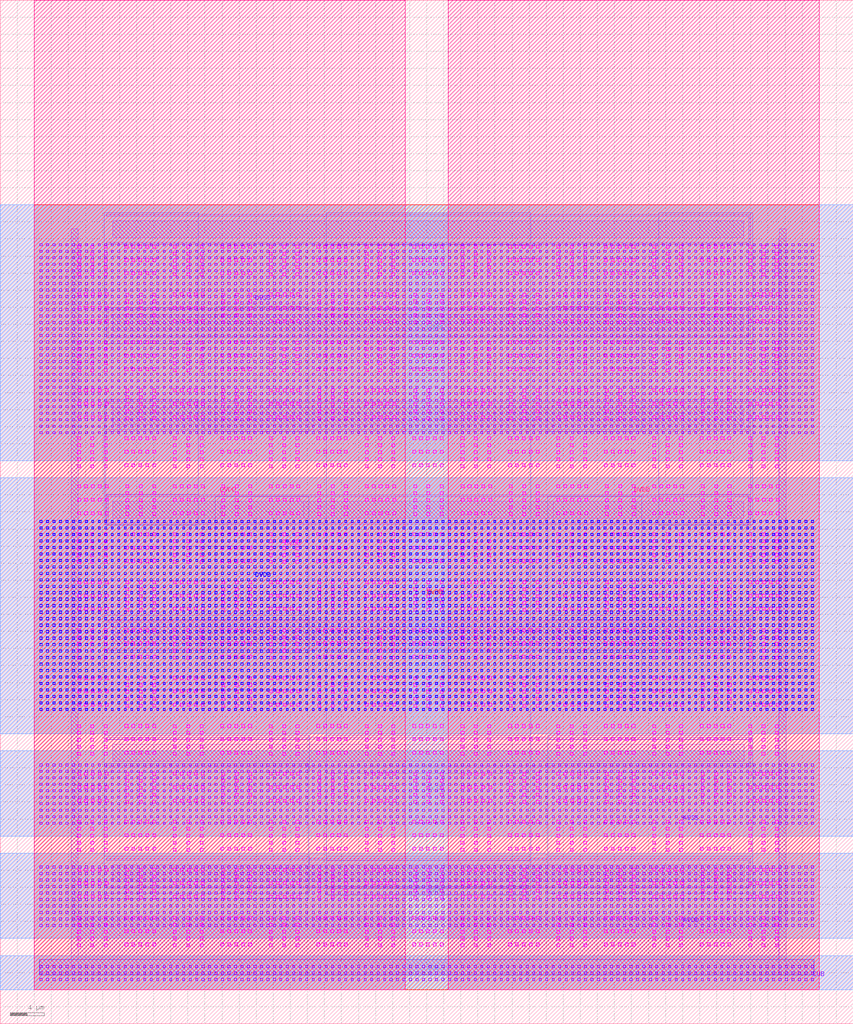
<source format=lef>
VERSION 5.7 ;
BUSBITCHARS "[]" ;
DIVIDERCHAR "/" ;

MACRO PAD_DVDD
  CLASS BLOCK ;
  ORIGIN 0 0 ;
  FOREIGN PAD_DVDD 0 0 ;
  SIZE 100 BY 120 ;
  SYMMETRY X Y R90 ;
  PIN DVDD
    DIRECTION INOUT ;
    USE POWER ;
    PORT
      LAYER TOP_M ;
        RECT 52.5 4 96 120 ;
    END
    PORT
      LAYER M3 ;
        RECT 0 34 100 64 ;
      LAYER TOP_M ;
        RECT 4 4 47.5 120 ;
      LAYER M5 ;
        RECT 4 4 96 96 ;
      LAYER M4 ;
        RECT 0 34 100 64 ;
      LAYER TOP_V ;
        RECT 82.87 33.16 83.23 33.52 ;
        RECT 82.87 31.59 83.23 31.95 ;
        RECT 82.87 23.49 83.23 23.85 ;
        RECT 82.87 21.92 83.23 22.28 ;
        RECT 82.87 20.35 83.23 20.71 ;
        RECT 82.87 12.25 83.23 12.61 ;
        RECT 82.87 10.68 83.23 11.04 ;
        RECT 82.87 9.11 83.23 9.47 ;
        RECT 83.68 90.93 84.04 91.29 ;
        RECT 83.68 89.36 84.04 89.72 ;
        RECT 83.68 87.79 84.04 88.15 ;
        RECT 83.68 79.69 84.04 80.05 ;
        RECT 83.68 78.12 84.04 78.48 ;
        RECT 83.68 76.55 84.04 76.91 ;
        RECT 83.68 68.45 84.04 68.81 ;
        RECT 83.68 66.88 84.04 67.24 ;
        RECT 83.68 65.31 84.04 65.67 ;
        RECT 83.68 57.21 84.04 57.57 ;
        RECT 83.68 55.64 84.04 56 ;
        RECT 83.68 54.07 84.04 54.43 ;
        RECT 83.68 45.97 84.04 46.33 ;
        RECT 83.68 44.4 84.04 44.76 ;
        RECT 83.68 42.83 84.04 43.19 ;
        RECT 83.68 34.73 84.04 35.09 ;
        RECT 83.68 33.16 84.04 33.52 ;
        RECT 83.68 31.59 84.04 31.95 ;
        RECT 83.68 23.49 84.04 23.85 ;
        RECT 83.68 21.92 84.04 22.28 ;
        RECT 83.68 20.35 84.04 20.71 ;
        RECT 83.68 12.25 84.04 12.61 ;
        RECT 83.68 10.68 84.04 11.04 ;
        RECT 83.68 9.11 84.04 9.47 ;
        RECT 83.74 85.3 84.1 85.66 ;
        RECT 83.74 84.49 84.1 84.85 ;
        RECT 83.74 83.68 84.1 84.04 ;
        RECT 83.74 82.87 84.1 83.23 ;
        RECT 83.74 82.06 84.1 82.42 ;
        RECT 83.74 74.06 84.1 74.42 ;
        RECT 83.74 73.25 84.1 73.61 ;
        RECT 83.74 72.44 84.1 72.8 ;
        RECT 83.74 71.63 84.1 71.99 ;
        RECT 83.74 70.82 84.1 71.18 ;
        RECT 83.74 62.82 84.1 63.18 ;
        RECT 83.74 62.01 84.1 62.37 ;
        RECT 83.74 61.2 84.1 61.56 ;
        RECT 83.74 60.39 84.1 60.75 ;
        RECT 83.74 59.58 84.1 59.94 ;
        RECT 83.74 51.58 84.1 51.94 ;
        RECT 83.74 50.77 84.1 51.13 ;
        RECT 83.74 49.96 84.1 50.32 ;
        RECT 83.74 49.15 84.1 49.51 ;
        RECT 83.74 48.34 84.1 48.7 ;
        RECT 83.74 40.34 84.1 40.7 ;
        RECT 83.74 39.53 84.1 39.89 ;
        RECT 83.74 38.72 84.1 39.08 ;
        RECT 83.74 37.91 84.1 38.27 ;
        RECT 83.74 37.1 84.1 37.46 ;
        RECT 83.74 29.1 84.1 29.46 ;
        RECT 83.74 28.29 84.1 28.65 ;
        RECT 83.74 27.48 84.1 27.84 ;
        RECT 83.74 26.67 84.1 27.03 ;
        RECT 83.74 25.86 84.1 26.22 ;
        RECT 83.74 17.86 84.1 18.22 ;
        RECT 83.74 17.05 84.1 17.41 ;
        RECT 83.74 16.24 84.1 16.6 ;
        RECT 83.74 15.43 84.1 15.79 ;
        RECT 83.74 14.62 84.1 14.98 ;
        RECT 84.49 90.93 84.85 91.29 ;
        RECT 84.49 89.36 84.85 89.72 ;
        RECT 84.49 87.79 84.85 88.15 ;
        RECT 84.49 79.69 84.85 80.05 ;
        RECT 84.49 78.12 84.85 78.48 ;
        RECT 84.49 76.55 84.85 76.91 ;
        RECT 84.49 68.45 84.85 68.81 ;
        RECT 84.49 66.88 84.85 67.24 ;
        RECT 84.49 65.31 84.85 65.67 ;
        RECT 84.49 57.21 84.85 57.57 ;
        RECT 84.49 55.64 84.85 56 ;
        RECT 84.49 54.07 84.85 54.43 ;
        RECT 84.49 45.97 84.85 46.33 ;
        RECT 84.49 44.4 84.85 44.76 ;
        RECT 84.49 42.83 84.85 43.19 ;
        RECT 84.49 34.73 84.85 35.09 ;
        RECT 84.49 33.16 84.85 33.52 ;
        RECT 84.49 31.59 84.85 31.95 ;
        RECT 84.49 23.49 84.85 23.85 ;
        RECT 84.49 21.92 84.85 22.28 ;
        RECT 84.49 20.35 84.85 20.71 ;
        RECT 84.49 12.25 84.85 12.61 ;
        RECT 84.49 10.68 84.85 11.04 ;
        RECT 84.49 9.11 84.85 9.47 ;
        RECT 85.3 90.93 85.66 91.29 ;
        RECT 85.3 89.36 85.66 89.72 ;
        RECT 85.3 87.79 85.66 88.15 ;
        RECT 85.3 79.69 85.66 80.05 ;
        RECT 85.3 78.12 85.66 78.48 ;
        RECT 85.3 76.55 85.66 76.91 ;
        RECT 85.3 68.45 85.66 68.81 ;
        RECT 85.3 66.88 85.66 67.24 ;
        RECT 85.3 65.31 85.66 65.67 ;
        RECT 85.3 57.21 85.66 57.57 ;
        RECT 85.3 55.64 85.66 56 ;
        RECT 85.3 54.07 85.66 54.43 ;
        RECT 85.3 45.97 85.66 46.33 ;
        RECT 85.3 44.4 85.66 44.76 ;
        RECT 85.3 42.83 85.66 43.19 ;
        RECT 85.3 34.73 85.66 35.09 ;
        RECT 85.3 33.16 85.66 33.52 ;
        RECT 85.3 31.59 85.66 31.95 ;
        RECT 85.3 23.49 85.66 23.85 ;
        RECT 85.3 21.92 85.66 22.28 ;
        RECT 85.3 20.35 85.66 20.71 ;
        RECT 85.3 12.25 85.66 12.61 ;
        RECT 85.3 10.68 85.66 11.04 ;
        RECT 85.3 9.11 85.66 9.47 ;
        RECT 85.31 85.3 85.67 85.66 ;
        RECT 85.31 84.49 85.67 84.85 ;
        RECT 85.31 83.68 85.67 84.04 ;
        RECT 85.31 82.87 85.67 83.23 ;
        RECT 85.31 82.06 85.67 82.42 ;
        RECT 85.31 74.06 85.67 74.42 ;
        RECT 85.31 73.25 85.67 73.61 ;
        RECT 85.31 72.44 85.67 72.8 ;
        RECT 85.31 71.63 85.67 71.99 ;
        RECT 85.31 70.82 85.67 71.18 ;
        RECT 85.31 62.82 85.67 63.18 ;
        RECT 85.31 62.01 85.67 62.37 ;
        RECT 85.31 61.2 85.67 61.56 ;
        RECT 85.31 60.39 85.67 60.75 ;
        RECT 85.31 59.58 85.67 59.94 ;
        RECT 85.31 51.58 85.67 51.94 ;
        RECT 85.31 50.77 85.67 51.13 ;
        RECT 85.31 49.96 85.67 50.32 ;
        RECT 85.31 49.15 85.67 49.51 ;
        RECT 85.31 48.34 85.67 48.7 ;
        RECT 85.31 40.34 85.67 40.7 ;
        RECT 85.31 39.53 85.67 39.89 ;
        RECT 85.31 38.72 85.67 39.08 ;
        RECT 85.31 37.91 85.67 38.27 ;
        RECT 85.31 37.1 85.67 37.46 ;
        RECT 85.31 29.1 85.67 29.46 ;
        RECT 85.31 28.29 85.67 28.65 ;
        RECT 85.31 27.48 85.67 27.84 ;
        RECT 85.31 26.67 85.67 27.03 ;
        RECT 85.31 25.86 85.67 26.22 ;
        RECT 85.31 17.86 85.67 18.22 ;
        RECT 85.31 17.05 85.67 17.41 ;
        RECT 85.31 16.24 85.67 16.6 ;
        RECT 85.31 15.43 85.67 15.79 ;
        RECT 85.31 14.62 85.67 14.98 ;
        RECT 87.73 90.92 88.09 91.28 ;
        RECT 87.73 90.11 88.09 90.47 ;
        RECT 87.73 89.3 88.09 89.66 ;
        RECT 87.73 88.49 88.09 88.85 ;
        RECT 87.73 87.68 88.09 88.04 ;
        RECT 87.73 79.68 88.09 80.04 ;
        RECT 87.73 78.87 88.09 79.23 ;
        RECT 87.73 78.06 88.09 78.42 ;
        RECT 87.73 77.25 88.09 77.61 ;
        RECT 87.73 76.44 88.09 76.8 ;
        RECT 87.73 68.44 88.09 68.8 ;
        RECT 87.73 67.63 88.09 67.99 ;
        RECT 87.73 66.82 88.09 67.18 ;
        RECT 87.73 66.01 88.09 66.37 ;
        RECT 87.73 65.2 88.09 65.56 ;
        RECT 87.73 57.2 88.09 57.56 ;
        RECT 87.73 56.39 88.09 56.75 ;
        RECT 87.73 55.58 88.09 55.94 ;
        RECT 87.73 54.77 88.09 55.13 ;
        RECT 87.73 53.96 88.09 54.32 ;
        RECT 87.73 45.96 88.09 46.32 ;
        RECT 87.73 45.15 88.09 45.51 ;
        RECT 87.73 44.34 88.09 44.7 ;
        RECT 87.73 43.53 88.09 43.89 ;
        RECT 87.73 42.72 88.09 43.08 ;
        RECT 87.73 34.72 88.09 35.08 ;
        RECT 87.73 33.91 88.09 34.27 ;
        RECT 87.73 33.1 88.09 33.46 ;
        RECT 87.73 32.29 88.09 32.65 ;
        RECT 87.73 31.48 88.09 31.84 ;
        RECT 87.73 23.48 88.09 23.84 ;
        RECT 87.73 22.67 88.09 23.03 ;
        RECT 87.73 21.86 88.09 22.22 ;
        RECT 87.73 21.05 88.09 21.41 ;
        RECT 87.73 20.24 88.09 20.6 ;
        RECT 87.73 12.24 88.09 12.6 ;
        RECT 87.73 11.43 88.09 11.79 ;
        RECT 87.73 10.62 88.09 10.98 ;
        RECT 87.73 9.81 88.09 10.17 ;
        RECT 87.73 9 88.09 9.36 ;
        RECT 87.74 85.31 88.1 85.67 ;
        RECT 87.74 83.74 88.1 84.1 ;
        RECT 87.74 82.17 88.1 82.53 ;
        RECT 87.74 74.07 88.1 74.43 ;
        RECT 87.74 72.5 88.1 72.86 ;
        RECT 87.74 70.93 88.1 71.29 ;
        RECT 87.74 62.83 88.1 63.19 ;
        RECT 87.74 61.26 88.1 61.62 ;
        RECT 87.74 59.69 88.1 60.05 ;
        RECT 87.74 51.59 88.1 51.95 ;
        RECT 87.74 50.02 88.1 50.38 ;
        RECT 87.74 48.45 88.1 48.81 ;
        RECT 87.74 40.35 88.1 40.71 ;
        RECT 87.74 38.78 88.1 39.14 ;
        RECT 87.74 37.21 88.1 37.57 ;
        RECT 87.74 29.11 88.1 29.47 ;
        RECT 87.74 27.54 88.1 27.9 ;
        RECT 87.74 25.97 88.1 26.33 ;
        RECT 87.74 17.87 88.1 18.23 ;
        RECT 87.74 16.3 88.1 16.66 ;
        RECT 87.74 14.73 88.1 15.09 ;
        RECT 88.55 85.31 88.91 85.67 ;
        RECT 88.55 83.74 88.91 84.1 ;
        RECT 88.55 82.17 88.91 82.53 ;
        RECT 88.55 74.07 88.91 74.43 ;
        RECT 88.55 72.5 88.91 72.86 ;
        RECT 88.55 70.93 88.91 71.29 ;
        RECT 88.55 62.83 88.91 63.19 ;
        RECT 88.55 61.26 88.91 61.62 ;
        RECT 88.55 59.69 88.91 60.05 ;
        RECT 88.55 51.59 88.91 51.95 ;
        RECT 88.55 50.02 88.91 50.38 ;
        RECT 88.55 48.45 88.91 48.81 ;
        RECT 88.55 40.35 88.91 40.71 ;
        RECT 88.55 38.78 88.91 39.14 ;
        RECT 88.55 37.21 88.91 37.57 ;
        RECT 88.55 29.11 88.91 29.47 ;
        RECT 88.55 27.54 88.91 27.9 ;
        RECT 88.55 25.97 88.91 26.33 ;
        RECT 88.55 17.87 88.91 18.23 ;
        RECT 88.55 16.3 88.91 16.66 ;
        RECT 88.55 14.73 88.91 15.09 ;
        RECT 89.3 90.92 89.66 91.28 ;
        RECT 89.3 90.11 89.66 90.47 ;
        RECT 89.3 89.3 89.66 89.66 ;
        RECT 89.3 88.49 89.66 88.85 ;
        RECT 89.3 87.68 89.66 88.04 ;
        RECT 89.3 79.68 89.66 80.04 ;
        RECT 89.3 78.87 89.66 79.23 ;
        RECT 89.3 78.06 89.66 78.42 ;
        RECT 89.3 77.25 89.66 77.61 ;
        RECT 89.3 76.44 89.66 76.8 ;
        RECT 89.3 68.44 89.66 68.8 ;
        RECT 89.3 67.63 89.66 67.99 ;
        RECT 89.3 66.82 89.66 67.18 ;
        RECT 89.3 66.01 89.66 66.37 ;
        RECT 89.3 65.2 89.66 65.56 ;
        RECT 89.3 57.2 89.66 57.56 ;
        RECT 89.3 56.39 89.66 56.75 ;
        RECT 89.3 55.58 89.66 55.94 ;
        RECT 89.3 54.77 89.66 55.13 ;
        RECT 89.3 53.96 89.66 54.32 ;
        RECT 89.3 45.96 89.66 46.32 ;
        RECT 89.3 45.15 89.66 45.51 ;
        RECT 89.3 44.34 89.66 44.7 ;
        RECT 89.3 43.53 89.66 43.89 ;
        RECT 89.3 42.72 89.66 43.08 ;
        RECT 89.3 34.72 89.66 35.08 ;
        RECT 89.3 33.91 89.66 34.27 ;
        RECT 89.3 33.1 89.66 33.46 ;
        RECT 89.3 32.29 89.66 32.65 ;
        RECT 89.3 31.48 89.66 31.84 ;
        RECT 89.3 23.48 89.66 23.84 ;
        RECT 89.3 22.67 89.66 23.03 ;
        RECT 89.3 21.86 89.66 22.22 ;
        RECT 89.3 21.05 89.66 21.41 ;
        RECT 89.3 20.24 89.66 20.6 ;
        RECT 89.3 12.24 89.66 12.6 ;
        RECT 89.3 11.43 89.66 11.79 ;
        RECT 89.3 10.62 89.66 10.98 ;
        RECT 89.3 9.81 89.66 10.17 ;
        RECT 89.3 9 89.66 9.36 ;
        RECT 89.36 85.31 89.72 85.67 ;
        RECT 89.36 83.74 89.72 84.1 ;
        RECT 89.36 82.17 89.72 82.53 ;
        RECT 89.36 74.07 89.72 74.43 ;
        RECT 89.36 72.5 89.72 72.86 ;
        RECT 89.36 70.93 89.72 71.29 ;
        RECT 89.36 62.83 89.72 63.19 ;
        RECT 89.36 61.26 89.72 61.62 ;
        RECT 89.36 59.69 89.72 60.05 ;
        RECT 89.36 51.59 89.72 51.95 ;
        RECT 89.36 50.02 89.72 50.38 ;
        RECT 89.36 48.45 89.72 48.81 ;
        RECT 89.36 40.35 89.72 40.71 ;
        RECT 89.36 38.78 89.72 39.14 ;
        RECT 89.36 37.21 89.72 37.57 ;
        RECT 89.36 29.11 89.72 29.47 ;
        RECT 89.36 27.54 89.72 27.9 ;
        RECT 89.36 25.97 89.72 26.33 ;
        RECT 89.36 17.87 89.72 18.23 ;
        RECT 89.36 16.3 89.72 16.66 ;
        RECT 89.36 14.73 89.72 15.09 ;
        RECT 90.17 85.31 90.53 85.67 ;
        RECT 90.17 83.74 90.53 84.1 ;
        RECT 90.17 82.17 90.53 82.53 ;
        RECT 90.17 74.07 90.53 74.43 ;
        RECT 90.17 72.5 90.53 72.86 ;
        RECT 90.17 70.93 90.53 71.29 ;
        RECT 90.17 62.83 90.53 63.19 ;
        RECT 90.17 61.26 90.53 61.62 ;
        RECT 90.17 59.69 90.53 60.05 ;
        RECT 90.17 51.59 90.53 51.95 ;
        RECT 90.17 50.02 90.53 50.38 ;
        RECT 90.17 48.45 90.53 48.81 ;
        RECT 90.17 40.35 90.53 40.71 ;
        RECT 90.17 38.78 90.53 39.14 ;
        RECT 90.17 37.21 90.53 37.57 ;
        RECT 90.17 29.11 90.53 29.47 ;
        RECT 90.17 27.54 90.53 27.9 ;
        RECT 90.17 25.97 90.53 26.33 ;
        RECT 90.17 17.87 90.53 18.23 ;
        RECT 90.17 16.3 90.53 16.66 ;
        RECT 90.17 14.73 90.53 15.09 ;
        RECT 90.87 90.92 91.23 91.28 ;
        RECT 90.87 90.11 91.23 90.47 ;
        RECT 90.87 89.3 91.23 89.66 ;
        RECT 90.87 88.49 91.23 88.85 ;
        RECT 90.87 87.68 91.23 88.04 ;
        RECT 90.87 79.68 91.23 80.04 ;
        RECT 90.87 78.87 91.23 79.23 ;
        RECT 90.87 78.06 91.23 78.42 ;
        RECT 90.87 77.25 91.23 77.61 ;
        RECT 90.87 76.44 91.23 76.8 ;
        RECT 90.87 68.44 91.23 68.8 ;
        RECT 90.87 67.63 91.23 67.99 ;
        RECT 90.87 66.82 91.23 67.18 ;
        RECT 90.87 66.01 91.23 66.37 ;
        RECT 90.87 65.2 91.23 65.56 ;
        RECT 90.87 57.2 91.23 57.56 ;
        RECT 90.87 56.39 91.23 56.75 ;
        RECT 90.87 55.58 91.23 55.94 ;
        RECT 90.87 54.77 91.23 55.13 ;
        RECT 90.87 53.96 91.23 54.32 ;
        RECT 90.87 45.96 91.23 46.32 ;
        RECT 90.87 45.15 91.23 45.51 ;
        RECT 90.87 44.34 91.23 44.7 ;
        RECT 90.87 43.53 91.23 43.89 ;
        RECT 90.87 42.72 91.23 43.08 ;
        RECT 90.87 34.72 91.23 35.08 ;
        RECT 90.87 33.91 91.23 34.27 ;
        RECT 90.87 33.1 91.23 33.46 ;
        RECT 90.87 32.29 91.23 32.65 ;
        RECT 90.87 31.48 91.23 31.84 ;
        RECT 90.87 23.48 91.23 23.84 ;
        RECT 90.87 22.67 91.23 23.03 ;
        RECT 90.87 21.86 91.23 22.22 ;
        RECT 90.87 21.05 91.23 21.41 ;
        RECT 90.87 20.24 91.23 20.6 ;
        RECT 90.87 12.24 91.23 12.6 ;
        RECT 90.87 11.43 91.23 11.79 ;
        RECT 90.87 10.62 91.23 10.98 ;
        RECT 90.87 9.81 91.23 10.17 ;
        RECT 90.87 9 91.23 9.36 ;
        RECT 90.98 85.31 91.34 85.67 ;
        RECT 90.98 83.74 91.34 84.1 ;
        RECT 90.98 82.17 91.34 82.53 ;
        RECT 90.98 74.07 91.34 74.43 ;
        RECT 90.98 72.5 91.34 72.86 ;
        RECT 90.98 70.93 91.34 71.29 ;
        RECT 90.98 62.83 91.34 63.19 ;
        RECT 90.98 61.26 91.34 61.62 ;
        RECT 90.98 59.69 91.34 60.05 ;
        RECT 90.98 51.59 91.34 51.95 ;
        RECT 90.98 50.02 91.34 50.38 ;
        RECT 90.98 48.45 91.34 48.81 ;
        RECT 90.98 40.35 91.34 40.71 ;
        RECT 90.98 38.78 91.34 39.14 ;
        RECT 90.98 37.21 91.34 37.57 ;
        RECT 90.98 29.11 91.34 29.47 ;
        RECT 90.98 27.54 91.34 27.9 ;
        RECT 90.98 25.97 91.34 26.33 ;
        RECT 90.98 17.87 91.34 18.23 ;
        RECT 90.98 16.3 91.34 16.66 ;
        RECT 90.98 14.73 91.34 15.09 ;
        RECT 57.15 11.43 57.51 11.79 ;
        RECT 57.15 10.62 57.51 10.98 ;
        RECT 57.15 9.81 57.51 10.17 ;
        RECT 57.15 9 57.51 9.36 ;
        RECT 57.26 85.31 57.62 85.67 ;
        RECT 57.26 83.74 57.62 84.1 ;
        RECT 57.26 82.17 57.62 82.53 ;
        RECT 57.26 74.07 57.62 74.43 ;
        RECT 57.26 72.5 57.62 72.86 ;
        RECT 57.26 70.93 57.62 71.29 ;
        RECT 57.26 62.83 57.62 63.19 ;
        RECT 57.26 61.26 57.62 61.62 ;
        RECT 57.26 59.69 57.62 60.05 ;
        RECT 57.26 51.59 57.62 51.95 ;
        RECT 57.26 50.02 57.62 50.38 ;
        RECT 57.26 48.45 57.62 48.81 ;
        RECT 57.26 40.35 57.62 40.71 ;
        RECT 57.26 38.78 57.62 39.14 ;
        RECT 57.26 37.21 57.62 37.57 ;
        RECT 57.26 29.11 57.62 29.47 ;
        RECT 57.26 27.54 57.62 27.9 ;
        RECT 57.26 25.97 57.62 26.33 ;
        RECT 57.26 17.87 57.62 18.23 ;
        RECT 57.26 16.3 57.62 16.66 ;
        RECT 57.26 14.73 57.62 15.09 ;
        RECT 59.58 90.93 59.94 91.29 ;
        RECT 59.58 89.36 59.94 89.72 ;
        RECT 59.58 87.79 59.94 88.15 ;
        RECT 59.58 79.69 59.94 80.05 ;
        RECT 59.58 78.12 59.94 78.48 ;
        RECT 59.58 76.55 59.94 76.91 ;
        RECT 59.58 68.45 59.94 68.81 ;
        RECT 59.58 66.88 59.94 67.24 ;
        RECT 59.58 65.31 59.94 65.67 ;
        RECT 59.58 57.21 59.94 57.57 ;
        RECT 59.58 55.64 59.94 56 ;
        RECT 59.58 54.07 59.94 54.43 ;
        RECT 59.58 45.97 59.94 46.33 ;
        RECT 59.58 44.4 59.94 44.76 ;
        RECT 59.58 42.83 59.94 43.19 ;
        RECT 59.58 34.73 59.94 35.09 ;
        RECT 59.58 33.16 59.94 33.52 ;
        RECT 59.58 31.59 59.94 31.95 ;
        RECT 59.58 23.49 59.94 23.85 ;
        RECT 59.58 21.92 59.94 22.28 ;
        RECT 59.58 20.35 59.94 20.71 ;
        RECT 59.58 12.25 59.94 12.61 ;
        RECT 59.58 10.68 59.94 11.04 ;
        RECT 59.58 9.11 59.94 9.47 ;
        RECT 59.69 85.3 60.05 85.66 ;
        RECT 59.69 84.49 60.05 84.85 ;
        RECT 59.69 83.68 60.05 84.04 ;
        RECT 59.69 82.87 60.05 83.23 ;
        RECT 59.69 82.06 60.05 82.42 ;
        RECT 59.69 74.06 60.05 74.42 ;
        RECT 59.69 73.25 60.05 73.61 ;
        RECT 59.69 72.44 60.05 72.8 ;
        RECT 59.69 71.63 60.05 71.99 ;
        RECT 59.69 70.82 60.05 71.18 ;
        RECT 59.69 62.82 60.05 63.18 ;
        RECT 59.69 62.01 60.05 62.37 ;
        RECT 59.69 61.2 60.05 61.56 ;
        RECT 59.69 60.39 60.05 60.75 ;
        RECT 59.69 59.58 60.05 59.94 ;
        RECT 59.69 51.58 60.05 51.94 ;
        RECT 59.69 50.77 60.05 51.13 ;
        RECT 59.69 49.96 60.05 50.32 ;
        RECT 59.69 49.15 60.05 49.51 ;
        RECT 59.69 48.34 60.05 48.7 ;
        RECT 59.69 40.34 60.05 40.7 ;
        RECT 59.69 39.53 60.05 39.89 ;
        RECT 59.69 38.72 60.05 39.08 ;
        RECT 59.69 37.91 60.05 38.27 ;
        RECT 59.69 37.1 60.05 37.46 ;
        RECT 59.69 29.1 60.05 29.46 ;
        RECT 59.69 28.29 60.05 28.65 ;
        RECT 59.69 27.48 60.05 27.84 ;
        RECT 59.69 26.67 60.05 27.03 ;
        RECT 59.69 25.86 60.05 26.22 ;
        RECT 59.69 17.86 60.05 18.22 ;
        RECT 59.69 17.05 60.05 17.41 ;
        RECT 59.69 16.24 60.05 16.6 ;
        RECT 59.69 15.43 60.05 15.79 ;
        RECT 59.69 14.62 60.05 14.98 ;
        RECT 60.39 90.93 60.75 91.29 ;
        RECT 60.39 89.36 60.75 89.72 ;
        RECT 60.39 87.79 60.75 88.15 ;
        RECT 60.39 79.69 60.75 80.05 ;
        RECT 60.39 78.12 60.75 78.48 ;
        RECT 60.39 76.55 60.75 76.91 ;
        RECT 60.39 68.45 60.75 68.81 ;
        RECT 60.39 66.88 60.75 67.24 ;
        RECT 60.39 65.31 60.75 65.67 ;
        RECT 60.39 57.21 60.75 57.57 ;
        RECT 60.39 55.64 60.75 56 ;
        RECT 60.39 54.07 60.75 54.43 ;
        RECT 60.39 45.97 60.75 46.33 ;
        RECT 60.39 44.4 60.75 44.76 ;
        RECT 60.39 42.83 60.75 43.19 ;
        RECT 60.39 34.73 60.75 35.09 ;
        RECT 60.39 33.16 60.75 33.52 ;
        RECT 60.39 31.59 60.75 31.95 ;
        RECT 60.39 23.49 60.75 23.85 ;
        RECT 60.39 21.92 60.75 22.28 ;
        RECT 60.39 20.35 60.75 20.71 ;
        RECT 60.39 12.25 60.75 12.61 ;
        RECT 60.39 10.68 60.75 11.04 ;
        RECT 60.39 9.11 60.75 9.47 ;
        RECT 61.2 90.93 61.56 91.29 ;
        RECT 61.2 89.36 61.56 89.72 ;
        RECT 61.2 87.79 61.56 88.15 ;
        RECT 61.2 79.69 61.56 80.05 ;
        RECT 61.2 78.12 61.56 78.48 ;
        RECT 61.2 76.55 61.56 76.91 ;
        RECT 61.2 68.45 61.56 68.81 ;
        RECT 61.2 66.88 61.56 67.24 ;
        RECT 61.2 65.31 61.56 65.67 ;
        RECT 61.2 57.21 61.56 57.57 ;
        RECT 61.2 55.64 61.56 56 ;
        RECT 61.2 54.07 61.56 54.43 ;
        RECT 61.2 45.97 61.56 46.33 ;
        RECT 61.2 44.4 61.56 44.76 ;
        RECT 61.2 42.83 61.56 43.19 ;
        RECT 61.2 34.73 61.56 35.09 ;
        RECT 61.2 33.16 61.56 33.52 ;
        RECT 61.2 31.59 61.56 31.95 ;
        RECT 61.2 23.49 61.56 23.85 ;
        RECT 61.2 21.92 61.56 22.28 ;
        RECT 61.2 20.35 61.56 20.71 ;
        RECT 61.2 12.25 61.56 12.61 ;
        RECT 61.2 10.68 61.56 11.04 ;
        RECT 61.2 9.11 61.56 9.47 ;
        RECT 61.26 85.3 61.62 85.66 ;
        RECT 61.26 84.49 61.62 84.85 ;
        RECT 61.26 83.68 61.62 84.04 ;
        RECT 61.26 82.87 61.62 83.23 ;
        RECT 61.26 82.06 61.62 82.42 ;
        RECT 61.26 74.06 61.62 74.42 ;
        RECT 61.26 73.25 61.62 73.61 ;
        RECT 61.26 72.44 61.62 72.8 ;
        RECT 61.26 71.63 61.62 71.99 ;
        RECT 61.26 70.82 61.62 71.18 ;
        RECT 61.26 62.82 61.62 63.18 ;
        RECT 61.26 62.01 61.62 62.37 ;
        RECT 61.26 61.2 61.62 61.56 ;
        RECT 61.26 60.39 61.62 60.75 ;
        RECT 61.26 59.58 61.62 59.94 ;
        RECT 61.26 51.58 61.62 51.94 ;
        RECT 61.26 50.77 61.62 51.13 ;
        RECT 61.26 49.96 61.62 50.32 ;
        RECT 61.26 49.15 61.62 49.51 ;
        RECT 61.26 48.34 61.62 48.7 ;
        RECT 61.26 40.34 61.62 40.7 ;
        RECT 61.26 39.53 61.62 39.89 ;
        RECT 61.26 38.72 61.62 39.08 ;
        RECT 61.26 37.91 61.62 38.27 ;
        RECT 61.26 37.1 61.62 37.46 ;
        RECT 61.26 29.1 61.62 29.46 ;
        RECT 61.26 28.29 61.62 28.65 ;
        RECT 61.26 27.48 61.62 27.84 ;
        RECT 61.26 26.67 61.62 27.03 ;
        RECT 61.26 25.86 61.62 26.22 ;
        RECT 61.26 17.86 61.62 18.22 ;
        RECT 61.26 17.05 61.62 17.41 ;
        RECT 61.26 16.24 61.62 16.6 ;
        RECT 61.26 15.43 61.62 15.79 ;
        RECT 61.26 14.62 61.62 14.98 ;
        RECT 62.01 90.93 62.37 91.29 ;
        RECT 62.01 89.36 62.37 89.72 ;
        RECT 62.01 87.79 62.37 88.15 ;
        RECT 62.01 79.69 62.37 80.05 ;
        RECT 62.01 78.12 62.37 78.48 ;
        RECT 62.01 76.55 62.37 76.91 ;
        RECT 62.01 68.45 62.37 68.81 ;
        RECT 62.01 66.88 62.37 67.24 ;
        RECT 62.01 65.31 62.37 65.67 ;
        RECT 62.01 57.21 62.37 57.57 ;
        RECT 62.01 55.64 62.37 56 ;
        RECT 62.01 54.07 62.37 54.43 ;
        RECT 62.01 45.97 62.37 46.33 ;
        RECT 62.01 44.4 62.37 44.76 ;
        RECT 62.01 42.83 62.37 43.19 ;
        RECT 62.01 34.73 62.37 35.09 ;
        RECT 62.01 33.16 62.37 33.52 ;
        RECT 62.01 31.59 62.37 31.95 ;
        RECT 62.01 23.49 62.37 23.85 ;
        RECT 62.01 21.92 62.37 22.28 ;
        RECT 62.01 20.35 62.37 20.71 ;
        RECT 62.01 12.25 62.37 12.61 ;
        RECT 62.01 10.68 62.37 11.04 ;
        RECT 62.01 9.11 62.37 9.47 ;
        RECT 62.82 90.93 63.18 91.29 ;
        RECT 62.82 89.36 63.18 89.72 ;
        RECT 62.82 87.79 63.18 88.15 ;
        RECT 62.82 79.69 63.18 80.05 ;
        RECT 62.82 78.12 63.18 78.48 ;
        RECT 62.82 76.55 63.18 76.91 ;
        RECT 62.82 68.45 63.18 68.81 ;
        RECT 62.82 66.88 63.18 67.24 ;
        RECT 62.82 65.31 63.18 65.67 ;
        RECT 62.82 57.21 63.18 57.57 ;
        RECT 62.82 55.64 63.18 56 ;
        RECT 62.82 54.07 63.18 54.43 ;
        RECT 62.82 45.97 63.18 46.33 ;
        RECT 62.82 44.4 63.18 44.76 ;
        RECT 62.82 42.83 63.18 43.19 ;
        RECT 62.82 34.73 63.18 35.09 ;
        RECT 62.82 33.16 63.18 33.52 ;
        RECT 62.82 31.59 63.18 31.95 ;
        RECT 62.82 23.49 63.18 23.85 ;
        RECT 62.82 21.92 63.18 22.28 ;
        RECT 62.82 20.35 63.18 20.71 ;
        RECT 62.82 12.25 63.18 12.61 ;
        RECT 62.82 10.68 63.18 11.04 ;
        RECT 62.82 9.11 63.18 9.47 ;
        RECT 62.83 85.3 63.19 85.66 ;
        RECT 62.83 84.49 63.19 84.85 ;
        RECT 62.83 83.68 63.19 84.04 ;
        RECT 62.83 82.87 63.19 83.23 ;
        RECT 62.83 82.06 63.19 82.42 ;
        RECT 62.83 74.06 63.19 74.42 ;
        RECT 62.83 73.25 63.19 73.61 ;
        RECT 62.83 72.44 63.19 72.8 ;
        RECT 62.83 71.63 63.19 71.99 ;
        RECT 62.83 70.82 63.19 71.18 ;
        RECT 62.83 62.82 63.19 63.18 ;
        RECT 62.83 62.01 63.19 62.37 ;
        RECT 62.83 61.2 63.19 61.56 ;
        RECT 62.83 60.39 63.19 60.75 ;
        RECT 62.83 59.58 63.19 59.94 ;
        RECT 62.83 51.58 63.19 51.94 ;
        RECT 62.83 50.77 63.19 51.13 ;
        RECT 62.83 49.96 63.19 50.32 ;
        RECT 62.83 49.15 63.19 49.51 ;
        RECT 62.83 48.34 63.19 48.7 ;
        RECT 62.83 40.34 63.19 40.7 ;
        RECT 62.83 39.53 63.19 39.89 ;
        RECT 62.83 38.72 63.19 39.08 ;
        RECT 62.83 37.91 63.19 38.27 ;
        RECT 62.83 37.1 63.19 37.46 ;
        RECT 62.83 29.1 63.19 29.46 ;
        RECT 62.83 28.29 63.19 28.65 ;
        RECT 62.83 27.48 63.19 27.84 ;
        RECT 62.83 26.67 63.19 27.03 ;
        RECT 62.83 25.86 63.19 26.22 ;
        RECT 62.83 17.86 63.19 18.22 ;
        RECT 62.83 17.05 63.19 17.41 ;
        RECT 62.83 16.24 63.19 16.6 ;
        RECT 62.83 15.43 63.19 15.79 ;
        RECT 62.83 14.62 63.19 14.98 ;
        RECT 65.25 90.92 65.61 91.28 ;
        RECT 65.25 90.11 65.61 90.47 ;
        RECT 65.25 89.3 65.61 89.66 ;
        RECT 65.25 88.49 65.61 88.85 ;
        RECT 65.25 87.68 65.61 88.04 ;
        RECT 65.25 79.68 65.61 80.04 ;
        RECT 65.25 78.87 65.61 79.23 ;
        RECT 65.25 78.06 65.61 78.42 ;
        RECT 65.25 77.25 65.61 77.61 ;
        RECT 65.25 76.44 65.61 76.8 ;
        RECT 65.25 68.44 65.61 68.8 ;
        RECT 65.25 67.63 65.61 67.99 ;
        RECT 65.25 66.82 65.61 67.18 ;
        RECT 65.25 66.01 65.61 66.37 ;
        RECT 65.25 65.2 65.61 65.56 ;
        RECT 65.25 57.2 65.61 57.56 ;
        RECT 65.25 56.39 65.61 56.75 ;
        RECT 65.25 55.58 65.61 55.94 ;
        RECT 65.25 54.77 65.61 55.13 ;
        RECT 65.25 53.96 65.61 54.32 ;
        RECT 65.25 45.96 65.61 46.32 ;
        RECT 65.25 45.15 65.61 45.51 ;
        RECT 65.25 44.34 65.61 44.7 ;
        RECT 65.25 43.53 65.61 43.89 ;
        RECT 65.25 42.72 65.61 43.08 ;
        RECT 65.25 34.72 65.61 35.08 ;
        RECT 65.25 33.91 65.61 34.27 ;
        RECT 65.25 33.1 65.61 33.46 ;
        RECT 65.25 32.29 65.61 32.65 ;
        RECT 65.25 31.48 65.61 31.84 ;
        RECT 65.25 23.48 65.61 23.84 ;
        RECT 65.25 22.67 65.61 23.03 ;
        RECT 65.25 21.86 65.61 22.22 ;
        RECT 65.25 21.05 65.61 21.41 ;
        RECT 65.25 20.24 65.61 20.6 ;
        RECT 65.25 12.24 65.61 12.6 ;
        RECT 65.25 11.43 65.61 11.79 ;
        RECT 65.25 10.62 65.61 10.98 ;
        RECT 65.25 9.81 65.61 10.17 ;
        RECT 65.25 9 65.61 9.36 ;
        RECT 65.26 85.31 65.62 85.67 ;
        RECT 65.26 83.74 65.62 84.1 ;
        RECT 65.26 82.17 65.62 82.53 ;
        RECT 65.26 74.07 65.62 74.43 ;
        RECT 65.26 72.5 65.62 72.86 ;
        RECT 65.26 70.93 65.62 71.29 ;
        RECT 65.26 62.83 65.62 63.19 ;
        RECT 65.26 61.26 65.62 61.62 ;
        RECT 65.26 59.69 65.62 60.05 ;
        RECT 65.26 51.59 65.62 51.95 ;
        RECT 65.26 50.02 65.62 50.38 ;
        RECT 65.26 48.45 65.62 48.81 ;
        RECT 65.26 40.35 65.62 40.71 ;
        RECT 65.26 38.78 65.62 39.14 ;
        RECT 65.26 37.21 65.62 37.57 ;
        RECT 65.26 29.11 65.62 29.47 ;
        RECT 65.26 27.54 65.62 27.9 ;
        RECT 65.26 25.97 65.62 26.33 ;
        RECT 65.26 17.87 65.62 18.23 ;
        RECT 65.26 16.3 65.62 16.66 ;
        RECT 65.26 14.73 65.62 15.09 ;
        RECT 66.07 85.31 66.43 85.67 ;
        RECT 66.07 83.74 66.43 84.1 ;
        RECT 66.07 82.17 66.43 82.53 ;
        RECT 66.07 74.07 66.43 74.43 ;
        RECT 66.07 72.5 66.43 72.86 ;
        RECT 66.07 70.93 66.43 71.29 ;
        RECT 66.07 62.83 66.43 63.19 ;
        RECT 66.07 61.26 66.43 61.62 ;
        RECT 66.07 59.69 66.43 60.05 ;
        RECT 66.07 51.59 66.43 51.95 ;
        RECT 66.07 50.02 66.43 50.38 ;
        RECT 66.07 48.45 66.43 48.81 ;
        RECT 66.07 40.35 66.43 40.71 ;
        RECT 66.07 38.78 66.43 39.14 ;
        RECT 66.07 37.21 66.43 37.57 ;
        RECT 66.07 29.11 66.43 29.47 ;
        RECT 66.07 27.54 66.43 27.9 ;
        RECT 66.07 25.97 66.43 26.33 ;
        RECT 66.07 17.87 66.43 18.23 ;
        RECT 66.07 16.3 66.43 16.66 ;
        RECT 66.07 14.73 66.43 15.09 ;
        RECT 66.82 90.92 67.18 91.28 ;
        RECT 66.82 90.11 67.18 90.47 ;
        RECT 66.82 89.3 67.18 89.66 ;
        RECT 66.82 88.49 67.18 88.85 ;
        RECT 66.82 87.68 67.18 88.04 ;
        RECT 66.82 79.68 67.18 80.04 ;
        RECT 66.82 78.87 67.18 79.23 ;
        RECT 66.82 78.06 67.18 78.42 ;
        RECT 66.82 77.25 67.18 77.61 ;
        RECT 66.82 76.44 67.18 76.8 ;
        RECT 66.82 68.44 67.18 68.8 ;
        RECT 66.82 67.63 67.18 67.99 ;
        RECT 66.82 66.82 67.18 67.18 ;
        RECT 66.82 66.01 67.18 66.37 ;
        RECT 66.82 65.2 67.18 65.56 ;
        RECT 66.82 57.2 67.18 57.56 ;
        RECT 66.82 56.39 67.18 56.75 ;
        RECT 66.82 55.58 67.18 55.94 ;
        RECT 66.82 54.77 67.18 55.13 ;
        RECT 66.82 53.96 67.18 54.32 ;
        RECT 66.82 45.96 67.18 46.32 ;
        RECT 66.82 45.15 67.18 45.51 ;
        RECT 66.82 44.34 67.18 44.7 ;
        RECT 66.82 43.53 67.18 43.89 ;
        RECT 66.82 42.72 67.18 43.08 ;
        RECT 66.82 34.72 67.18 35.08 ;
        RECT 66.82 33.91 67.18 34.27 ;
        RECT 66.82 33.1 67.18 33.46 ;
        RECT 66.82 32.29 67.18 32.65 ;
        RECT 66.82 31.48 67.18 31.84 ;
        RECT 66.82 23.48 67.18 23.84 ;
        RECT 66.82 22.67 67.18 23.03 ;
        RECT 66.82 21.86 67.18 22.22 ;
        RECT 66.82 21.05 67.18 21.41 ;
        RECT 66.82 20.24 67.18 20.6 ;
        RECT 66.82 12.24 67.18 12.6 ;
        RECT 66.82 11.43 67.18 11.79 ;
        RECT 66.82 10.62 67.18 10.98 ;
        RECT 66.82 9.81 67.18 10.17 ;
        RECT 66.82 9 67.18 9.36 ;
        RECT 66.88 85.31 67.24 85.67 ;
        RECT 66.88 83.74 67.24 84.1 ;
        RECT 66.88 82.17 67.24 82.53 ;
        RECT 66.88 74.07 67.24 74.43 ;
        RECT 66.88 72.5 67.24 72.86 ;
        RECT 66.88 70.93 67.24 71.29 ;
        RECT 66.88 62.83 67.24 63.19 ;
        RECT 66.88 61.26 67.24 61.62 ;
        RECT 66.88 59.69 67.24 60.05 ;
        RECT 66.88 51.59 67.24 51.95 ;
        RECT 66.88 50.02 67.24 50.38 ;
        RECT 66.88 48.45 67.24 48.81 ;
        RECT 66.88 40.35 67.24 40.71 ;
        RECT 66.88 38.78 67.24 39.14 ;
        RECT 66.88 37.21 67.24 37.57 ;
        RECT 66.88 29.11 67.24 29.47 ;
        RECT 66.88 27.54 67.24 27.9 ;
        RECT 66.88 25.97 67.24 26.33 ;
        RECT 66.88 17.87 67.24 18.23 ;
        RECT 66.88 16.3 67.24 16.66 ;
        RECT 66.88 14.73 67.24 15.09 ;
        RECT 67.69 85.31 68.05 85.67 ;
        RECT 67.69 83.74 68.05 84.1 ;
        RECT 67.69 82.17 68.05 82.53 ;
        RECT 67.69 74.07 68.05 74.43 ;
        RECT 67.69 72.5 68.05 72.86 ;
        RECT 67.69 70.93 68.05 71.29 ;
        RECT 67.69 62.83 68.05 63.19 ;
        RECT 67.69 61.26 68.05 61.62 ;
        RECT 67.69 59.69 68.05 60.05 ;
        RECT 67.69 51.59 68.05 51.95 ;
        RECT 67.69 50.02 68.05 50.38 ;
        RECT 67.69 48.45 68.05 48.81 ;
        RECT 67.69 40.35 68.05 40.71 ;
        RECT 67.69 38.78 68.05 39.14 ;
        RECT 67.69 37.21 68.05 37.57 ;
        RECT 67.69 29.11 68.05 29.47 ;
        RECT 67.69 27.54 68.05 27.9 ;
        RECT 67.69 25.97 68.05 26.33 ;
        RECT 67.69 17.87 68.05 18.23 ;
        RECT 67.69 16.3 68.05 16.66 ;
        RECT 67.69 14.73 68.05 15.09 ;
        RECT 68.39 90.92 68.75 91.28 ;
        RECT 68.39 90.11 68.75 90.47 ;
        RECT 68.39 89.3 68.75 89.66 ;
        RECT 68.39 88.49 68.75 88.85 ;
        RECT 68.39 87.68 68.75 88.04 ;
        RECT 68.39 79.68 68.75 80.04 ;
        RECT 68.39 78.87 68.75 79.23 ;
        RECT 68.39 78.06 68.75 78.42 ;
        RECT 68.39 77.25 68.75 77.61 ;
        RECT 68.39 76.44 68.75 76.8 ;
        RECT 68.39 68.44 68.75 68.8 ;
        RECT 68.39 67.63 68.75 67.99 ;
        RECT 68.39 66.82 68.75 67.18 ;
        RECT 68.39 66.01 68.75 66.37 ;
        RECT 68.39 65.2 68.75 65.56 ;
        RECT 68.39 57.2 68.75 57.56 ;
        RECT 68.39 56.39 68.75 56.75 ;
        RECT 68.39 55.58 68.75 55.94 ;
        RECT 68.39 54.77 68.75 55.13 ;
        RECT 68.39 53.96 68.75 54.32 ;
        RECT 68.39 45.96 68.75 46.32 ;
        RECT 68.39 45.15 68.75 45.51 ;
        RECT 68.39 44.34 68.75 44.7 ;
        RECT 68.39 43.53 68.75 43.89 ;
        RECT 68.39 42.72 68.75 43.08 ;
        RECT 68.39 34.72 68.75 35.08 ;
        RECT 68.39 33.91 68.75 34.27 ;
        RECT 68.39 33.1 68.75 33.46 ;
        RECT 68.39 32.29 68.75 32.65 ;
        RECT 68.39 31.48 68.75 31.84 ;
        RECT 68.39 23.48 68.75 23.84 ;
        RECT 68.39 22.67 68.75 23.03 ;
        RECT 68.39 21.86 68.75 22.22 ;
        RECT 68.39 21.05 68.75 21.41 ;
        RECT 68.39 20.24 68.75 20.6 ;
        RECT 68.39 12.24 68.75 12.6 ;
        RECT 68.39 11.43 68.75 11.79 ;
        RECT 68.39 10.62 68.75 10.98 ;
        RECT 68.39 9.81 68.75 10.17 ;
        RECT 68.39 9 68.75 9.36 ;
        RECT 68.5 85.31 68.86 85.67 ;
        RECT 68.5 83.74 68.86 84.1 ;
        RECT 68.5 82.17 68.86 82.53 ;
        RECT 68.5 74.07 68.86 74.43 ;
        RECT 68.5 72.5 68.86 72.86 ;
        RECT 68.5 70.93 68.86 71.29 ;
        RECT 68.5 62.83 68.86 63.19 ;
        RECT 68.5 61.26 68.86 61.62 ;
        RECT 68.5 59.69 68.86 60.05 ;
        RECT 68.5 51.59 68.86 51.95 ;
        RECT 68.5 50.02 68.86 50.38 ;
        RECT 68.5 48.45 68.86 48.81 ;
        RECT 68.5 40.35 68.86 40.71 ;
        RECT 68.5 38.78 68.86 39.14 ;
        RECT 68.5 37.21 68.86 37.57 ;
        RECT 68.5 29.11 68.86 29.47 ;
        RECT 68.5 27.54 68.86 27.9 ;
        RECT 68.5 25.97 68.86 26.33 ;
        RECT 68.5 17.87 68.86 18.23 ;
        RECT 68.5 16.3 68.86 16.66 ;
        RECT 68.5 14.73 68.86 15.09 ;
        RECT 70.82 90.93 71.18 91.29 ;
        RECT 70.82 89.36 71.18 89.72 ;
        RECT 70.82 87.79 71.18 88.15 ;
        RECT 70.82 79.69 71.18 80.05 ;
        RECT 70.82 78.12 71.18 78.48 ;
        RECT 70.82 76.55 71.18 76.91 ;
        RECT 70.82 68.45 71.18 68.81 ;
        RECT 70.82 66.88 71.18 67.24 ;
        RECT 70.82 65.31 71.18 65.67 ;
        RECT 70.82 57.21 71.18 57.57 ;
        RECT 70.82 55.64 71.18 56 ;
        RECT 70.82 54.07 71.18 54.43 ;
        RECT 70.82 45.97 71.18 46.33 ;
        RECT 70.82 44.4 71.18 44.76 ;
        RECT 70.82 42.83 71.18 43.19 ;
        RECT 70.82 34.73 71.18 35.09 ;
        RECT 70.82 33.16 71.18 33.52 ;
        RECT 70.82 31.59 71.18 31.95 ;
        RECT 70.82 23.49 71.18 23.85 ;
        RECT 70.82 21.92 71.18 22.28 ;
        RECT 70.82 20.35 71.18 20.71 ;
        RECT 70.82 12.25 71.18 12.61 ;
        RECT 70.82 10.68 71.18 11.04 ;
        RECT 70.82 9.11 71.18 9.47 ;
        RECT 70.93 85.3 71.29 85.66 ;
        RECT 70.93 84.49 71.29 84.85 ;
        RECT 70.93 83.68 71.29 84.04 ;
        RECT 70.93 82.87 71.29 83.23 ;
        RECT 70.93 82.06 71.29 82.42 ;
        RECT 70.93 74.06 71.29 74.42 ;
        RECT 70.93 73.25 71.29 73.61 ;
        RECT 70.93 72.44 71.29 72.8 ;
        RECT 70.93 71.63 71.29 71.99 ;
        RECT 70.93 70.82 71.29 71.18 ;
        RECT 70.93 62.82 71.29 63.18 ;
        RECT 70.93 62.01 71.29 62.37 ;
        RECT 70.93 61.2 71.29 61.56 ;
        RECT 70.93 60.39 71.29 60.75 ;
        RECT 70.93 59.58 71.29 59.94 ;
        RECT 70.93 51.58 71.29 51.94 ;
        RECT 70.93 50.77 71.29 51.13 ;
        RECT 70.93 49.96 71.29 50.32 ;
        RECT 70.93 49.15 71.29 49.51 ;
        RECT 70.93 48.34 71.29 48.7 ;
        RECT 70.93 40.34 71.29 40.7 ;
        RECT 70.93 39.53 71.29 39.89 ;
        RECT 70.93 38.72 71.29 39.08 ;
        RECT 70.93 37.91 71.29 38.27 ;
        RECT 70.93 37.1 71.29 37.46 ;
        RECT 70.93 29.1 71.29 29.46 ;
        RECT 70.93 28.29 71.29 28.65 ;
        RECT 70.93 27.48 71.29 27.84 ;
        RECT 70.93 26.67 71.29 27.03 ;
        RECT 70.93 25.86 71.29 26.22 ;
        RECT 70.93 17.86 71.29 18.22 ;
        RECT 70.93 17.05 71.29 17.41 ;
        RECT 70.93 16.24 71.29 16.6 ;
        RECT 70.93 15.43 71.29 15.79 ;
        RECT 70.93 14.62 71.29 14.98 ;
        RECT 71.63 90.93 71.99 91.29 ;
        RECT 71.63 89.36 71.99 89.72 ;
        RECT 71.63 87.79 71.99 88.15 ;
        RECT 71.63 79.69 71.99 80.05 ;
        RECT 71.63 78.12 71.99 78.48 ;
        RECT 71.63 76.55 71.99 76.91 ;
        RECT 71.63 68.45 71.99 68.81 ;
        RECT 71.63 66.88 71.99 67.24 ;
        RECT 71.63 65.31 71.99 65.67 ;
        RECT 71.63 57.21 71.99 57.57 ;
        RECT 71.63 55.64 71.99 56 ;
        RECT 71.63 54.07 71.99 54.43 ;
        RECT 71.63 45.97 71.99 46.33 ;
        RECT 71.63 44.4 71.99 44.76 ;
        RECT 71.63 42.83 71.99 43.19 ;
        RECT 71.63 34.73 71.99 35.09 ;
        RECT 71.63 33.16 71.99 33.52 ;
        RECT 71.63 31.59 71.99 31.95 ;
        RECT 71.63 23.49 71.99 23.85 ;
        RECT 71.63 21.92 71.99 22.28 ;
        RECT 71.63 20.35 71.99 20.71 ;
        RECT 71.63 12.25 71.99 12.61 ;
        RECT 71.63 10.68 71.99 11.04 ;
        RECT 71.63 9.11 71.99 9.47 ;
        RECT 72.44 90.93 72.8 91.29 ;
        RECT 72.44 89.36 72.8 89.72 ;
        RECT 72.44 87.79 72.8 88.15 ;
        RECT 72.44 79.69 72.8 80.05 ;
        RECT 72.44 78.12 72.8 78.48 ;
        RECT 72.44 76.55 72.8 76.91 ;
        RECT 72.44 68.45 72.8 68.81 ;
        RECT 72.44 66.88 72.8 67.24 ;
        RECT 72.44 65.31 72.8 65.67 ;
        RECT 72.44 57.21 72.8 57.57 ;
        RECT 72.44 55.64 72.8 56 ;
        RECT 72.44 54.07 72.8 54.43 ;
        RECT 72.44 45.97 72.8 46.33 ;
        RECT 72.44 44.4 72.8 44.76 ;
        RECT 72.44 42.83 72.8 43.19 ;
        RECT 72.44 34.73 72.8 35.09 ;
        RECT 72.44 33.16 72.8 33.52 ;
        RECT 72.44 31.59 72.8 31.95 ;
        RECT 72.44 23.49 72.8 23.85 ;
        RECT 72.44 21.92 72.8 22.28 ;
        RECT 72.44 20.35 72.8 20.71 ;
        RECT 72.44 12.25 72.8 12.61 ;
        RECT 72.44 10.68 72.8 11.04 ;
        RECT 72.44 9.11 72.8 9.47 ;
        RECT 72.5 85.3 72.86 85.66 ;
        RECT 72.5 84.49 72.86 84.85 ;
        RECT 72.5 83.68 72.86 84.04 ;
        RECT 72.5 82.87 72.86 83.23 ;
        RECT 72.5 82.06 72.86 82.42 ;
        RECT 72.5 74.06 72.86 74.42 ;
        RECT 72.5 73.25 72.86 73.61 ;
        RECT 72.5 72.44 72.86 72.8 ;
        RECT 72.5 71.63 72.86 71.99 ;
        RECT 72.5 70.82 72.86 71.18 ;
        RECT 72.5 62.82 72.86 63.18 ;
        RECT 72.5 62.01 72.86 62.37 ;
        RECT 72.5 61.2 72.86 61.56 ;
        RECT 72.5 60.39 72.86 60.75 ;
        RECT 72.5 59.58 72.86 59.94 ;
        RECT 72.5 51.58 72.86 51.94 ;
        RECT 72.5 50.77 72.86 51.13 ;
        RECT 72.5 49.96 72.86 50.32 ;
        RECT 72.5 49.15 72.86 49.51 ;
        RECT 72.5 48.34 72.86 48.7 ;
        RECT 72.5 40.34 72.86 40.7 ;
        RECT 72.5 39.53 72.86 39.89 ;
        RECT 72.5 38.72 72.86 39.08 ;
        RECT 72.5 37.91 72.86 38.27 ;
        RECT 72.5 37.1 72.86 37.46 ;
        RECT 72.5 29.1 72.86 29.46 ;
        RECT 72.5 28.29 72.86 28.65 ;
        RECT 72.5 27.48 72.86 27.84 ;
        RECT 72.5 26.67 72.86 27.03 ;
        RECT 72.5 25.86 72.86 26.22 ;
        RECT 72.5 17.86 72.86 18.22 ;
        RECT 72.5 17.05 72.86 17.41 ;
        RECT 72.5 16.24 72.86 16.6 ;
        RECT 72.5 15.43 72.86 15.79 ;
        RECT 72.5 14.62 72.86 14.98 ;
        RECT 73.25 90.93 73.61 91.29 ;
        RECT 73.25 89.36 73.61 89.72 ;
        RECT 73.25 87.79 73.61 88.15 ;
        RECT 73.25 79.69 73.61 80.05 ;
        RECT 73.25 78.12 73.61 78.48 ;
        RECT 73.25 76.55 73.61 76.91 ;
        RECT 73.25 68.45 73.61 68.81 ;
        RECT 73.25 66.88 73.61 67.24 ;
        RECT 73.25 65.31 73.61 65.67 ;
        RECT 73.25 57.21 73.61 57.57 ;
        RECT 73.25 55.64 73.61 56 ;
        RECT 73.25 54.07 73.61 54.43 ;
        RECT 73.25 45.97 73.61 46.33 ;
        RECT 73.25 44.4 73.61 44.76 ;
        RECT 73.25 42.83 73.61 43.19 ;
        RECT 73.25 34.73 73.61 35.09 ;
        RECT 73.25 33.16 73.61 33.52 ;
        RECT 73.25 31.59 73.61 31.95 ;
        RECT 73.25 23.49 73.61 23.85 ;
        RECT 73.25 21.92 73.61 22.28 ;
        RECT 73.25 20.35 73.61 20.71 ;
        RECT 73.25 12.25 73.61 12.61 ;
        RECT 73.25 10.68 73.61 11.04 ;
        RECT 73.25 9.11 73.61 9.47 ;
        RECT 74.06 90.93 74.42 91.29 ;
        RECT 74.06 89.36 74.42 89.72 ;
        RECT 74.06 87.79 74.42 88.15 ;
        RECT 74.06 79.69 74.42 80.05 ;
        RECT 74.06 78.12 74.42 78.48 ;
        RECT 74.06 76.55 74.42 76.91 ;
        RECT 74.06 68.45 74.42 68.81 ;
        RECT 74.06 66.88 74.42 67.24 ;
        RECT 74.06 65.31 74.42 65.67 ;
        RECT 74.06 57.21 74.42 57.57 ;
        RECT 74.06 55.64 74.42 56 ;
        RECT 74.06 54.07 74.42 54.43 ;
        RECT 74.06 45.97 74.42 46.33 ;
        RECT 74.06 44.4 74.42 44.76 ;
        RECT 74.06 42.83 74.42 43.19 ;
        RECT 74.06 34.73 74.42 35.09 ;
        RECT 74.06 33.16 74.42 33.52 ;
        RECT 74.06 31.59 74.42 31.95 ;
        RECT 74.06 23.49 74.42 23.85 ;
        RECT 74.06 21.92 74.42 22.28 ;
        RECT 74.06 20.35 74.42 20.71 ;
        RECT 74.06 12.25 74.42 12.61 ;
        RECT 74.06 10.68 74.42 11.04 ;
        RECT 74.06 9.11 74.42 9.47 ;
        RECT 74.07 85.3 74.43 85.66 ;
        RECT 74.07 84.49 74.43 84.85 ;
        RECT 74.07 83.68 74.43 84.04 ;
        RECT 74.07 82.87 74.43 83.23 ;
        RECT 74.07 82.06 74.43 82.42 ;
        RECT 74.07 74.06 74.43 74.42 ;
        RECT 74.07 73.25 74.43 73.61 ;
        RECT 74.07 72.44 74.43 72.8 ;
        RECT 74.07 71.63 74.43 71.99 ;
        RECT 74.07 70.82 74.43 71.18 ;
        RECT 74.07 62.82 74.43 63.18 ;
        RECT 74.07 62.01 74.43 62.37 ;
        RECT 74.07 61.2 74.43 61.56 ;
        RECT 74.07 60.39 74.43 60.75 ;
        RECT 74.07 59.58 74.43 59.94 ;
        RECT 74.07 51.58 74.43 51.94 ;
        RECT 74.07 50.77 74.43 51.13 ;
        RECT 74.07 49.96 74.43 50.32 ;
        RECT 74.07 49.15 74.43 49.51 ;
        RECT 74.07 48.34 74.43 48.7 ;
        RECT 74.07 40.34 74.43 40.7 ;
        RECT 74.07 39.53 74.43 39.89 ;
        RECT 74.07 38.72 74.43 39.08 ;
        RECT 74.07 37.91 74.43 38.27 ;
        RECT 74.07 37.1 74.43 37.46 ;
        RECT 74.07 29.1 74.43 29.46 ;
        RECT 74.07 28.29 74.43 28.65 ;
        RECT 74.07 27.48 74.43 27.84 ;
        RECT 74.07 26.67 74.43 27.03 ;
        RECT 74.07 25.86 74.43 26.22 ;
        RECT 74.07 17.86 74.43 18.22 ;
        RECT 74.07 17.05 74.43 17.41 ;
        RECT 74.07 16.24 74.43 16.6 ;
        RECT 74.07 15.43 74.43 15.79 ;
        RECT 74.07 14.62 74.43 14.98 ;
        RECT 76.49 90.92 76.85 91.28 ;
        RECT 76.49 90.11 76.85 90.47 ;
        RECT 76.49 89.3 76.85 89.66 ;
        RECT 76.49 88.49 76.85 88.85 ;
        RECT 76.49 87.68 76.85 88.04 ;
        RECT 76.49 79.68 76.85 80.04 ;
        RECT 76.49 78.87 76.85 79.23 ;
        RECT 76.49 78.06 76.85 78.42 ;
        RECT 76.49 77.25 76.85 77.61 ;
        RECT 76.49 76.44 76.85 76.8 ;
        RECT 76.49 68.44 76.85 68.8 ;
        RECT 76.49 67.63 76.85 67.99 ;
        RECT 76.49 66.82 76.85 67.18 ;
        RECT 76.49 66.01 76.85 66.37 ;
        RECT 76.49 65.2 76.85 65.56 ;
        RECT 76.49 57.2 76.85 57.56 ;
        RECT 76.49 56.39 76.85 56.75 ;
        RECT 76.49 55.58 76.85 55.94 ;
        RECT 76.49 54.77 76.85 55.13 ;
        RECT 76.49 53.96 76.85 54.32 ;
        RECT 76.49 45.96 76.85 46.32 ;
        RECT 76.49 45.15 76.85 45.51 ;
        RECT 76.49 44.34 76.85 44.7 ;
        RECT 76.49 43.53 76.85 43.89 ;
        RECT 76.49 42.72 76.85 43.08 ;
        RECT 76.49 34.72 76.85 35.08 ;
        RECT 76.49 33.91 76.85 34.27 ;
        RECT 76.49 33.1 76.85 33.46 ;
        RECT 76.49 32.29 76.85 32.65 ;
        RECT 76.49 31.48 76.85 31.84 ;
        RECT 76.49 23.48 76.85 23.84 ;
        RECT 76.49 22.67 76.85 23.03 ;
        RECT 76.49 21.86 76.85 22.22 ;
        RECT 76.49 21.05 76.85 21.41 ;
        RECT 76.49 20.24 76.85 20.6 ;
        RECT 76.49 12.24 76.85 12.6 ;
        RECT 76.49 11.43 76.85 11.79 ;
        RECT 76.49 10.62 76.85 10.98 ;
        RECT 76.49 9.81 76.85 10.17 ;
        RECT 76.49 9 76.85 9.36 ;
        RECT 76.5 85.31 76.86 85.67 ;
        RECT 76.5 83.74 76.86 84.1 ;
        RECT 76.5 82.17 76.86 82.53 ;
        RECT 76.5 74.07 76.86 74.43 ;
        RECT 76.5 72.5 76.86 72.86 ;
        RECT 76.5 70.93 76.86 71.29 ;
        RECT 76.5 62.83 76.86 63.19 ;
        RECT 76.5 61.26 76.86 61.62 ;
        RECT 76.5 59.69 76.86 60.05 ;
        RECT 76.5 51.59 76.86 51.95 ;
        RECT 76.5 50.02 76.86 50.38 ;
        RECT 76.5 48.45 76.86 48.81 ;
        RECT 76.5 40.35 76.86 40.71 ;
        RECT 76.5 38.78 76.86 39.14 ;
        RECT 76.5 37.21 76.86 37.57 ;
        RECT 76.5 29.11 76.86 29.47 ;
        RECT 76.5 27.54 76.86 27.9 ;
        RECT 76.5 25.97 76.86 26.33 ;
        RECT 76.5 17.87 76.86 18.23 ;
        RECT 76.5 16.3 76.86 16.66 ;
        RECT 76.5 14.73 76.86 15.09 ;
        RECT 77.31 85.31 77.67 85.67 ;
        RECT 77.31 83.74 77.67 84.1 ;
        RECT 77.31 82.17 77.67 82.53 ;
        RECT 77.31 74.07 77.67 74.43 ;
        RECT 77.31 72.5 77.67 72.86 ;
        RECT 77.31 70.93 77.67 71.29 ;
        RECT 77.31 62.83 77.67 63.19 ;
        RECT 77.31 61.26 77.67 61.62 ;
        RECT 77.31 59.69 77.67 60.05 ;
        RECT 77.31 51.59 77.67 51.95 ;
        RECT 77.31 50.02 77.67 50.38 ;
        RECT 77.31 48.45 77.67 48.81 ;
        RECT 77.31 40.35 77.67 40.71 ;
        RECT 77.31 38.78 77.67 39.14 ;
        RECT 77.31 37.21 77.67 37.57 ;
        RECT 77.31 29.11 77.67 29.47 ;
        RECT 77.31 27.54 77.67 27.9 ;
        RECT 77.31 25.97 77.67 26.33 ;
        RECT 77.31 17.87 77.67 18.23 ;
        RECT 77.31 16.3 77.67 16.66 ;
        RECT 77.31 14.73 77.67 15.09 ;
        RECT 78.06 90.92 78.42 91.28 ;
        RECT 78.06 90.11 78.42 90.47 ;
        RECT 78.06 89.3 78.42 89.66 ;
        RECT 78.06 88.49 78.42 88.85 ;
        RECT 78.06 87.68 78.42 88.04 ;
        RECT 78.06 79.68 78.42 80.04 ;
        RECT 78.06 78.87 78.42 79.23 ;
        RECT 78.06 78.06 78.42 78.42 ;
        RECT 78.06 77.25 78.42 77.61 ;
        RECT 78.06 76.44 78.42 76.8 ;
        RECT 78.06 68.44 78.42 68.8 ;
        RECT 78.06 67.63 78.42 67.99 ;
        RECT 78.06 66.82 78.42 67.18 ;
        RECT 78.06 66.01 78.42 66.37 ;
        RECT 78.06 65.2 78.42 65.56 ;
        RECT 78.06 57.2 78.42 57.56 ;
        RECT 78.06 56.39 78.42 56.75 ;
        RECT 78.06 55.58 78.42 55.94 ;
        RECT 78.06 54.77 78.42 55.13 ;
        RECT 78.06 53.96 78.42 54.32 ;
        RECT 78.06 45.96 78.42 46.32 ;
        RECT 78.06 45.15 78.42 45.51 ;
        RECT 78.06 44.34 78.42 44.7 ;
        RECT 78.06 43.53 78.42 43.89 ;
        RECT 78.06 42.72 78.42 43.08 ;
        RECT 78.06 34.72 78.42 35.08 ;
        RECT 78.06 33.91 78.42 34.27 ;
        RECT 78.06 33.1 78.42 33.46 ;
        RECT 78.06 32.29 78.42 32.65 ;
        RECT 78.06 31.48 78.42 31.84 ;
        RECT 78.06 23.48 78.42 23.84 ;
        RECT 78.06 22.67 78.42 23.03 ;
        RECT 78.06 21.86 78.42 22.22 ;
        RECT 78.06 21.05 78.42 21.41 ;
        RECT 78.06 20.24 78.42 20.6 ;
        RECT 78.06 12.24 78.42 12.6 ;
        RECT 78.06 11.43 78.42 11.79 ;
        RECT 78.06 10.62 78.42 10.98 ;
        RECT 78.06 9.81 78.42 10.17 ;
        RECT 78.06 9 78.42 9.36 ;
        RECT 78.12 85.31 78.48 85.67 ;
        RECT 78.12 83.74 78.48 84.1 ;
        RECT 78.12 82.17 78.48 82.53 ;
        RECT 78.12 74.07 78.48 74.43 ;
        RECT 78.12 72.5 78.48 72.86 ;
        RECT 78.12 70.93 78.48 71.29 ;
        RECT 78.12 62.83 78.48 63.19 ;
        RECT 78.12 61.26 78.48 61.62 ;
        RECT 78.12 59.69 78.48 60.05 ;
        RECT 78.12 51.59 78.48 51.95 ;
        RECT 78.12 50.02 78.48 50.38 ;
        RECT 78.12 48.45 78.48 48.81 ;
        RECT 78.12 40.35 78.48 40.71 ;
        RECT 78.12 38.78 78.48 39.14 ;
        RECT 78.12 37.21 78.48 37.57 ;
        RECT 78.12 29.11 78.48 29.47 ;
        RECT 78.12 27.54 78.48 27.9 ;
        RECT 78.12 25.97 78.48 26.33 ;
        RECT 78.12 17.87 78.48 18.23 ;
        RECT 78.12 16.3 78.48 16.66 ;
        RECT 78.12 14.73 78.48 15.09 ;
        RECT 78.93 85.31 79.29 85.67 ;
        RECT 78.93 83.74 79.29 84.1 ;
        RECT 78.93 82.17 79.29 82.53 ;
        RECT 78.93 74.07 79.29 74.43 ;
        RECT 78.93 72.5 79.29 72.86 ;
        RECT 78.93 70.93 79.29 71.29 ;
        RECT 78.93 62.83 79.29 63.19 ;
        RECT 78.93 61.26 79.29 61.62 ;
        RECT 78.93 59.69 79.29 60.05 ;
        RECT 78.93 51.59 79.29 51.95 ;
        RECT 78.93 50.02 79.29 50.38 ;
        RECT 78.93 48.45 79.29 48.81 ;
        RECT 78.93 40.35 79.29 40.71 ;
        RECT 78.93 38.78 79.29 39.14 ;
        RECT 78.93 37.21 79.29 37.57 ;
        RECT 78.93 29.11 79.29 29.47 ;
        RECT 78.93 27.54 79.29 27.9 ;
        RECT 78.93 25.97 79.29 26.33 ;
        RECT 78.93 17.87 79.29 18.23 ;
        RECT 78.93 16.3 79.29 16.66 ;
        RECT 78.93 14.73 79.29 15.09 ;
        RECT 79.63 90.92 79.99 91.28 ;
        RECT 79.63 90.11 79.99 90.47 ;
        RECT 79.63 89.3 79.99 89.66 ;
        RECT 79.63 88.49 79.99 88.85 ;
        RECT 79.63 87.68 79.99 88.04 ;
        RECT 79.63 79.68 79.99 80.04 ;
        RECT 79.63 78.87 79.99 79.23 ;
        RECT 79.63 78.06 79.99 78.42 ;
        RECT 79.63 77.25 79.99 77.61 ;
        RECT 79.63 76.44 79.99 76.8 ;
        RECT 79.63 68.44 79.99 68.8 ;
        RECT 79.63 67.63 79.99 67.99 ;
        RECT 79.63 66.82 79.99 67.18 ;
        RECT 79.63 66.01 79.99 66.37 ;
        RECT 79.63 65.2 79.99 65.56 ;
        RECT 79.63 57.2 79.99 57.56 ;
        RECT 79.63 56.39 79.99 56.75 ;
        RECT 79.63 55.58 79.99 55.94 ;
        RECT 79.63 54.77 79.99 55.13 ;
        RECT 79.63 53.96 79.99 54.32 ;
        RECT 79.63 45.96 79.99 46.32 ;
        RECT 79.63 45.15 79.99 45.51 ;
        RECT 79.63 44.34 79.99 44.7 ;
        RECT 79.63 43.53 79.99 43.89 ;
        RECT 79.63 42.72 79.99 43.08 ;
        RECT 79.63 34.72 79.99 35.08 ;
        RECT 79.63 33.91 79.99 34.27 ;
        RECT 79.63 33.1 79.99 33.46 ;
        RECT 79.63 32.29 79.99 32.65 ;
        RECT 79.63 31.48 79.99 31.84 ;
        RECT 79.63 23.48 79.99 23.84 ;
        RECT 79.63 22.67 79.99 23.03 ;
        RECT 79.63 21.86 79.99 22.22 ;
        RECT 79.63 21.05 79.99 21.41 ;
        RECT 79.63 20.24 79.99 20.6 ;
        RECT 79.63 12.24 79.99 12.6 ;
        RECT 79.63 11.43 79.99 11.79 ;
        RECT 79.63 10.62 79.99 10.98 ;
        RECT 79.63 9.81 79.99 10.17 ;
        RECT 79.63 9 79.99 9.36 ;
        RECT 79.74 85.31 80.1 85.67 ;
        RECT 79.74 83.74 80.1 84.1 ;
        RECT 79.74 82.17 80.1 82.53 ;
        RECT 79.74 74.07 80.1 74.43 ;
        RECT 79.74 72.5 80.1 72.86 ;
        RECT 79.74 70.93 80.1 71.29 ;
        RECT 79.74 62.83 80.1 63.19 ;
        RECT 79.74 61.26 80.1 61.62 ;
        RECT 79.74 59.69 80.1 60.05 ;
        RECT 79.74 51.59 80.1 51.95 ;
        RECT 79.74 50.02 80.1 50.38 ;
        RECT 79.74 48.45 80.1 48.81 ;
        RECT 79.74 40.35 80.1 40.71 ;
        RECT 79.74 38.78 80.1 39.14 ;
        RECT 79.74 37.21 80.1 37.57 ;
        RECT 79.74 29.11 80.1 29.47 ;
        RECT 79.74 27.54 80.1 27.9 ;
        RECT 79.74 25.97 80.1 26.33 ;
        RECT 79.74 17.87 80.1 18.23 ;
        RECT 79.74 16.3 80.1 16.66 ;
        RECT 79.74 14.73 80.1 15.09 ;
        RECT 82.06 90.93 82.42 91.29 ;
        RECT 82.06 89.36 82.42 89.72 ;
        RECT 82.06 87.79 82.42 88.15 ;
        RECT 82.06 79.69 82.42 80.05 ;
        RECT 82.06 78.12 82.42 78.48 ;
        RECT 82.06 76.55 82.42 76.91 ;
        RECT 82.06 68.45 82.42 68.81 ;
        RECT 82.06 66.88 82.42 67.24 ;
        RECT 82.06 65.31 82.42 65.67 ;
        RECT 82.06 57.21 82.42 57.57 ;
        RECT 82.06 55.64 82.42 56 ;
        RECT 82.06 54.07 82.42 54.43 ;
        RECT 82.06 45.97 82.42 46.33 ;
        RECT 82.06 44.4 82.42 44.76 ;
        RECT 82.06 42.83 82.42 43.19 ;
        RECT 82.06 34.73 82.42 35.09 ;
        RECT 82.06 33.16 82.42 33.52 ;
        RECT 82.06 31.59 82.42 31.95 ;
        RECT 82.06 23.49 82.42 23.85 ;
        RECT 82.06 21.92 82.42 22.28 ;
        RECT 82.06 20.35 82.42 20.71 ;
        RECT 82.06 12.25 82.42 12.61 ;
        RECT 82.06 10.68 82.42 11.04 ;
        RECT 82.06 9.11 82.42 9.47 ;
        RECT 82.17 85.3 82.53 85.66 ;
        RECT 82.17 84.49 82.53 84.85 ;
        RECT 82.17 83.68 82.53 84.04 ;
        RECT 82.17 82.87 82.53 83.23 ;
        RECT 82.17 82.06 82.53 82.42 ;
        RECT 82.17 74.06 82.53 74.42 ;
        RECT 82.17 73.25 82.53 73.61 ;
        RECT 82.17 72.44 82.53 72.8 ;
        RECT 82.17 71.63 82.53 71.99 ;
        RECT 82.17 70.82 82.53 71.18 ;
        RECT 82.17 62.82 82.53 63.18 ;
        RECT 82.17 62.01 82.53 62.37 ;
        RECT 82.17 61.2 82.53 61.56 ;
        RECT 82.17 60.39 82.53 60.75 ;
        RECT 82.17 59.58 82.53 59.94 ;
        RECT 82.17 51.58 82.53 51.94 ;
        RECT 82.17 50.77 82.53 51.13 ;
        RECT 82.17 49.96 82.53 50.32 ;
        RECT 82.17 49.15 82.53 49.51 ;
        RECT 82.17 48.34 82.53 48.7 ;
        RECT 82.17 40.34 82.53 40.7 ;
        RECT 82.17 39.53 82.53 39.89 ;
        RECT 82.17 38.72 82.53 39.08 ;
        RECT 82.17 37.91 82.53 38.27 ;
        RECT 82.17 37.1 82.53 37.46 ;
        RECT 82.17 29.1 82.53 29.46 ;
        RECT 82.17 28.29 82.53 28.65 ;
        RECT 82.17 27.48 82.53 27.84 ;
        RECT 82.17 26.67 82.53 27.03 ;
        RECT 82.17 25.86 82.53 26.22 ;
        RECT 82.17 17.86 82.53 18.22 ;
        RECT 82.17 17.05 82.53 17.41 ;
        RECT 82.17 16.24 82.53 16.6 ;
        RECT 82.17 15.43 82.53 15.79 ;
        RECT 82.17 14.62 82.53 14.98 ;
        RECT 82.87 90.93 83.23 91.29 ;
        RECT 82.87 89.36 83.23 89.72 ;
        RECT 82.87 87.79 83.23 88.15 ;
        RECT 82.87 79.69 83.23 80.05 ;
        RECT 82.87 78.12 83.23 78.48 ;
        RECT 82.87 76.55 83.23 76.91 ;
        RECT 82.87 68.45 83.23 68.81 ;
        RECT 82.87 66.88 83.23 67.24 ;
        RECT 82.87 65.31 83.23 65.67 ;
        RECT 82.87 57.21 83.23 57.57 ;
        RECT 82.87 55.64 83.23 56 ;
        RECT 82.87 54.07 83.23 54.43 ;
        RECT 82.87 45.97 83.23 46.33 ;
        RECT 82.87 44.4 83.23 44.76 ;
        RECT 82.87 42.83 83.23 43.19 ;
        RECT 82.87 34.73 83.23 35.09 ;
        RECT 33.1 54.77 33.46 55.13 ;
        RECT 33.1 53.96 33.46 54.32 ;
        RECT 33.1 45.96 33.46 46.32 ;
        RECT 33.1 45.15 33.46 45.51 ;
        RECT 33.1 44.34 33.46 44.7 ;
        RECT 33.1 43.53 33.46 43.89 ;
        RECT 33.1 42.72 33.46 43.08 ;
        RECT 33.1 34.72 33.46 35.08 ;
        RECT 33.1 33.91 33.46 34.27 ;
        RECT 33.1 33.1 33.46 33.46 ;
        RECT 33.1 32.29 33.46 32.65 ;
        RECT 33.1 31.48 33.46 31.84 ;
        RECT 33.1 23.48 33.46 23.84 ;
        RECT 33.1 22.67 33.46 23.03 ;
        RECT 33.1 21.86 33.46 22.22 ;
        RECT 33.1 21.05 33.46 21.41 ;
        RECT 33.1 20.24 33.46 20.6 ;
        RECT 33.1 12.24 33.46 12.6 ;
        RECT 33.1 11.43 33.46 11.79 ;
        RECT 33.1 10.62 33.46 10.98 ;
        RECT 33.1 9.81 33.46 10.17 ;
        RECT 33.1 9 33.46 9.36 ;
        RECT 33.16 85.31 33.52 85.67 ;
        RECT 33.16 83.74 33.52 84.1 ;
        RECT 33.16 82.17 33.52 82.53 ;
        RECT 33.16 74.07 33.52 74.43 ;
        RECT 33.16 72.5 33.52 72.86 ;
        RECT 33.16 70.93 33.52 71.29 ;
        RECT 33.16 62.83 33.52 63.19 ;
        RECT 33.16 61.26 33.52 61.62 ;
        RECT 33.16 59.69 33.52 60.05 ;
        RECT 33.16 51.59 33.52 51.95 ;
        RECT 33.16 50.02 33.52 50.38 ;
        RECT 33.16 48.45 33.52 48.81 ;
        RECT 33.16 40.35 33.52 40.71 ;
        RECT 33.16 38.78 33.52 39.14 ;
        RECT 33.16 37.21 33.52 37.57 ;
        RECT 33.16 29.11 33.52 29.47 ;
        RECT 33.16 27.54 33.52 27.9 ;
        RECT 33.16 25.97 33.52 26.33 ;
        RECT 33.16 17.87 33.52 18.23 ;
        RECT 33.16 16.3 33.52 16.66 ;
        RECT 33.16 14.73 33.52 15.09 ;
        RECT 33.97 85.31 34.33 85.67 ;
        RECT 33.97 83.74 34.33 84.1 ;
        RECT 33.97 82.17 34.33 82.53 ;
        RECT 33.97 74.07 34.33 74.43 ;
        RECT 33.97 72.5 34.33 72.86 ;
        RECT 33.97 70.93 34.33 71.29 ;
        RECT 33.97 62.83 34.33 63.19 ;
        RECT 33.97 61.26 34.33 61.62 ;
        RECT 33.97 59.69 34.33 60.05 ;
        RECT 33.97 51.59 34.33 51.95 ;
        RECT 33.97 50.02 34.33 50.38 ;
        RECT 33.97 48.45 34.33 48.81 ;
        RECT 33.97 40.35 34.33 40.71 ;
        RECT 33.97 38.78 34.33 39.14 ;
        RECT 33.97 37.21 34.33 37.57 ;
        RECT 33.97 29.11 34.33 29.47 ;
        RECT 33.97 27.54 34.33 27.9 ;
        RECT 33.97 25.97 34.33 26.33 ;
        RECT 33.97 17.87 34.33 18.23 ;
        RECT 33.97 16.3 34.33 16.66 ;
        RECT 33.97 14.73 34.33 15.09 ;
        RECT 34.67 90.92 35.03 91.28 ;
        RECT 34.67 90.11 35.03 90.47 ;
        RECT 34.67 89.3 35.03 89.66 ;
        RECT 34.67 88.49 35.03 88.85 ;
        RECT 34.67 87.68 35.03 88.04 ;
        RECT 34.67 79.68 35.03 80.04 ;
        RECT 34.67 78.87 35.03 79.23 ;
        RECT 34.67 78.06 35.03 78.42 ;
        RECT 34.67 77.25 35.03 77.61 ;
        RECT 34.67 76.44 35.03 76.8 ;
        RECT 34.67 68.44 35.03 68.8 ;
        RECT 34.67 67.63 35.03 67.99 ;
        RECT 34.67 66.82 35.03 67.18 ;
        RECT 34.67 66.01 35.03 66.37 ;
        RECT 34.67 65.2 35.03 65.56 ;
        RECT 34.67 57.2 35.03 57.56 ;
        RECT 34.67 56.39 35.03 56.75 ;
        RECT 34.67 55.58 35.03 55.94 ;
        RECT 34.67 54.77 35.03 55.13 ;
        RECT 34.67 53.96 35.03 54.32 ;
        RECT 34.67 45.96 35.03 46.32 ;
        RECT 34.67 45.15 35.03 45.51 ;
        RECT 34.67 44.34 35.03 44.7 ;
        RECT 34.67 43.53 35.03 43.89 ;
        RECT 34.67 42.72 35.03 43.08 ;
        RECT 34.67 34.72 35.03 35.08 ;
        RECT 34.67 33.91 35.03 34.27 ;
        RECT 34.67 33.1 35.03 33.46 ;
        RECT 34.67 32.29 35.03 32.65 ;
        RECT 34.67 31.48 35.03 31.84 ;
        RECT 34.67 23.48 35.03 23.84 ;
        RECT 34.67 22.67 35.03 23.03 ;
        RECT 34.67 21.86 35.03 22.22 ;
        RECT 34.67 21.05 35.03 21.41 ;
        RECT 34.67 20.24 35.03 20.6 ;
        RECT 34.67 12.24 35.03 12.6 ;
        RECT 34.67 11.43 35.03 11.79 ;
        RECT 34.67 10.62 35.03 10.98 ;
        RECT 34.67 9.81 35.03 10.17 ;
        RECT 34.67 9 35.03 9.36 ;
        RECT 34.78 85.31 35.14 85.67 ;
        RECT 34.78 83.74 35.14 84.1 ;
        RECT 34.78 82.17 35.14 82.53 ;
        RECT 34.78 74.07 35.14 74.43 ;
        RECT 34.78 72.5 35.14 72.86 ;
        RECT 34.78 70.93 35.14 71.29 ;
        RECT 34.78 62.83 35.14 63.19 ;
        RECT 34.78 61.26 35.14 61.62 ;
        RECT 34.78 59.69 35.14 60.05 ;
        RECT 34.78 51.59 35.14 51.95 ;
        RECT 34.78 50.02 35.14 50.38 ;
        RECT 34.78 48.45 35.14 48.81 ;
        RECT 34.78 40.35 35.14 40.71 ;
        RECT 34.78 38.78 35.14 39.14 ;
        RECT 34.78 37.21 35.14 37.57 ;
        RECT 34.78 29.11 35.14 29.47 ;
        RECT 34.78 27.54 35.14 27.9 ;
        RECT 34.78 25.97 35.14 26.33 ;
        RECT 34.78 17.87 35.14 18.23 ;
        RECT 34.78 16.3 35.14 16.66 ;
        RECT 34.78 14.73 35.14 15.09 ;
        RECT 37.1 90.93 37.46 91.29 ;
        RECT 37.1 89.36 37.46 89.72 ;
        RECT 37.1 87.79 37.46 88.15 ;
        RECT 37.1 79.69 37.46 80.05 ;
        RECT 37.1 78.12 37.46 78.48 ;
        RECT 37.1 76.55 37.46 76.91 ;
        RECT 37.1 68.45 37.46 68.81 ;
        RECT 37.1 66.88 37.46 67.24 ;
        RECT 37.1 65.31 37.46 65.67 ;
        RECT 37.1 57.21 37.46 57.57 ;
        RECT 37.1 55.64 37.46 56 ;
        RECT 37.1 54.07 37.46 54.43 ;
        RECT 37.1 45.97 37.46 46.33 ;
        RECT 37.1 44.4 37.46 44.76 ;
        RECT 37.1 42.83 37.46 43.19 ;
        RECT 37.1 34.73 37.46 35.09 ;
        RECT 37.1 33.16 37.46 33.52 ;
        RECT 37.1 31.59 37.46 31.95 ;
        RECT 37.1 23.49 37.46 23.85 ;
        RECT 37.1 21.92 37.46 22.28 ;
        RECT 37.1 20.35 37.46 20.71 ;
        RECT 37.1 12.25 37.46 12.61 ;
        RECT 37.1 10.68 37.46 11.04 ;
        RECT 37.1 9.11 37.46 9.47 ;
        RECT 37.21 85.3 37.57 85.66 ;
        RECT 37.21 84.49 37.57 84.85 ;
        RECT 37.21 83.68 37.57 84.04 ;
        RECT 37.21 82.87 37.57 83.23 ;
        RECT 37.21 82.06 37.57 82.42 ;
        RECT 37.21 74.06 37.57 74.42 ;
        RECT 37.21 73.25 37.57 73.61 ;
        RECT 37.21 72.44 37.57 72.8 ;
        RECT 37.21 71.63 37.57 71.99 ;
        RECT 37.21 70.82 37.57 71.18 ;
        RECT 37.21 62.82 37.57 63.18 ;
        RECT 37.21 62.01 37.57 62.37 ;
        RECT 37.21 61.2 37.57 61.56 ;
        RECT 37.21 60.39 37.57 60.75 ;
        RECT 37.21 59.58 37.57 59.94 ;
        RECT 37.21 51.58 37.57 51.94 ;
        RECT 37.21 50.77 37.57 51.13 ;
        RECT 37.21 49.96 37.57 50.32 ;
        RECT 37.21 49.15 37.57 49.51 ;
        RECT 37.21 48.34 37.57 48.7 ;
        RECT 37.21 40.34 37.57 40.7 ;
        RECT 37.21 39.53 37.57 39.89 ;
        RECT 37.21 38.72 37.57 39.08 ;
        RECT 37.21 37.91 37.57 38.27 ;
        RECT 37.21 37.1 37.57 37.46 ;
        RECT 37.21 29.1 37.57 29.46 ;
        RECT 37.21 28.29 37.57 28.65 ;
        RECT 37.21 27.48 37.57 27.84 ;
        RECT 37.21 26.67 37.57 27.03 ;
        RECT 37.21 25.86 37.57 26.22 ;
        RECT 37.21 17.86 37.57 18.22 ;
        RECT 37.21 17.05 37.57 17.41 ;
        RECT 37.21 16.24 37.57 16.6 ;
        RECT 37.21 15.43 37.57 15.79 ;
        RECT 37.21 14.62 37.57 14.98 ;
        RECT 37.91 90.93 38.27 91.29 ;
        RECT 37.91 89.36 38.27 89.72 ;
        RECT 37.91 87.79 38.27 88.15 ;
        RECT 37.91 79.69 38.27 80.05 ;
        RECT 37.91 78.12 38.27 78.48 ;
        RECT 37.91 76.55 38.27 76.91 ;
        RECT 37.91 68.45 38.27 68.81 ;
        RECT 37.91 66.88 38.27 67.24 ;
        RECT 37.91 65.31 38.27 65.67 ;
        RECT 37.91 57.21 38.27 57.57 ;
        RECT 37.91 55.64 38.27 56 ;
        RECT 37.91 54.07 38.27 54.43 ;
        RECT 37.91 45.97 38.27 46.33 ;
        RECT 37.91 44.4 38.27 44.76 ;
        RECT 37.91 42.83 38.27 43.19 ;
        RECT 37.91 34.73 38.27 35.09 ;
        RECT 37.91 33.16 38.27 33.52 ;
        RECT 37.91 31.59 38.27 31.95 ;
        RECT 37.91 23.49 38.27 23.85 ;
        RECT 37.91 21.92 38.27 22.28 ;
        RECT 37.91 20.35 38.27 20.71 ;
        RECT 37.91 12.25 38.27 12.61 ;
        RECT 37.91 10.68 38.27 11.04 ;
        RECT 37.91 9.11 38.27 9.47 ;
        RECT 38.72 90.93 39.08 91.29 ;
        RECT 38.72 89.36 39.08 89.72 ;
        RECT 38.72 87.79 39.08 88.15 ;
        RECT 38.72 79.69 39.08 80.05 ;
        RECT 38.72 78.12 39.08 78.48 ;
        RECT 38.72 76.55 39.08 76.91 ;
        RECT 38.72 68.45 39.08 68.81 ;
        RECT 38.72 66.88 39.08 67.24 ;
        RECT 38.72 65.31 39.08 65.67 ;
        RECT 38.72 57.21 39.08 57.57 ;
        RECT 38.72 55.64 39.08 56 ;
        RECT 38.72 54.07 39.08 54.43 ;
        RECT 38.72 45.97 39.08 46.33 ;
        RECT 38.72 44.4 39.08 44.76 ;
        RECT 38.72 42.83 39.08 43.19 ;
        RECT 38.72 34.73 39.08 35.09 ;
        RECT 38.72 33.16 39.08 33.52 ;
        RECT 38.72 31.59 39.08 31.95 ;
        RECT 38.72 23.49 39.08 23.85 ;
        RECT 38.72 21.92 39.08 22.28 ;
        RECT 38.72 20.35 39.08 20.71 ;
        RECT 38.72 12.25 39.08 12.61 ;
        RECT 38.72 10.68 39.08 11.04 ;
        RECT 38.72 9.11 39.08 9.47 ;
        RECT 38.78 85.3 39.14 85.66 ;
        RECT 38.78 84.49 39.14 84.85 ;
        RECT 38.78 83.68 39.14 84.04 ;
        RECT 38.78 82.87 39.14 83.23 ;
        RECT 38.78 82.06 39.14 82.42 ;
        RECT 38.78 74.06 39.14 74.42 ;
        RECT 38.78 73.25 39.14 73.61 ;
        RECT 38.78 72.44 39.14 72.8 ;
        RECT 38.78 71.63 39.14 71.99 ;
        RECT 38.78 70.82 39.14 71.18 ;
        RECT 38.78 62.82 39.14 63.18 ;
        RECT 38.78 62.01 39.14 62.37 ;
        RECT 38.78 61.2 39.14 61.56 ;
        RECT 38.78 60.39 39.14 60.75 ;
        RECT 38.78 59.58 39.14 59.94 ;
        RECT 38.78 51.58 39.14 51.94 ;
        RECT 38.78 50.77 39.14 51.13 ;
        RECT 38.78 49.96 39.14 50.32 ;
        RECT 38.78 49.15 39.14 49.51 ;
        RECT 38.78 48.34 39.14 48.7 ;
        RECT 38.78 40.34 39.14 40.7 ;
        RECT 38.78 39.53 39.14 39.89 ;
        RECT 38.78 38.72 39.14 39.08 ;
        RECT 38.78 37.91 39.14 38.27 ;
        RECT 38.78 37.1 39.14 37.46 ;
        RECT 38.78 29.1 39.14 29.46 ;
        RECT 38.78 28.29 39.14 28.65 ;
        RECT 38.78 27.48 39.14 27.84 ;
        RECT 38.78 26.67 39.14 27.03 ;
        RECT 38.78 25.86 39.14 26.22 ;
        RECT 38.78 17.86 39.14 18.22 ;
        RECT 38.78 17.05 39.14 17.41 ;
        RECT 38.78 16.24 39.14 16.6 ;
        RECT 38.78 15.43 39.14 15.79 ;
        RECT 38.78 14.62 39.14 14.98 ;
        RECT 39.53 90.93 39.89 91.29 ;
        RECT 39.53 89.36 39.89 89.72 ;
        RECT 39.53 87.79 39.89 88.15 ;
        RECT 39.53 79.69 39.89 80.05 ;
        RECT 39.53 78.12 39.89 78.48 ;
        RECT 39.53 76.55 39.89 76.91 ;
        RECT 39.53 68.45 39.89 68.81 ;
        RECT 39.53 66.88 39.89 67.24 ;
        RECT 39.53 65.31 39.89 65.67 ;
        RECT 39.53 57.21 39.89 57.57 ;
        RECT 39.53 55.64 39.89 56 ;
        RECT 39.53 54.07 39.89 54.43 ;
        RECT 39.53 45.97 39.89 46.33 ;
        RECT 39.53 44.4 39.89 44.76 ;
        RECT 39.53 42.83 39.89 43.19 ;
        RECT 39.53 34.73 39.89 35.09 ;
        RECT 39.53 33.16 39.89 33.52 ;
        RECT 39.53 31.59 39.89 31.95 ;
        RECT 39.53 23.49 39.89 23.85 ;
        RECT 39.53 21.92 39.89 22.28 ;
        RECT 39.53 20.35 39.89 20.71 ;
        RECT 39.53 12.25 39.89 12.61 ;
        RECT 39.53 10.68 39.89 11.04 ;
        RECT 39.53 9.11 39.89 9.47 ;
        RECT 40.34 90.93 40.7 91.29 ;
        RECT 40.34 89.36 40.7 89.72 ;
        RECT 40.34 87.79 40.7 88.15 ;
        RECT 40.34 79.69 40.7 80.05 ;
        RECT 40.34 78.12 40.7 78.48 ;
        RECT 40.34 76.55 40.7 76.91 ;
        RECT 40.34 68.45 40.7 68.81 ;
        RECT 40.34 66.88 40.7 67.24 ;
        RECT 40.34 65.31 40.7 65.67 ;
        RECT 40.34 57.21 40.7 57.57 ;
        RECT 40.34 55.64 40.7 56 ;
        RECT 40.34 54.07 40.7 54.43 ;
        RECT 40.34 45.97 40.7 46.33 ;
        RECT 40.34 44.4 40.7 44.76 ;
        RECT 40.34 42.83 40.7 43.19 ;
        RECT 40.34 34.73 40.7 35.09 ;
        RECT 40.34 33.16 40.7 33.52 ;
        RECT 40.34 31.59 40.7 31.95 ;
        RECT 40.34 23.49 40.7 23.85 ;
        RECT 40.34 21.92 40.7 22.28 ;
        RECT 40.34 20.35 40.7 20.71 ;
        RECT 40.34 12.25 40.7 12.61 ;
        RECT 40.34 10.68 40.7 11.04 ;
        RECT 40.34 9.11 40.7 9.47 ;
        RECT 40.35 85.3 40.71 85.66 ;
        RECT 40.35 84.49 40.71 84.85 ;
        RECT 40.35 83.68 40.71 84.04 ;
        RECT 40.35 82.87 40.71 83.23 ;
        RECT 40.35 82.06 40.71 82.42 ;
        RECT 40.35 74.06 40.71 74.42 ;
        RECT 40.35 73.25 40.71 73.61 ;
        RECT 40.35 72.44 40.71 72.8 ;
        RECT 40.35 71.63 40.71 71.99 ;
        RECT 40.35 70.82 40.71 71.18 ;
        RECT 40.35 62.82 40.71 63.18 ;
        RECT 40.35 62.01 40.71 62.37 ;
        RECT 40.35 61.2 40.71 61.56 ;
        RECT 40.35 60.39 40.71 60.75 ;
        RECT 40.35 59.58 40.71 59.94 ;
        RECT 40.35 51.58 40.71 51.94 ;
        RECT 40.35 50.77 40.71 51.13 ;
        RECT 40.35 49.96 40.71 50.32 ;
        RECT 40.35 49.15 40.71 49.51 ;
        RECT 40.35 48.34 40.71 48.7 ;
        RECT 40.35 40.34 40.71 40.7 ;
        RECT 40.35 39.53 40.71 39.89 ;
        RECT 40.35 38.72 40.71 39.08 ;
        RECT 40.35 37.91 40.71 38.27 ;
        RECT 40.35 37.1 40.71 37.46 ;
        RECT 40.35 29.1 40.71 29.46 ;
        RECT 40.35 28.29 40.71 28.65 ;
        RECT 40.35 27.48 40.71 27.84 ;
        RECT 40.35 26.67 40.71 27.03 ;
        RECT 40.35 25.86 40.71 26.22 ;
        RECT 40.35 17.86 40.71 18.22 ;
        RECT 40.35 17.05 40.71 17.41 ;
        RECT 40.35 16.24 40.71 16.6 ;
        RECT 40.35 15.43 40.71 15.79 ;
        RECT 40.35 14.62 40.71 14.98 ;
        RECT 42.77 90.92 43.13 91.28 ;
        RECT 42.77 90.11 43.13 90.47 ;
        RECT 42.77 89.3 43.13 89.66 ;
        RECT 42.77 88.49 43.13 88.85 ;
        RECT 42.77 87.68 43.13 88.04 ;
        RECT 42.77 79.68 43.13 80.04 ;
        RECT 42.77 78.87 43.13 79.23 ;
        RECT 42.77 78.06 43.13 78.42 ;
        RECT 42.77 77.25 43.13 77.61 ;
        RECT 42.77 76.44 43.13 76.8 ;
        RECT 42.77 68.44 43.13 68.8 ;
        RECT 42.77 67.63 43.13 67.99 ;
        RECT 42.77 66.82 43.13 67.18 ;
        RECT 42.77 66.01 43.13 66.37 ;
        RECT 42.77 65.2 43.13 65.56 ;
        RECT 42.77 57.2 43.13 57.56 ;
        RECT 42.77 56.39 43.13 56.75 ;
        RECT 42.77 55.58 43.13 55.94 ;
        RECT 42.77 54.77 43.13 55.13 ;
        RECT 42.77 53.96 43.13 54.32 ;
        RECT 42.77 45.96 43.13 46.32 ;
        RECT 42.77 45.15 43.13 45.51 ;
        RECT 42.77 44.34 43.13 44.7 ;
        RECT 42.77 43.53 43.13 43.89 ;
        RECT 42.77 42.72 43.13 43.08 ;
        RECT 42.77 34.72 43.13 35.08 ;
        RECT 42.77 33.91 43.13 34.27 ;
        RECT 42.77 33.1 43.13 33.46 ;
        RECT 42.77 32.29 43.13 32.65 ;
        RECT 42.77 31.48 43.13 31.84 ;
        RECT 42.77 23.48 43.13 23.84 ;
        RECT 42.77 22.67 43.13 23.03 ;
        RECT 42.77 21.86 43.13 22.22 ;
        RECT 42.77 21.05 43.13 21.41 ;
        RECT 42.77 20.24 43.13 20.6 ;
        RECT 42.77 12.24 43.13 12.6 ;
        RECT 42.77 11.43 43.13 11.79 ;
        RECT 42.77 10.62 43.13 10.98 ;
        RECT 42.77 9.81 43.13 10.17 ;
        RECT 42.77 9 43.13 9.36 ;
        RECT 42.78 85.31 43.14 85.67 ;
        RECT 42.78 83.74 43.14 84.1 ;
        RECT 42.78 82.17 43.14 82.53 ;
        RECT 42.78 74.07 43.14 74.43 ;
        RECT 42.78 72.5 43.14 72.86 ;
        RECT 42.78 70.93 43.14 71.29 ;
        RECT 42.78 62.83 43.14 63.19 ;
        RECT 42.78 61.26 43.14 61.62 ;
        RECT 42.78 59.69 43.14 60.05 ;
        RECT 42.78 51.59 43.14 51.95 ;
        RECT 42.78 50.02 43.14 50.38 ;
        RECT 42.78 48.45 43.14 48.81 ;
        RECT 42.78 40.35 43.14 40.71 ;
        RECT 42.78 38.78 43.14 39.14 ;
        RECT 42.78 37.21 43.14 37.57 ;
        RECT 42.78 29.11 43.14 29.47 ;
        RECT 42.78 27.54 43.14 27.9 ;
        RECT 42.78 25.97 43.14 26.33 ;
        RECT 42.78 17.87 43.14 18.23 ;
        RECT 42.78 16.3 43.14 16.66 ;
        RECT 42.78 14.73 43.14 15.09 ;
        RECT 43.59 85.31 43.95 85.67 ;
        RECT 43.59 83.74 43.95 84.1 ;
        RECT 43.59 82.17 43.95 82.53 ;
        RECT 43.59 74.07 43.95 74.43 ;
        RECT 43.59 72.5 43.95 72.86 ;
        RECT 43.59 70.93 43.95 71.29 ;
        RECT 43.59 62.83 43.95 63.19 ;
        RECT 43.59 61.26 43.95 61.62 ;
        RECT 43.59 59.69 43.95 60.05 ;
        RECT 43.59 51.59 43.95 51.95 ;
        RECT 43.59 50.02 43.95 50.38 ;
        RECT 43.59 48.45 43.95 48.81 ;
        RECT 43.59 40.35 43.95 40.71 ;
        RECT 43.59 38.78 43.95 39.14 ;
        RECT 43.59 37.21 43.95 37.57 ;
        RECT 43.59 29.11 43.95 29.47 ;
        RECT 43.59 27.54 43.95 27.9 ;
        RECT 43.59 25.97 43.95 26.33 ;
        RECT 43.59 17.87 43.95 18.23 ;
        RECT 43.59 16.3 43.95 16.66 ;
        RECT 43.59 14.73 43.95 15.09 ;
        RECT 44.34 90.92 44.7 91.28 ;
        RECT 44.34 90.11 44.7 90.47 ;
        RECT 44.34 89.3 44.7 89.66 ;
        RECT 44.34 88.49 44.7 88.85 ;
        RECT 44.34 87.68 44.7 88.04 ;
        RECT 44.34 79.68 44.7 80.04 ;
        RECT 44.34 78.87 44.7 79.23 ;
        RECT 44.34 78.06 44.7 78.42 ;
        RECT 44.34 77.25 44.7 77.61 ;
        RECT 44.34 76.44 44.7 76.8 ;
        RECT 44.34 68.44 44.7 68.8 ;
        RECT 44.34 67.63 44.7 67.99 ;
        RECT 44.34 66.82 44.7 67.18 ;
        RECT 44.34 66.01 44.7 66.37 ;
        RECT 44.34 65.2 44.7 65.56 ;
        RECT 44.34 57.2 44.7 57.56 ;
        RECT 44.34 56.39 44.7 56.75 ;
        RECT 44.34 55.58 44.7 55.94 ;
        RECT 44.34 54.77 44.7 55.13 ;
        RECT 44.34 53.96 44.7 54.32 ;
        RECT 44.34 45.96 44.7 46.32 ;
        RECT 44.34 45.15 44.7 45.51 ;
        RECT 44.34 44.34 44.7 44.7 ;
        RECT 44.34 43.53 44.7 43.89 ;
        RECT 44.34 42.72 44.7 43.08 ;
        RECT 44.34 34.72 44.7 35.08 ;
        RECT 44.34 33.91 44.7 34.27 ;
        RECT 44.34 33.1 44.7 33.46 ;
        RECT 44.34 32.29 44.7 32.65 ;
        RECT 44.34 31.48 44.7 31.84 ;
        RECT 44.34 23.48 44.7 23.84 ;
        RECT 44.34 22.67 44.7 23.03 ;
        RECT 44.34 21.86 44.7 22.22 ;
        RECT 44.34 21.05 44.7 21.41 ;
        RECT 44.34 20.24 44.7 20.6 ;
        RECT 44.34 12.24 44.7 12.6 ;
        RECT 44.34 11.43 44.7 11.79 ;
        RECT 44.34 10.62 44.7 10.98 ;
        RECT 44.34 9.81 44.7 10.17 ;
        RECT 44.34 9 44.7 9.36 ;
        RECT 44.4 85.31 44.76 85.67 ;
        RECT 44.4 83.74 44.76 84.1 ;
        RECT 44.4 82.17 44.76 82.53 ;
        RECT 44.4 74.07 44.76 74.43 ;
        RECT 44.4 72.5 44.76 72.86 ;
        RECT 44.4 70.93 44.76 71.29 ;
        RECT 44.4 62.83 44.76 63.19 ;
        RECT 44.4 61.26 44.76 61.62 ;
        RECT 44.4 59.69 44.76 60.05 ;
        RECT 44.4 51.59 44.76 51.95 ;
        RECT 44.4 50.02 44.76 50.38 ;
        RECT 44.4 48.45 44.76 48.81 ;
        RECT 44.4 40.35 44.76 40.71 ;
        RECT 44.4 38.78 44.76 39.14 ;
        RECT 44.4 37.21 44.76 37.57 ;
        RECT 44.4 29.11 44.76 29.47 ;
        RECT 44.4 27.54 44.76 27.9 ;
        RECT 44.4 25.97 44.76 26.33 ;
        RECT 44.4 17.87 44.76 18.23 ;
        RECT 44.4 16.3 44.76 16.66 ;
        RECT 44.4 14.73 44.76 15.09 ;
        RECT 45.21 85.31 45.57 85.67 ;
        RECT 45.21 83.74 45.57 84.1 ;
        RECT 45.21 82.17 45.57 82.53 ;
        RECT 45.21 74.07 45.57 74.43 ;
        RECT 45.21 72.5 45.57 72.86 ;
        RECT 45.21 70.93 45.57 71.29 ;
        RECT 45.21 62.83 45.57 63.19 ;
        RECT 45.21 61.26 45.57 61.62 ;
        RECT 45.21 59.69 45.57 60.05 ;
        RECT 45.21 51.59 45.57 51.95 ;
        RECT 45.21 50.02 45.57 50.38 ;
        RECT 45.21 48.45 45.57 48.81 ;
        RECT 45.21 40.35 45.57 40.71 ;
        RECT 45.21 38.78 45.57 39.14 ;
        RECT 45.21 37.21 45.57 37.57 ;
        RECT 45.21 29.11 45.57 29.47 ;
        RECT 45.21 27.54 45.57 27.9 ;
        RECT 45.21 25.97 45.57 26.33 ;
        RECT 45.21 17.87 45.57 18.23 ;
        RECT 45.21 16.3 45.57 16.66 ;
        RECT 45.21 14.73 45.57 15.09 ;
        RECT 45.91 90.92 46.27 91.28 ;
        RECT 45.91 90.11 46.27 90.47 ;
        RECT 45.91 89.3 46.27 89.66 ;
        RECT 45.91 88.49 46.27 88.85 ;
        RECT 45.91 87.68 46.27 88.04 ;
        RECT 45.91 79.68 46.27 80.04 ;
        RECT 45.91 78.87 46.27 79.23 ;
        RECT 45.91 78.06 46.27 78.42 ;
        RECT 45.91 77.25 46.27 77.61 ;
        RECT 45.91 76.44 46.27 76.8 ;
        RECT 45.91 68.44 46.27 68.8 ;
        RECT 45.91 67.63 46.27 67.99 ;
        RECT 45.91 66.82 46.27 67.18 ;
        RECT 45.91 66.01 46.27 66.37 ;
        RECT 45.91 65.2 46.27 65.56 ;
        RECT 45.91 57.2 46.27 57.56 ;
        RECT 45.91 56.39 46.27 56.75 ;
        RECT 45.91 55.58 46.27 55.94 ;
        RECT 45.91 54.77 46.27 55.13 ;
        RECT 45.91 53.96 46.27 54.32 ;
        RECT 45.91 45.96 46.27 46.32 ;
        RECT 45.91 45.15 46.27 45.51 ;
        RECT 45.91 44.34 46.27 44.7 ;
        RECT 45.91 43.53 46.27 43.89 ;
        RECT 45.91 42.72 46.27 43.08 ;
        RECT 45.91 34.72 46.27 35.08 ;
        RECT 45.91 33.91 46.27 34.27 ;
        RECT 45.91 33.1 46.27 33.46 ;
        RECT 45.91 32.29 46.27 32.65 ;
        RECT 45.91 31.48 46.27 31.84 ;
        RECT 45.91 23.48 46.27 23.84 ;
        RECT 45.91 22.67 46.27 23.03 ;
        RECT 45.91 21.86 46.27 22.22 ;
        RECT 45.91 21.05 46.27 21.41 ;
        RECT 45.91 20.24 46.27 20.6 ;
        RECT 45.91 12.24 46.27 12.6 ;
        RECT 45.91 11.43 46.27 11.79 ;
        RECT 45.91 10.62 46.27 10.98 ;
        RECT 45.91 9.81 46.27 10.17 ;
        RECT 45.91 9 46.27 9.36 ;
        RECT 46.02 85.31 46.38 85.67 ;
        RECT 46.02 83.74 46.38 84.1 ;
        RECT 46.02 82.17 46.38 82.53 ;
        RECT 46.02 74.07 46.38 74.43 ;
        RECT 46.02 72.5 46.38 72.86 ;
        RECT 46.02 70.93 46.38 71.29 ;
        RECT 46.02 62.83 46.38 63.19 ;
        RECT 46.02 61.26 46.38 61.62 ;
        RECT 46.02 59.69 46.38 60.05 ;
        RECT 46.02 51.59 46.38 51.95 ;
        RECT 46.02 50.02 46.38 50.38 ;
        RECT 46.02 48.45 46.38 48.81 ;
        RECT 46.02 40.35 46.38 40.71 ;
        RECT 46.02 38.78 46.38 39.14 ;
        RECT 46.02 37.21 46.38 37.57 ;
        RECT 46.02 29.11 46.38 29.47 ;
        RECT 46.02 27.54 46.38 27.9 ;
        RECT 46.02 25.97 46.38 26.33 ;
        RECT 46.02 17.87 46.38 18.23 ;
        RECT 46.02 16.3 46.38 16.66 ;
        RECT 46.02 14.73 46.38 15.09 ;
        RECT 48.34 90.93 48.7 91.29 ;
        RECT 48.34 89.36 48.7 89.72 ;
        RECT 48.34 87.79 48.7 88.15 ;
        RECT 48.34 79.69 48.7 80.05 ;
        RECT 48.34 78.12 48.7 78.48 ;
        RECT 48.34 76.55 48.7 76.91 ;
        RECT 48.34 68.45 48.7 68.81 ;
        RECT 48.34 66.88 48.7 67.24 ;
        RECT 48.34 65.31 48.7 65.67 ;
        RECT 48.34 57.21 48.7 57.57 ;
        RECT 48.34 55.64 48.7 56 ;
        RECT 48.34 54.07 48.7 54.43 ;
        RECT 48.34 45.97 48.7 46.33 ;
        RECT 48.34 44.4 48.7 44.76 ;
        RECT 48.34 42.83 48.7 43.19 ;
        RECT 48.34 34.73 48.7 35.09 ;
        RECT 48.34 33.16 48.7 33.52 ;
        RECT 48.34 31.59 48.7 31.95 ;
        RECT 48.34 23.49 48.7 23.85 ;
        RECT 48.34 21.92 48.7 22.28 ;
        RECT 48.34 20.35 48.7 20.71 ;
        RECT 48.34 12.25 48.7 12.61 ;
        RECT 48.34 10.68 48.7 11.04 ;
        RECT 48.34 9.11 48.7 9.47 ;
        RECT 48.45 85.3 48.81 85.66 ;
        RECT 48.45 84.49 48.81 84.85 ;
        RECT 48.45 83.68 48.81 84.04 ;
        RECT 48.45 82.87 48.81 83.23 ;
        RECT 48.45 82.06 48.81 82.42 ;
        RECT 48.45 74.06 48.81 74.42 ;
        RECT 48.45 73.25 48.81 73.61 ;
        RECT 48.45 72.44 48.81 72.8 ;
        RECT 48.45 71.63 48.81 71.99 ;
        RECT 48.45 70.82 48.81 71.18 ;
        RECT 48.45 62.82 48.81 63.18 ;
        RECT 48.45 62.01 48.81 62.37 ;
        RECT 48.45 61.2 48.81 61.56 ;
        RECT 48.45 60.39 48.81 60.75 ;
        RECT 48.45 59.58 48.81 59.94 ;
        RECT 48.45 51.58 48.81 51.94 ;
        RECT 48.45 50.77 48.81 51.13 ;
        RECT 48.45 49.96 48.81 50.32 ;
        RECT 48.45 49.15 48.81 49.51 ;
        RECT 48.45 48.34 48.81 48.7 ;
        RECT 48.45 40.34 48.81 40.7 ;
        RECT 48.45 39.53 48.81 39.89 ;
        RECT 48.45 38.72 48.81 39.08 ;
        RECT 48.45 37.91 48.81 38.27 ;
        RECT 48.45 37.1 48.81 37.46 ;
        RECT 48.45 29.1 48.81 29.46 ;
        RECT 48.45 28.29 48.81 28.65 ;
        RECT 48.45 27.48 48.81 27.84 ;
        RECT 48.45 26.67 48.81 27.03 ;
        RECT 48.45 25.86 48.81 26.22 ;
        RECT 48.45 17.86 48.81 18.22 ;
        RECT 48.45 17.05 48.81 17.41 ;
        RECT 48.45 16.24 48.81 16.6 ;
        RECT 48.45 15.43 48.81 15.79 ;
        RECT 48.45 14.62 48.81 14.98 ;
        RECT 49.15 90.93 49.51 91.29 ;
        RECT 49.15 89.36 49.51 89.72 ;
        RECT 49.15 87.79 49.51 88.15 ;
        RECT 49.15 79.69 49.51 80.05 ;
        RECT 49.15 78.12 49.51 78.48 ;
        RECT 49.15 76.55 49.51 76.91 ;
        RECT 49.15 68.45 49.51 68.81 ;
        RECT 49.15 66.88 49.51 67.24 ;
        RECT 49.15 65.31 49.51 65.67 ;
        RECT 49.15 57.21 49.51 57.57 ;
        RECT 49.15 55.64 49.51 56 ;
        RECT 49.15 54.07 49.51 54.43 ;
        RECT 49.15 45.97 49.51 46.33 ;
        RECT 49.15 44.4 49.51 44.76 ;
        RECT 49.15 42.83 49.51 43.19 ;
        RECT 49.15 34.73 49.51 35.09 ;
        RECT 49.15 33.16 49.51 33.52 ;
        RECT 49.15 31.59 49.51 31.95 ;
        RECT 49.15 23.49 49.51 23.85 ;
        RECT 49.15 21.92 49.51 22.28 ;
        RECT 49.15 20.35 49.51 20.71 ;
        RECT 49.15 12.25 49.51 12.61 ;
        RECT 49.15 10.68 49.51 11.04 ;
        RECT 49.15 9.11 49.51 9.47 ;
        RECT 49.96 90.93 50.32 91.29 ;
        RECT 49.96 89.36 50.32 89.72 ;
        RECT 49.96 87.79 50.32 88.15 ;
        RECT 49.96 79.69 50.32 80.05 ;
        RECT 49.96 78.12 50.32 78.48 ;
        RECT 49.96 76.55 50.32 76.91 ;
        RECT 49.96 68.45 50.32 68.81 ;
        RECT 49.96 66.88 50.32 67.24 ;
        RECT 49.96 65.31 50.32 65.67 ;
        RECT 49.96 57.21 50.32 57.57 ;
        RECT 49.96 55.64 50.32 56 ;
        RECT 49.96 54.07 50.32 54.43 ;
        RECT 49.96 45.97 50.32 46.33 ;
        RECT 49.96 44.4 50.32 44.76 ;
        RECT 49.96 42.83 50.32 43.19 ;
        RECT 49.96 34.73 50.32 35.09 ;
        RECT 49.96 33.16 50.32 33.52 ;
        RECT 49.96 31.59 50.32 31.95 ;
        RECT 49.96 23.49 50.32 23.85 ;
        RECT 49.96 21.92 50.32 22.28 ;
        RECT 49.96 20.35 50.32 20.71 ;
        RECT 49.96 12.25 50.32 12.61 ;
        RECT 49.96 10.68 50.32 11.04 ;
        RECT 49.96 9.11 50.32 9.47 ;
        RECT 50.02 85.3 50.38 85.66 ;
        RECT 50.02 84.49 50.38 84.85 ;
        RECT 50.02 83.68 50.38 84.04 ;
        RECT 50.02 82.87 50.38 83.23 ;
        RECT 50.02 82.06 50.38 82.42 ;
        RECT 50.02 74.06 50.38 74.42 ;
        RECT 50.02 73.25 50.38 73.61 ;
        RECT 50.02 72.44 50.38 72.8 ;
        RECT 50.02 71.63 50.38 71.99 ;
        RECT 50.02 70.82 50.38 71.18 ;
        RECT 50.02 62.82 50.38 63.18 ;
        RECT 50.02 62.01 50.38 62.37 ;
        RECT 50.02 61.2 50.38 61.56 ;
        RECT 50.02 60.39 50.38 60.75 ;
        RECT 50.02 59.58 50.38 59.94 ;
        RECT 50.02 51.58 50.38 51.94 ;
        RECT 50.02 50.77 50.38 51.13 ;
        RECT 50.02 49.96 50.38 50.32 ;
        RECT 50.02 49.15 50.38 49.51 ;
        RECT 50.02 48.34 50.38 48.7 ;
        RECT 50.02 40.34 50.38 40.7 ;
        RECT 50.02 39.53 50.38 39.89 ;
        RECT 50.02 38.72 50.38 39.08 ;
        RECT 50.02 37.91 50.38 38.27 ;
        RECT 50.02 37.1 50.38 37.46 ;
        RECT 50.02 29.1 50.38 29.46 ;
        RECT 50.02 28.29 50.38 28.65 ;
        RECT 50.02 27.48 50.38 27.84 ;
        RECT 50.02 26.67 50.38 27.03 ;
        RECT 50.02 25.86 50.38 26.22 ;
        RECT 50.02 17.86 50.38 18.22 ;
        RECT 50.02 17.05 50.38 17.41 ;
        RECT 50.02 16.24 50.38 16.6 ;
        RECT 50.02 15.43 50.38 15.79 ;
        RECT 50.02 14.62 50.38 14.98 ;
        RECT 50.77 90.93 51.13 91.29 ;
        RECT 50.77 89.36 51.13 89.72 ;
        RECT 50.77 87.79 51.13 88.15 ;
        RECT 50.77 79.69 51.13 80.05 ;
        RECT 50.77 78.12 51.13 78.48 ;
        RECT 50.77 76.55 51.13 76.91 ;
        RECT 50.77 68.45 51.13 68.81 ;
        RECT 50.77 66.88 51.13 67.24 ;
        RECT 50.77 65.31 51.13 65.67 ;
        RECT 50.77 57.21 51.13 57.57 ;
        RECT 50.77 55.64 51.13 56 ;
        RECT 50.77 54.07 51.13 54.43 ;
        RECT 50.77 45.97 51.13 46.33 ;
        RECT 50.77 44.4 51.13 44.76 ;
        RECT 50.77 42.83 51.13 43.19 ;
        RECT 50.77 34.73 51.13 35.09 ;
        RECT 50.77 33.16 51.13 33.52 ;
        RECT 50.77 31.59 51.13 31.95 ;
        RECT 50.77 23.49 51.13 23.85 ;
        RECT 50.77 21.92 51.13 22.28 ;
        RECT 50.77 20.35 51.13 20.71 ;
        RECT 50.77 12.25 51.13 12.61 ;
        RECT 50.77 10.68 51.13 11.04 ;
        RECT 50.77 9.11 51.13 9.47 ;
        RECT 51.58 90.93 51.94 91.29 ;
        RECT 51.58 89.36 51.94 89.72 ;
        RECT 51.58 87.79 51.94 88.15 ;
        RECT 51.58 79.69 51.94 80.05 ;
        RECT 51.58 78.12 51.94 78.48 ;
        RECT 51.58 76.55 51.94 76.91 ;
        RECT 51.58 68.45 51.94 68.81 ;
        RECT 51.58 66.88 51.94 67.24 ;
        RECT 51.58 65.31 51.94 65.67 ;
        RECT 51.58 57.21 51.94 57.57 ;
        RECT 51.58 55.64 51.94 56 ;
        RECT 51.58 54.07 51.94 54.43 ;
        RECT 51.58 45.97 51.94 46.33 ;
        RECT 51.58 44.4 51.94 44.76 ;
        RECT 51.58 42.83 51.94 43.19 ;
        RECT 51.58 34.73 51.94 35.09 ;
        RECT 51.58 33.16 51.94 33.52 ;
        RECT 51.58 31.59 51.94 31.95 ;
        RECT 51.58 23.49 51.94 23.85 ;
        RECT 51.58 21.92 51.94 22.28 ;
        RECT 51.58 20.35 51.94 20.71 ;
        RECT 51.58 12.25 51.94 12.61 ;
        RECT 51.58 10.68 51.94 11.04 ;
        RECT 51.58 9.11 51.94 9.47 ;
        RECT 51.59 85.3 51.95 85.66 ;
        RECT 51.59 84.49 51.95 84.85 ;
        RECT 51.59 83.68 51.95 84.04 ;
        RECT 51.59 82.87 51.95 83.23 ;
        RECT 51.59 82.06 51.95 82.42 ;
        RECT 51.59 74.06 51.95 74.42 ;
        RECT 51.59 73.25 51.95 73.61 ;
        RECT 51.59 72.44 51.95 72.8 ;
        RECT 51.59 71.63 51.95 71.99 ;
        RECT 51.59 70.82 51.95 71.18 ;
        RECT 51.59 62.82 51.95 63.18 ;
        RECT 51.59 62.01 51.95 62.37 ;
        RECT 51.59 61.2 51.95 61.56 ;
        RECT 51.59 60.39 51.95 60.75 ;
        RECT 51.59 59.58 51.95 59.94 ;
        RECT 51.59 51.58 51.95 51.94 ;
        RECT 51.59 50.77 51.95 51.13 ;
        RECT 51.59 49.96 51.95 50.32 ;
        RECT 51.59 49.15 51.95 49.51 ;
        RECT 51.59 48.34 51.95 48.7 ;
        RECT 51.59 40.34 51.95 40.7 ;
        RECT 51.59 39.53 51.95 39.89 ;
        RECT 51.59 38.72 51.95 39.08 ;
        RECT 51.59 37.91 51.95 38.27 ;
        RECT 51.59 37.1 51.95 37.46 ;
        RECT 51.59 29.1 51.95 29.46 ;
        RECT 51.59 28.29 51.95 28.65 ;
        RECT 51.59 27.48 51.95 27.84 ;
        RECT 51.59 26.67 51.95 27.03 ;
        RECT 51.59 25.86 51.95 26.22 ;
        RECT 51.59 17.86 51.95 18.22 ;
        RECT 51.59 17.05 51.95 17.41 ;
        RECT 51.59 16.24 51.95 16.6 ;
        RECT 51.59 15.43 51.95 15.79 ;
        RECT 51.59 14.62 51.95 14.98 ;
        RECT 54.01 90.92 54.37 91.28 ;
        RECT 54.01 90.11 54.37 90.47 ;
        RECT 54.01 89.3 54.37 89.66 ;
        RECT 54.01 88.49 54.37 88.85 ;
        RECT 54.01 87.68 54.37 88.04 ;
        RECT 54.01 79.68 54.37 80.04 ;
        RECT 54.01 78.87 54.37 79.23 ;
        RECT 54.01 78.06 54.37 78.42 ;
        RECT 54.01 77.25 54.37 77.61 ;
        RECT 54.01 76.44 54.37 76.8 ;
        RECT 54.01 68.44 54.37 68.8 ;
        RECT 54.01 67.63 54.37 67.99 ;
        RECT 54.01 66.82 54.37 67.18 ;
        RECT 54.01 66.01 54.37 66.37 ;
        RECT 54.01 65.2 54.37 65.56 ;
        RECT 54.01 57.2 54.37 57.56 ;
        RECT 54.01 56.39 54.37 56.75 ;
        RECT 54.01 55.58 54.37 55.94 ;
        RECT 54.01 54.77 54.37 55.13 ;
        RECT 54.01 53.96 54.37 54.32 ;
        RECT 54.01 45.96 54.37 46.32 ;
        RECT 54.01 45.15 54.37 45.51 ;
        RECT 54.01 44.34 54.37 44.7 ;
        RECT 54.01 43.53 54.37 43.89 ;
        RECT 54.01 42.72 54.37 43.08 ;
        RECT 54.01 34.72 54.37 35.08 ;
        RECT 54.01 33.91 54.37 34.27 ;
        RECT 54.01 33.1 54.37 33.46 ;
        RECT 54.01 32.29 54.37 32.65 ;
        RECT 54.01 31.48 54.37 31.84 ;
        RECT 54.01 23.48 54.37 23.84 ;
        RECT 54.01 22.67 54.37 23.03 ;
        RECT 54.01 21.86 54.37 22.22 ;
        RECT 54.01 21.05 54.37 21.41 ;
        RECT 54.01 20.24 54.37 20.6 ;
        RECT 54.01 12.24 54.37 12.6 ;
        RECT 54.01 11.43 54.37 11.79 ;
        RECT 54.01 10.62 54.37 10.98 ;
        RECT 54.01 9.81 54.37 10.17 ;
        RECT 54.01 9 54.37 9.36 ;
        RECT 54.02 85.31 54.38 85.67 ;
        RECT 54.02 83.74 54.38 84.1 ;
        RECT 54.02 82.17 54.38 82.53 ;
        RECT 54.02 74.07 54.38 74.43 ;
        RECT 54.02 72.5 54.38 72.86 ;
        RECT 54.02 70.93 54.38 71.29 ;
        RECT 54.02 62.83 54.38 63.19 ;
        RECT 54.02 61.26 54.38 61.62 ;
        RECT 54.02 59.69 54.38 60.05 ;
        RECT 54.02 51.59 54.38 51.95 ;
        RECT 54.02 50.02 54.38 50.38 ;
        RECT 54.02 48.45 54.38 48.81 ;
        RECT 54.02 40.35 54.38 40.71 ;
        RECT 54.02 38.78 54.38 39.14 ;
        RECT 54.02 37.21 54.38 37.57 ;
        RECT 54.02 29.11 54.38 29.47 ;
        RECT 54.02 27.54 54.38 27.9 ;
        RECT 54.02 25.97 54.38 26.33 ;
        RECT 54.02 17.87 54.38 18.23 ;
        RECT 54.02 16.3 54.38 16.66 ;
        RECT 54.02 14.73 54.38 15.09 ;
        RECT 54.83 85.31 55.19 85.67 ;
        RECT 54.83 83.74 55.19 84.1 ;
        RECT 54.83 82.17 55.19 82.53 ;
        RECT 54.83 74.07 55.19 74.43 ;
        RECT 54.83 72.5 55.19 72.86 ;
        RECT 54.83 70.93 55.19 71.29 ;
        RECT 54.83 62.83 55.19 63.19 ;
        RECT 54.83 61.26 55.19 61.62 ;
        RECT 54.83 59.69 55.19 60.05 ;
        RECT 54.83 51.59 55.19 51.95 ;
        RECT 54.83 50.02 55.19 50.38 ;
        RECT 54.83 48.45 55.19 48.81 ;
        RECT 54.83 40.35 55.19 40.71 ;
        RECT 54.83 38.78 55.19 39.14 ;
        RECT 54.83 37.21 55.19 37.57 ;
        RECT 54.83 29.11 55.19 29.47 ;
        RECT 54.83 27.54 55.19 27.9 ;
        RECT 54.83 25.97 55.19 26.33 ;
        RECT 54.83 17.87 55.19 18.23 ;
        RECT 54.83 16.3 55.19 16.66 ;
        RECT 54.83 14.73 55.19 15.09 ;
        RECT 55.58 90.92 55.94 91.28 ;
        RECT 55.58 90.11 55.94 90.47 ;
        RECT 55.58 89.3 55.94 89.66 ;
        RECT 55.58 88.49 55.94 88.85 ;
        RECT 55.58 87.68 55.94 88.04 ;
        RECT 55.58 79.68 55.94 80.04 ;
        RECT 55.58 78.87 55.94 79.23 ;
        RECT 55.58 78.06 55.94 78.42 ;
        RECT 55.58 77.25 55.94 77.61 ;
        RECT 55.58 76.44 55.94 76.8 ;
        RECT 55.58 68.44 55.94 68.8 ;
        RECT 55.58 67.63 55.94 67.99 ;
        RECT 55.58 66.82 55.94 67.18 ;
        RECT 55.58 66.01 55.94 66.37 ;
        RECT 55.58 65.2 55.94 65.56 ;
        RECT 55.58 57.2 55.94 57.56 ;
        RECT 55.58 56.39 55.94 56.75 ;
        RECT 55.58 55.58 55.94 55.94 ;
        RECT 55.58 54.77 55.94 55.13 ;
        RECT 55.58 53.96 55.94 54.32 ;
        RECT 55.58 45.96 55.94 46.32 ;
        RECT 55.58 45.15 55.94 45.51 ;
        RECT 55.58 44.34 55.94 44.7 ;
        RECT 55.58 43.53 55.94 43.89 ;
        RECT 55.58 42.72 55.94 43.08 ;
        RECT 55.58 34.72 55.94 35.08 ;
        RECT 55.58 33.91 55.94 34.27 ;
        RECT 55.58 33.1 55.94 33.46 ;
        RECT 55.58 32.29 55.94 32.65 ;
        RECT 55.58 31.48 55.94 31.84 ;
        RECT 55.58 23.48 55.94 23.84 ;
        RECT 55.58 22.67 55.94 23.03 ;
        RECT 55.58 21.86 55.94 22.22 ;
        RECT 55.58 21.05 55.94 21.41 ;
        RECT 55.58 20.24 55.94 20.6 ;
        RECT 55.58 12.24 55.94 12.6 ;
        RECT 55.58 11.43 55.94 11.79 ;
        RECT 55.58 10.62 55.94 10.98 ;
        RECT 55.58 9.81 55.94 10.17 ;
        RECT 55.58 9 55.94 9.36 ;
        RECT 55.64 85.31 56 85.67 ;
        RECT 55.64 83.74 56 84.1 ;
        RECT 55.64 82.17 56 82.53 ;
        RECT 55.64 74.07 56 74.43 ;
        RECT 55.64 72.5 56 72.86 ;
        RECT 55.64 70.93 56 71.29 ;
        RECT 55.64 62.83 56 63.19 ;
        RECT 55.64 61.26 56 61.62 ;
        RECT 55.64 59.69 56 60.05 ;
        RECT 55.64 51.59 56 51.95 ;
        RECT 55.64 50.02 56 50.38 ;
        RECT 55.64 48.45 56 48.81 ;
        RECT 55.64 40.35 56 40.71 ;
        RECT 55.64 38.78 56 39.14 ;
        RECT 55.64 37.21 56 37.57 ;
        RECT 55.64 29.11 56 29.47 ;
        RECT 55.64 27.54 56 27.9 ;
        RECT 55.64 25.97 56 26.33 ;
        RECT 55.64 17.87 56 18.23 ;
        RECT 55.64 16.3 56 16.66 ;
        RECT 55.64 14.73 56 15.09 ;
        RECT 56.45 85.31 56.81 85.67 ;
        RECT 56.45 83.74 56.81 84.1 ;
        RECT 56.45 82.17 56.81 82.53 ;
        RECT 56.45 74.07 56.81 74.43 ;
        RECT 56.45 72.5 56.81 72.86 ;
        RECT 56.45 70.93 56.81 71.29 ;
        RECT 56.45 62.83 56.81 63.19 ;
        RECT 56.45 61.26 56.81 61.62 ;
        RECT 56.45 59.69 56.81 60.05 ;
        RECT 56.45 51.59 56.81 51.95 ;
        RECT 56.45 50.02 56.81 50.38 ;
        RECT 56.45 48.45 56.81 48.81 ;
        RECT 56.45 40.35 56.81 40.71 ;
        RECT 56.45 38.78 56.81 39.14 ;
        RECT 56.45 37.21 56.81 37.57 ;
        RECT 56.45 29.11 56.81 29.47 ;
        RECT 56.45 27.54 56.81 27.9 ;
        RECT 56.45 25.97 56.81 26.33 ;
        RECT 56.45 17.87 56.81 18.23 ;
        RECT 56.45 16.3 56.81 16.66 ;
        RECT 56.45 14.73 56.81 15.09 ;
        RECT 57.15 90.92 57.51 91.28 ;
        RECT 57.15 90.11 57.51 90.47 ;
        RECT 57.15 89.3 57.51 89.66 ;
        RECT 57.15 88.49 57.51 88.85 ;
        RECT 57.15 87.68 57.51 88.04 ;
        RECT 57.15 79.68 57.51 80.04 ;
        RECT 57.15 78.87 57.51 79.23 ;
        RECT 57.15 78.06 57.51 78.42 ;
        RECT 57.15 77.25 57.51 77.61 ;
        RECT 57.15 76.44 57.51 76.8 ;
        RECT 57.15 68.44 57.51 68.8 ;
        RECT 57.15 67.63 57.51 67.99 ;
        RECT 57.15 66.82 57.51 67.18 ;
        RECT 57.15 66.01 57.51 66.37 ;
        RECT 57.15 65.2 57.51 65.56 ;
        RECT 57.15 57.2 57.51 57.56 ;
        RECT 57.15 56.39 57.51 56.75 ;
        RECT 57.15 55.58 57.51 55.94 ;
        RECT 57.15 54.77 57.51 55.13 ;
        RECT 57.15 53.96 57.51 54.32 ;
        RECT 57.15 45.96 57.51 46.32 ;
        RECT 57.15 45.15 57.51 45.51 ;
        RECT 57.15 44.34 57.51 44.7 ;
        RECT 57.15 43.53 57.51 43.89 ;
        RECT 57.15 42.72 57.51 43.08 ;
        RECT 57.15 34.72 57.51 35.08 ;
        RECT 57.15 33.91 57.51 34.27 ;
        RECT 57.15 33.1 57.51 33.46 ;
        RECT 57.15 32.29 57.51 32.65 ;
        RECT 57.15 31.48 57.51 31.84 ;
        RECT 57.15 23.48 57.51 23.84 ;
        RECT 57.15 22.67 57.51 23.03 ;
        RECT 57.15 21.86 57.51 22.22 ;
        RECT 57.15 21.05 57.51 21.41 ;
        RECT 57.15 20.24 57.51 20.6 ;
        RECT 57.15 12.24 57.51 12.6 ;
        RECT 9.05 90.92 9.41 91.28 ;
        RECT 9.05 90.11 9.41 90.47 ;
        RECT 9.05 89.3 9.41 89.66 ;
        RECT 9.05 88.49 9.41 88.85 ;
        RECT 9.05 87.68 9.41 88.04 ;
        RECT 9.05 79.68 9.41 80.04 ;
        RECT 9.05 78.87 9.41 79.23 ;
        RECT 9.05 78.06 9.41 78.42 ;
        RECT 9.05 77.25 9.41 77.61 ;
        RECT 9.05 76.44 9.41 76.8 ;
        RECT 9.05 68.44 9.41 68.8 ;
        RECT 9.05 67.63 9.41 67.99 ;
        RECT 9.05 66.82 9.41 67.18 ;
        RECT 9.05 66.01 9.41 66.37 ;
        RECT 9.05 65.2 9.41 65.56 ;
        RECT 9.05 57.2 9.41 57.56 ;
        RECT 9.05 56.39 9.41 56.75 ;
        RECT 9.05 55.58 9.41 55.94 ;
        RECT 9.05 54.77 9.41 55.13 ;
        RECT 9.05 53.96 9.41 54.32 ;
        RECT 9.05 45.96 9.41 46.32 ;
        RECT 9.05 45.15 9.41 45.51 ;
        RECT 9.05 44.34 9.41 44.7 ;
        RECT 9.05 43.53 9.41 43.89 ;
        RECT 9.05 42.72 9.41 43.08 ;
        RECT 9.05 34.72 9.41 35.08 ;
        RECT 9.05 33.91 9.41 34.27 ;
        RECT 9.05 33.1 9.41 33.46 ;
        RECT 9.05 32.29 9.41 32.65 ;
        RECT 9.05 31.48 9.41 31.84 ;
        RECT 9.05 23.48 9.41 23.84 ;
        RECT 9.05 22.67 9.41 23.03 ;
        RECT 9.05 21.86 9.41 22.22 ;
        RECT 9.05 21.05 9.41 21.41 ;
        RECT 9.05 20.24 9.41 20.6 ;
        RECT 9.05 12.24 9.41 12.6 ;
        RECT 9.05 11.43 9.41 11.79 ;
        RECT 9.05 10.62 9.41 10.98 ;
        RECT 9.05 9.81 9.41 10.17 ;
        RECT 9.05 9 9.41 9.36 ;
        RECT 9.06 85.31 9.42 85.67 ;
        RECT 9.06 83.74 9.42 84.1 ;
        RECT 9.06 82.17 9.42 82.53 ;
        RECT 9.06 74.07 9.42 74.43 ;
        RECT 9.06 72.5 9.42 72.86 ;
        RECT 9.06 70.93 9.42 71.29 ;
        RECT 9.06 62.83 9.42 63.19 ;
        RECT 9.06 61.26 9.42 61.62 ;
        RECT 9.06 59.69 9.42 60.05 ;
        RECT 9.06 51.59 9.42 51.95 ;
        RECT 9.06 50.02 9.42 50.38 ;
        RECT 9.06 48.45 9.42 48.81 ;
        RECT 9.06 40.35 9.42 40.71 ;
        RECT 9.06 38.78 9.42 39.14 ;
        RECT 9.06 37.21 9.42 37.57 ;
        RECT 9.06 29.11 9.42 29.47 ;
        RECT 9.06 27.54 9.42 27.9 ;
        RECT 9.06 25.97 9.42 26.33 ;
        RECT 9.06 17.87 9.42 18.23 ;
        RECT 9.06 16.3 9.42 16.66 ;
        RECT 9.06 14.73 9.42 15.09 ;
        RECT 9.87 85.31 10.23 85.67 ;
        RECT 9.87 83.74 10.23 84.1 ;
        RECT 9.87 82.17 10.23 82.53 ;
        RECT 9.87 74.07 10.23 74.43 ;
        RECT 9.87 72.5 10.23 72.86 ;
        RECT 9.87 70.93 10.23 71.29 ;
        RECT 9.87 62.83 10.23 63.19 ;
        RECT 9.87 61.26 10.23 61.62 ;
        RECT 9.87 59.69 10.23 60.05 ;
        RECT 9.87 51.59 10.23 51.95 ;
        RECT 9.87 50.02 10.23 50.38 ;
        RECT 9.87 48.45 10.23 48.81 ;
        RECT 9.87 40.35 10.23 40.71 ;
        RECT 9.87 38.78 10.23 39.14 ;
        RECT 9.87 37.21 10.23 37.57 ;
        RECT 9.87 29.11 10.23 29.47 ;
        RECT 9.87 27.54 10.23 27.9 ;
        RECT 9.87 25.97 10.23 26.33 ;
        RECT 9.87 17.87 10.23 18.23 ;
        RECT 9.87 16.3 10.23 16.66 ;
        RECT 9.87 14.73 10.23 15.09 ;
        RECT 10.62 90.92 10.98 91.28 ;
        RECT 10.62 90.11 10.98 90.47 ;
        RECT 10.62 89.3 10.98 89.66 ;
        RECT 10.62 88.49 10.98 88.85 ;
        RECT 10.62 87.68 10.98 88.04 ;
        RECT 10.62 79.68 10.98 80.04 ;
        RECT 10.62 78.87 10.98 79.23 ;
        RECT 10.62 78.06 10.98 78.42 ;
        RECT 10.62 77.25 10.98 77.61 ;
        RECT 10.62 76.44 10.98 76.8 ;
        RECT 10.62 68.44 10.98 68.8 ;
        RECT 10.62 67.63 10.98 67.99 ;
        RECT 10.62 66.82 10.98 67.18 ;
        RECT 10.62 66.01 10.98 66.37 ;
        RECT 10.62 65.2 10.98 65.56 ;
        RECT 10.62 57.2 10.98 57.56 ;
        RECT 10.62 56.39 10.98 56.75 ;
        RECT 10.62 55.58 10.98 55.94 ;
        RECT 10.62 54.77 10.98 55.13 ;
        RECT 10.62 53.96 10.98 54.32 ;
        RECT 10.62 45.96 10.98 46.32 ;
        RECT 10.62 45.15 10.98 45.51 ;
        RECT 10.62 44.34 10.98 44.7 ;
        RECT 10.62 43.53 10.98 43.89 ;
        RECT 10.62 42.72 10.98 43.08 ;
        RECT 10.62 34.72 10.98 35.08 ;
        RECT 10.62 33.91 10.98 34.27 ;
        RECT 10.62 33.1 10.98 33.46 ;
        RECT 10.62 32.29 10.98 32.65 ;
        RECT 10.62 31.48 10.98 31.84 ;
        RECT 10.62 23.48 10.98 23.84 ;
        RECT 10.62 22.67 10.98 23.03 ;
        RECT 10.62 21.86 10.98 22.22 ;
        RECT 10.62 21.05 10.98 21.41 ;
        RECT 10.62 20.24 10.98 20.6 ;
        RECT 10.62 12.24 10.98 12.6 ;
        RECT 10.62 11.43 10.98 11.79 ;
        RECT 10.62 10.62 10.98 10.98 ;
        RECT 10.62 9.81 10.98 10.17 ;
        RECT 10.62 9 10.98 9.36 ;
        RECT 10.68 85.31 11.04 85.67 ;
        RECT 10.68 83.74 11.04 84.1 ;
        RECT 10.68 82.17 11.04 82.53 ;
        RECT 10.68 74.07 11.04 74.43 ;
        RECT 10.68 72.5 11.04 72.86 ;
        RECT 10.68 70.93 11.04 71.29 ;
        RECT 10.68 62.83 11.04 63.19 ;
        RECT 10.68 61.26 11.04 61.62 ;
        RECT 10.68 59.69 11.04 60.05 ;
        RECT 10.68 51.59 11.04 51.95 ;
        RECT 10.68 50.02 11.04 50.38 ;
        RECT 10.68 48.45 11.04 48.81 ;
        RECT 10.68 40.35 11.04 40.71 ;
        RECT 10.68 38.78 11.04 39.14 ;
        RECT 10.68 37.21 11.04 37.57 ;
        RECT 10.68 29.11 11.04 29.47 ;
        RECT 10.68 27.54 11.04 27.9 ;
        RECT 10.68 25.97 11.04 26.33 ;
        RECT 10.68 17.87 11.04 18.23 ;
        RECT 10.68 16.3 11.04 16.66 ;
        RECT 10.68 14.73 11.04 15.09 ;
        RECT 11.49 85.31 11.85 85.67 ;
        RECT 11.49 83.74 11.85 84.1 ;
        RECT 11.49 82.17 11.85 82.53 ;
        RECT 11.49 74.07 11.85 74.43 ;
        RECT 11.49 72.5 11.85 72.86 ;
        RECT 11.49 70.93 11.85 71.29 ;
        RECT 11.49 62.83 11.85 63.19 ;
        RECT 11.49 61.26 11.85 61.62 ;
        RECT 11.49 59.69 11.85 60.05 ;
        RECT 11.49 51.59 11.85 51.95 ;
        RECT 11.49 50.02 11.85 50.38 ;
        RECT 11.49 48.45 11.85 48.81 ;
        RECT 11.49 40.35 11.85 40.71 ;
        RECT 11.49 38.78 11.85 39.14 ;
        RECT 11.49 37.21 11.85 37.57 ;
        RECT 11.49 29.11 11.85 29.47 ;
        RECT 11.49 27.54 11.85 27.9 ;
        RECT 11.49 25.97 11.85 26.33 ;
        RECT 11.49 17.87 11.85 18.23 ;
        RECT 11.49 16.3 11.85 16.66 ;
        RECT 11.49 14.73 11.85 15.09 ;
        RECT 12.19 90.92 12.55 91.28 ;
        RECT 12.19 90.11 12.55 90.47 ;
        RECT 12.19 89.3 12.55 89.66 ;
        RECT 12.19 88.49 12.55 88.85 ;
        RECT 12.19 87.68 12.55 88.04 ;
        RECT 12.19 79.68 12.55 80.04 ;
        RECT 12.19 78.87 12.55 79.23 ;
        RECT 12.19 78.06 12.55 78.42 ;
        RECT 12.19 77.25 12.55 77.61 ;
        RECT 12.19 76.44 12.55 76.8 ;
        RECT 12.19 68.44 12.55 68.8 ;
        RECT 12.19 67.63 12.55 67.99 ;
        RECT 12.19 66.82 12.55 67.18 ;
        RECT 12.19 66.01 12.55 66.37 ;
        RECT 12.19 65.2 12.55 65.56 ;
        RECT 12.19 57.2 12.55 57.56 ;
        RECT 12.19 56.39 12.55 56.75 ;
        RECT 12.19 55.58 12.55 55.94 ;
        RECT 12.19 54.77 12.55 55.13 ;
        RECT 12.19 53.96 12.55 54.32 ;
        RECT 12.19 45.96 12.55 46.32 ;
        RECT 12.19 45.15 12.55 45.51 ;
        RECT 12.19 44.34 12.55 44.7 ;
        RECT 12.19 43.53 12.55 43.89 ;
        RECT 12.19 42.72 12.55 43.08 ;
        RECT 12.19 34.72 12.55 35.08 ;
        RECT 12.19 33.91 12.55 34.27 ;
        RECT 12.19 33.1 12.55 33.46 ;
        RECT 12.19 32.29 12.55 32.65 ;
        RECT 12.19 31.48 12.55 31.84 ;
        RECT 12.19 23.48 12.55 23.84 ;
        RECT 12.19 22.67 12.55 23.03 ;
        RECT 12.19 21.86 12.55 22.22 ;
        RECT 12.19 21.05 12.55 21.41 ;
        RECT 12.19 20.24 12.55 20.6 ;
        RECT 12.19 12.24 12.55 12.6 ;
        RECT 12.19 11.43 12.55 11.79 ;
        RECT 12.19 10.62 12.55 10.98 ;
        RECT 12.19 9.81 12.55 10.17 ;
        RECT 12.19 9 12.55 9.36 ;
        RECT 12.3 85.31 12.66 85.67 ;
        RECT 12.3 83.74 12.66 84.1 ;
        RECT 12.3 82.17 12.66 82.53 ;
        RECT 12.3 74.07 12.66 74.43 ;
        RECT 12.3 72.5 12.66 72.86 ;
        RECT 12.3 70.93 12.66 71.29 ;
        RECT 12.3 62.83 12.66 63.19 ;
        RECT 12.3 61.26 12.66 61.62 ;
        RECT 12.3 59.69 12.66 60.05 ;
        RECT 12.3 51.59 12.66 51.95 ;
        RECT 12.3 50.02 12.66 50.38 ;
        RECT 12.3 48.45 12.66 48.81 ;
        RECT 12.3 40.35 12.66 40.71 ;
        RECT 12.3 38.78 12.66 39.14 ;
        RECT 12.3 37.21 12.66 37.57 ;
        RECT 12.3 29.11 12.66 29.47 ;
        RECT 12.3 27.54 12.66 27.9 ;
        RECT 12.3 25.97 12.66 26.33 ;
        RECT 12.3 17.87 12.66 18.23 ;
        RECT 12.3 16.3 12.66 16.66 ;
        RECT 12.3 14.73 12.66 15.09 ;
        RECT 14.62 90.93 14.98 91.29 ;
        RECT 14.62 89.36 14.98 89.72 ;
        RECT 14.62 87.79 14.98 88.15 ;
        RECT 14.62 79.69 14.98 80.05 ;
        RECT 14.62 78.12 14.98 78.48 ;
        RECT 14.62 76.55 14.98 76.91 ;
        RECT 14.62 68.45 14.98 68.81 ;
        RECT 14.62 66.88 14.98 67.24 ;
        RECT 14.62 65.31 14.98 65.67 ;
        RECT 14.62 57.21 14.98 57.57 ;
        RECT 14.62 55.64 14.98 56 ;
        RECT 14.62 54.07 14.98 54.43 ;
        RECT 14.62 45.97 14.98 46.33 ;
        RECT 14.62 44.4 14.98 44.76 ;
        RECT 14.62 42.83 14.98 43.19 ;
        RECT 14.62 34.73 14.98 35.09 ;
        RECT 14.62 33.16 14.98 33.52 ;
        RECT 14.62 31.59 14.98 31.95 ;
        RECT 14.62 23.49 14.98 23.85 ;
        RECT 14.62 21.92 14.98 22.28 ;
        RECT 14.62 20.35 14.98 20.71 ;
        RECT 14.62 12.25 14.98 12.61 ;
        RECT 14.62 10.68 14.98 11.04 ;
        RECT 14.62 9.11 14.98 9.47 ;
        RECT 14.73 85.3 15.09 85.66 ;
        RECT 14.73 84.49 15.09 84.85 ;
        RECT 14.73 83.68 15.09 84.04 ;
        RECT 14.73 82.87 15.09 83.23 ;
        RECT 14.73 82.06 15.09 82.42 ;
        RECT 14.73 74.06 15.09 74.42 ;
        RECT 14.73 73.25 15.09 73.61 ;
        RECT 14.73 72.44 15.09 72.8 ;
        RECT 14.73 71.63 15.09 71.99 ;
        RECT 14.73 70.82 15.09 71.18 ;
        RECT 14.73 62.82 15.09 63.18 ;
        RECT 14.73 62.01 15.09 62.37 ;
        RECT 14.73 61.2 15.09 61.56 ;
        RECT 14.73 60.39 15.09 60.75 ;
        RECT 14.73 59.58 15.09 59.94 ;
        RECT 14.73 51.58 15.09 51.94 ;
        RECT 14.73 50.77 15.09 51.13 ;
        RECT 14.73 49.96 15.09 50.32 ;
        RECT 14.73 49.15 15.09 49.51 ;
        RECT 14.73 48.34 15.09 48.7 ;
        RECT 14.73 40.34 15.09 40.7 ;
        RECT 14.73 39.53 15.09 39.89 ;
        RECT 14.73 38.72 15.09 39.08 ;
        RECT 14.73 37.91 15.09 38.27 ;
        RECT 14.73 37.1 15.09 37.46 ;
        RECT 14.73 29.1 15.09 29.46 ;
        RECT 14.73 28.29 15.09 28.65 ;
        RECT 14.73 27.48 15.09 27.84 ;
        RECT 14.73 26.67 15.09 27.03 ;
        RECT 14.73 25.86 15.09 26.22 ;
        RECT 14.73 17.86 15.09 18.22 ;
        RECT 14.73 17.05 15.09 17.41 ;
        RECT 14.73 16.24 15.09 16.6 ;
        RECT 14.73 15.43 15.09 15.79 ;
        RECT 14.73 14.62 15.09 14.98 ;
        RECT 15.43 90.93 15.79 91.29 ;
        RECT 15.43 89.36 15.79 89.72 ;
        RECT 15.43 87.79 15.79 88.15 ;
        RECT 15.43 79.69 15.79 80.05 ;
        RECT 15.43 78.12 15.79 78.48 ;
        RECT 15.43 76.55 15.79 76.91 ;
        RECT 15.43 68.45 15.79 68.81 ;
        RECT 15.43 66.88 15.79 67.24 ;
        RECT 15.43 65.31 15.79 65.67 ;
        RECT 15.43 57.21 15.79 57.57 ;
        RECT 15.43 55.64 15.79 56 ;
        RECT 15.43 54.07 15.79 54.43 ;
        RECT 15.43 45.97 15.79 46.33 ;
        RECT 15.43 44.4 15.79 44.76 ;
        RECT 15.43 42.83 15.79 43.19 ;
        RECT 15.43 34.73 15.79 35.09 ;
        RECT 15.43 33.16 15.79 33.52 ;
        RECT 15.43 31.59 15.79 31.95 ;
        RECT 15.43 23.49 15.79 23.85 ;
        RECT 15.43 21.92 15.79 22.28 ;
        RECT 15.43 20.35 15.79 20.71 ;
        RECT 15.43 12.25 15.79 12.61 ;
        RECT 15.43 10.68 15.79 11.04 ;
        RECT 15.43 9.11 15.79 9.47 ;
        RECT 16.24 90.93 16.6 91.29 ;
        RECT 16.24 89.36 16.6 89.72 ;
        RECT 16.24 87.79 16.6 88.15 ;
        RECT 16.24 79.69 16.6 80.05 ;
        RECT 16.24 78.12 16.6 78.48 ;
        RECT 16.24 76.55 16.6 76.91 ;
        RECT 16.24 68.45 16.6 68.81 ;
        RECT 16.24 66.88 16.6 67.24 ;
        RECT 16.24 65.31 16.6 65.67 ;
        RECT 16.24 57.21 16.6 57.57 ;
        RECT 16.24 55.64 16.6 56 ;
        RECT 16.24 54.07 16.6 54.43 ;
        RECT 16.24 45.97 16.6 46.33 ;
        RECT 16.24 44.4 16.6 44.76 ;
        RECT 16.24 42.83 16.6 43.19 ;
        RECT 16.24 34.73 16.6 35.09 ;
        RECT 16.24 33.16 16.6 33.52 ;
        RECT 16.24 31.59 16.6 31.95 ;
        RECT 16.24 23.49 16.6 23.85 ;
        RECT 16.24 21.92 16.6 22.28 ;
        RECT 16.24 20.35 16.6 20.71 ;
        RECT 16.24 12.25 16.6 12.61 ;
        RECT 16.24 10.68 16.6 11.04 ;
        RECT 16.24 9.11 16.6 9.47 ;
        RECT 16.3 85.3 16.66 85.66 ;
        RECT 16.3 84.49 16.66 84.85 ;
        RECT 16.3 83.68 16.66 84.04 ;
        RECT 16.3 82.87 16.66 83.23 ;
        RECT 16.3 82.06 16.66 82.42 ;
        RECT 16.3 74.06 16.66 74.42 ;
        RECT 16.3 73.25 16.66 73.61 ;
        RECT 16.3 72.44 16.66 72.8 ;
        RECT 16.3 71.63 16.66 71.99 ;
        RECT 16.3 70.82 16.66 71.18 ;
        RECT 16.3 62.82 16.66 63.18 ;
        RECT 16.3 62.01 16.66 62.37 ;
        RECT 16.3 61.2 16.66 61.56 ;
        RECT 16.3 60.39 16.66 60.75 ;
        RECT 16.3 59.58 16.66 59.94 ;
        RECT 16.3 51.58 16.66 51.94 ;
        RECT 16.3 50.77 16.66 51.13 ;
        RECT 16.3 49.96 16.66 50.32 ;
        RECT 16.3 49.15 16.66 49.51 ;
        RECT 16.3 48.34 16.66 48.7 ;
        RECT 16.3 40.34 16.66 40.7 ;
        RECT 16.3 39.53 16.66 39.89 ;
        RECT 16.3 38.72 16.66 39.08 ;
        RECT 16.3 37.91 16.66 38.27 ;
        RECT 16.3 37.1 16.66 37.46 ;
        RECT 16.3 29.1 16.66 29.46 ;
        RECT 16.3 28.29 16.66 28.65 ;
        RECT 16.3 27.48 16.66 27.84 ;
        RECT 16.3 26.67 16.66 27.03 ;
        RECT 16.3 25.86 16.66 26.22 ;
        RECT 16.3 17.86 16.66 18.22 ;
        RECT 16.3 17.05 16.66 17.41 ;
        RECT 16.3 16.24 16.66 16.6 ;
        RECT 16.3 15.43 16.66 15.79 ;
        RECT 16.3 14.62 16.66 14.98 ;
        RECT 17.05 90.93 17.41 91.29 ;
        RECT 17.05 89.36 17.41 89.72 ;
        RECT 17.05 87.79 17.41 88.15 ;
        RECT 17.05 79.69 17.41 80.05 ;
        RECT 17.05 78.12 17.41 78.48 ;
        RECT 17.05 76.55 17.41 76.91 ;
        RECT 17.05 68.45 17.41 68.81 ;
        RECT 17.05 66.88 17.41 67.24 ;
        RECT 17.05 65.31 17.41 65.67 ;
        RECT 17.05 57.21 17.41 57.57 ;
        RECT 17.05 55.64 17.41 56 ;
        RECT 17.05 54.07 17.41 54.43 ;
        RECT 17.05 45.97 17.41 46.33 ;
        RECT 17.05 44.4 17.41 44.76 ;
        RECT 17.05 42.83 17.41 43.19 ;
        RECT 17.05 34.73 17.41 35.09 ;
        RECT 17.05 33.16 17.41 33.52 ;
        RECT 17.05 31.59 17.41 31.95 ;
        RECT 17.05 23.49 17.41 23.85 ;
        RECT 17.05 21.92 17.41 22.28 ;
        RECT 17.05 20.35 17.41 20.71 ;
        RECT 17.05 12.25 17.41 12.61 ;
        RECT 17.05 10.68 17.41 11.04 ;
        RECT 17.05 9.11 17.41 9.47 ;
        RECT 17.86 90.93 18.22 91.29 ;
        RECT 17.86 89.36 18.22 89.72 ;
        RECT 17.86 87.79 18.22 88.15 ;
        RECT 17.86 79.69 18.22 80.05 ;
        RECT 17.86 78.12 18.22 78.48 ;
        RECT 17.86 76.55 18.22 76.91 ;
        RECT 17.86 68.45 18.22 68.81 ;
        RECT 17.86 66.88 18.22 67.24 ;
        RECT 17.86 65.31 18.22 65.67 ;
        RECT 17.86 57.21 18.22 57.57 ;
        RECT 17.86 55.64 18.22 56 ;
        RECT 17.86 54.07 18.22 54.43 ;
        RECT 17.86 45.97 18.22 46.33 ;
        RECT 17.86 44.4 18.22 44.76 ;
        RECT 17.86 42.83 18.22 43.19 ;
        RECT 17.86 34.73 18.22 35.09 ;
        RECT 17.86 33.16 18.22 33.52 ;
        RECT 17.86 31.59 18.22 31.95 ;
        RECT 17.86 23.49 18.22 23.85 ;
        RECT 17.86 21.92 18.22 22.28 ;
        RECT 17.86 20.35 18.22 20.71 ;
        RECT 17.86 12.25 18.22 12.61 ;
        RECT 17.86 10.68 18.22 11.04 ;
        RECT 17.86 9.11 18.22 9.47 ;
        RECT 17.87 85.3 18.23 85.66 ;
        RECT 17.87 84.49 18.23 84.85 ;
        RECT 17.87 83.68 18.23 84.04 ;
        RECT 17.87 82.87 18.23 83.23 ;
        RECT 17.87 82.06 18.23 82.42 ;
        RECT 17.87 74.06 18.23 74.42 ;
        RECT 17.87 73.25 18.23 73.61 ;
        RECT 17.87 72.44 18.23 72.8 ;
        RECT 17.87 71.63 18.23 71.99 ;
        RECT 17.87 70.82 18.23 71.18 ;
        RECT 17.87 62.82 18.23 63.18 ;
        RECT 17.87 62.01 18.23 62.37 ;
        RECT 17.87 61.2 18.23 61.56 ;
        RECT 17.87 60.39 18.23 60.75 ;
        RECT 17.87 59.58 18.23 59.94 ;
        RECT 17.87 51.58 18.23 51.94 ;
        RECT 17.87 50.77 18.23 51.13 ;
        RECT 17.87 49.96 18.23 50.32 ;
        RECT 17.87 49.15 18.23 49.51 ;
        RECT 17.87 48.34 18.23 48.7 ;
        RECT 17.87 40.34 18.23 40.7 ;
        RECT 17.87 39.53 18.23 39.89 ;
        RECT 17.87 38.72 18.23 39.08 ;
        RECT 17.87 37.91 18.23 38.27 ;
        RECT 17.87 37.1 18.23 37.46 ;
        RECT 17.87 29.1 18.23 29.46 ;
        RECT 17.87 28.29 18.23 28.65 ;
        RECT 17.87 27.48 18.23 27.84 ;
        RECT 17.87 26.67 18.23 27.03 ;
        RECT 17.87 25.86 18.23 26.22 ;
        RECT 17.87 17.86 18.23 18.22 ;
        RECT 17.87 17.05 18.23 17.41 ;
        RECT 17.87 16.24 18.23 16.6 ;
        RECT 17.87 15.43 18.23 15.79 ;
        RECT 17.87 14.62 18.23 14.98 ;
        RECT 20.29 90.92 20.65 91.28 ;
        RECT 20.29 90.11 20.65 90.47 ;
        RECT 20.29 89.3 20.65 89.66 ;
        RECT 20.29 88.49 20.65 88.85 ;
        RECT 20.29 87.68 20.65 88.04 ;
        RECT 20.29 79.68 20.65 80.04 ;
        RECT 20.29 78.87 20.65 79.23 ;
        RECT 20.29 78.06 20.65 78.42 ;
        RECT 20.29 77.25 20.65 77.61 ;
        RECT 20.29 76.44 20.65 76.8 ;
        RECT 20.29 68.44 20.65 68.8 ;
        RECT 20.29 67.63 20.65 67.99 ;
        RECT 20.29 66.82 20.65 67.18 ;
        RECT 20.29 66.01 20.65 66.37 ;
        RECT 20.29 65.2 20.65 65.56 ;
        RECT 20.29 57.2 20.65 57.56 ;
        RECT 20.29 56.39 20.65 56.75 ;
        RECT 20.29 55.58 20.65 55.94 ;
        RECT 20.29 54.77 20.65 55.13 ;
        RECT 20.29 53.96 20.65 54.32 ;
        RECT 20.29 45.96 20.65 46.32 ;
        RECT 20.29 45.15 20.65 45.51 ;
        RECT 20.29 44.34 20.65 44.7 ;
        RECT 20.29 43.53 20.65 43.89 ;
        RECT 20.29 42.72 20.65 43.08 ;
        RECT 20.29 34.72 20.65 35.08 ;
        RECT 20.29 33.91 20.65 34.27 ;
        RECT 20.29 33.1 20.65 33.46 ;
        RECT 20.29 32.29 20.65 32.65 ;
        RECT 20.29 31.48 20.65 31.84 ;
        RECT 20.29 23.48 20.65 23.84 ;
        RECT 20.29 22.67 20.65 23.03 ;
        RECT 20.29 21.86 20.65 22.22 ;
        RECT 20.29 21.05 20.65 21.41 ;
        RECT 20.29 20.24 20.65 20.6 ;
        RECT 20.29 12.24 20.65 12.6 ;
        RECT 20.29 11.43 20.65 11.79 ;
        RECT 20.29 10.62 20.65 10.98 ;
        RECT 20.29 9.81 20.65 10.17 ;
        RECT 20.29 9 20.65 9.36 ;
        RECT 20.3 85.31 20.66 85.67 ;
        RECT 20.3 83.74 20.66 84.1 ;
        RECT 20.3 82.17 20.66 82.53 ;
        RECT 20.3 74.07 20.66 74.43 ;
        RECT 20.3 72.5 20.66 72.86 ;
        RECT 20.3 70.93 20.66 71.29 ;
        RECT 20.3 62.83 20.66 63.19 ;
        RECT 20.3 61.26 20.66 61.62 ;
        RECT 20.3 59.69 20.66 60.05 ;
        RECT 20.3 51.59 20.66 51.95 ;
        RECT 20.3 50.02 20.66 50.38 ;
        RECT 20.3 48.45 20.66 48.81 ;
        RECT 20.3 40.35 20.66 40.71 ;
        RECT 20.3 38.78 20.66 39.14 ;
        RECT 20.3 37.21 20.66 37.57 ;
        RECT 20.3 29.11 20.66 29.47 ;
        RECT 20.3 27.54 20.66 27.9 ;
        RECT 20.3 25.97 20.66 26.33 ;
        RECT 20.3 17.87 20.66 18.23 ;
        RECT 20.3 16.3 20.66 16.66 ;
        RECT 20.3 14.73 20.66 15.09 ;
        RECT 21.11 85.31 21.47 85.67 ;
        RECT 21.11 83.74 21.47 84.1 ;
        RECT 21.11 82.17 21.47 82.53 ;
        RECT 21.11 74.07 21.47 74.43 ;
        RECT 21.11 72.5 21.47 72.86 ;
        RECT 21.11 70.93 21.47 71.29 ;
        RECT 21.11 62.83 21.47 63.19 ;
        RECT 21.11 61.26 21.47 61.62 ;
        RECT 21.11 59.69 21.47 60.05 ;
        RECT 21.11 51.59 21.47 51.95 ;
        RECT 21.11 50.02 21.47 50.38 ;
        RECT 21.11 48.45 21.47 48.81 ;
        RECT 21.11 40.35 21.47 40.71 ;
        RECT 21.11 38.78 21.47 39.14 ;
        RECT 21.11 37.21 21.47 37.57 ;
        RECT 21.11 29.11 21.47 29.47 ;
        RECT 21.11 27.54 21.47 27.9 ;
        RECT 21.11 25.97 21.47 26.33 ;
        RECT 21.11 17.87 21.47 18.23 ;
        RECT 21.11 16.3 21.47 16.66 ;
        RECT 21.11 14.73 21.47 15.09 ;
        RECT 21.86 90.92 22.22 91.28 ;
        RECT 21.86 90.11 22.22 90.47 ;
        RECT 21.86 89.3 22.22 89.66 ;
        RECT 21.86 88.49 22.22 88.85 ;
        RECT 21.86 87.68 22.22 88.04 ;
        RECT 21.86 79.68 22.22 80.04 ;
        RECT 21.86 78.87 22.22 79.23 ;
        RECT 21.86 78.06 22.22 78.42 ;
        RECT 21.86 77.25 22.22 77.61 ;
        RECT 21.86 76.44 22.22 76.8 ;
        RECT 21.86 68.44 22.22 68.8 ;
        RECT 21.86 67.63 22.22 67.99 ;
        RECT 21.86 66.82 22.22 67.18 ;
        RECT 21.86 66.01 22.22 66.37 ;
        RECT 21.86 65.2 22.22 65.56 ;
        RECT 21.86 57.2 22.22 57.56 ;
        RECT 21.86 56.39 22.22 56.75 ;
        RECT 21.86 55.58 22.22 55.94 ;
        RECT 21.86 54.77 22.22 55.13 ;
        RECT 21.86 53.96 22.22 54.32 ;
        RECT 21.86 45.96 22.22 46.32 ;
        RECT 21.86 45.15 22.22 45.51 ;
        RECT 21.86 44.34 22.22 44.7 ;
        RECT 21.86 43.53 22.22 43.89 ;
        RECT 21.86 42.72 22.22 43.08 ;
        RECT 21.86 34.72 22.22 35.08 ;
        RECT 21.86 33.91 22.22 34.27 ;
        RECT 21.86 33.1 22.22 33.46 ;
        RECT 21.86 32.29 22.22 32.65 ;
        RECT 21.86 31.48 22.22 31.84 ;
        RECT 21.86 23.48 22.22 23.84 ;
        RECT 21.86 22.67 22.22 23.03 ;
        RECT 21.86 21.86 22.22 22.22 ;
        RECT 21.86 21.05 22.22 21.41 ;
        RECT 21.86 20.24 22.22 20.6 ;
        RECT 21.86 12.24 22.22 12.6 ;
        RECT 21.86 11.43 22.22 11.79 ;
        RECT 21.86 10.62 22.22 10.98 ;
        RECT 21.86 9.81 22.22 10.17 ;
        RECT 21.86 9 22.22 9.36 ;
        RECT 21.92 85.31 22.28 85.67 ;
        RECT 21.92 83.74 22.28 84.1 ;
        RECT 21.92 82.17 22.28 82.53 ;
        RECT 21.92 74.07 22.28 74.43 ;
        RECT 21.92 72.5 22.28 72.86 ;
        RECT 21.92 70.93 22.28 71.29 ;
        RECT 21.92 62.83 22.28 63.19 ;
        RECT 21.92 61.26 22.28 61.62 ;
        RECT 21.92 59.69 22.28 60.05 ;
        RECT 21.92 51.59 22.28 51.95 ;
        RECT 21.92 50.02 22.28 50.38 ;
        RECT 21.92 48.45 22.28 48.81 ;
        RECT 21.92 40.35 22.28 40.71 ;
        RECT 21.92 38.78 22.28 39.14 ;
        RECT 21.92 37.21 22.28 37.57 ;
        RECT 21.92 29.11 22.28 29.47 ;
        RECT 21.92 27.54 22.28 27.9 ;
        RECT 21.92 25.97 22.28 26.33 ;
        RECT 21.92 17.87 22.28 18.23 ;
        RECT 21.92 16.3 22.28 16.66 ;
        RECT 21.92 14.73 22.28 15.09 ;
        RECT 22.73 85.31 23.09 85.67 ;
        RECT 22.73 83.74 23.09 84.1 ;
        RECT 22.73 82.17 23.09 82.53 ;
        RECT 22.73 74.07 23.09 74.43 ;
        RECT 22.73 72.5 23.09 72.86 ;
        RECT 22.73 70.93 23.09 71.29 ;
        RECT 22.73 62.83 23.09 63.19 ;
        RECT 22.73 61.26 23.09 61.62 ;
        RECT 22.73 59.69 23.09 60.05 ;
        RECT 22.73 51.59 23.09 51.95 ;
        RECT 22.73 50.02 23.09 50.38 ;
        RECT 22.73 48.45 23.09 48.81 ;
        RECT 22.73 40.35 23.09 40.71 ;
        RECT 22.73 38.78 23.09 39.14 ;
        RECT 22.73 37.21 23.09 37.57 ;
        RECT 22.73 29.11 23.09 29.47 ;
        RECT 22.73 27.54 23.09 27.9 ;
        RECT 22.73 25.97 23.09 26.33 ;
        RECT 22.73 17.87 23.09 18.23 ;
        RECT 22.73 16.3 23.09 16.66 ;
        RECT 22.73 14.73 23.09 15.09 ;
        RECT 23.43 90.92 23.79 91.28 ;
        RECT 23.43 90.11 23.79 90.47 ;
        RECT 23.43 89.3 23.79 89.66 ;
        RECT 23.43 88.49 23.79 88.85 ;
        RECT 23.43 87.68 23.79 88.04 ;
        RECT 23.43 79.68 23.79 80.04 ;
        RECT 23.43 78.87 23.79 79.23 ;
        RECT 23.43 78.06 23.79 78.42 ;
        RECT 23.43 77.25 23.79 77.61 ;
        RECT 23.43 76.44 23.79 76.8 ;
        RECT 23.43 68.44 23.79 68.8 ;
        RECT 23.43 67.63 23.79 67.99 ;
        RECT 23.43 66.82 23.79 67.18 ;
        RECT 23.43 66.01 23.79 66.37 ;
        RECT 23.43 65.2 23.79 65.56 ;
        RECT 23.43 57.2 23.79 57.56 ;
        RECT 23.43 56.39 23.79 56.75 ;
        RECT 23.43 55.58 23.79 55.94 ;
        RECT 23.43 54.77 23.79 55.13 ;
        RECT 23.43 53.96 23.79 54.32 ;
        RECT 23.43 45.96 23.79 46.32 ;
        RECT 23.43 45.15 23.79 45.51 ;
        RECT 23.43 44.34 23.79 44.7 ;
        RECT 23.43 43.53 23.79 43.89 ;
        RECT 23.43 42.72 23.79 43.08 ;
        RECT 23.43 34.72 23.79 35.08 ;
        RECT 23.43 33.91 23.79 34.27 ;
        RECT 23.43 33.1 23.79 33.46 ;
        RECT 23.43 32.29 23.79 32.65 ;
        RECT 23.43 31.48 23.79 31.84 ;
        RECT 23.43 23.48 23.79 23.84 ;
        RECT 23.43 22.67 23.79 23.03 ;
        RECT 23.43 21.86 23.79 22.22 ;
        RECT 23.43 21.05 23.79 21.41 ;
        RECT 23.43 20.24 23.79 20.6 ;
        RECT 23.43 12.24 23.79 12.6 ;
        RECT 23.43 11.43 23.79 11.79 ;
        RECT 23.43 10.62 23.79 10.98 ;
        RECT 23.43 9.81 23.79 10.17 ;
        RECT 23.43 9 23.79 9.36 ;
        RECT 23.54 85.31 23.9 85.67 ;
        RECT 23.54 83.74 23.9 84.1 ;
        RECT 23.54 82.17 23.9 82.53 ;
        RECT 23.54 74.07 23.9 74.43 ;
        RECT 23.54 72.5 23.9 72.86 ;
        RECT 23.54 70.93 23.9 71.29 ;
        RECT 23.54 62.83 23.9 63.19 ;
        RECT 23.54 61.26 23.9 61.62 ;
        RECT 23.54 59.69 23.9 60.05 ;
        RECT 23.54 51.59 23.9 51.95 ;
        RECT 23.54 50.02 23.9 50.38 ;
        RECT 23.54 48.45 23.9 48.81 ;
        RECT 23.54 40.35 23.9 40.71 ;
        RECT 23.54 38.78 23.9 39.14 ;
        RECT 23.54 37.21 23.9 37.57 ;
        RECT 23.54 29.11 23.9 29.47 ;
        RECT 23.54 27.54 23.9 27.9 ;
        RECT 23.54 25.97 23.9 26.33 ;
        RECT 23.54 17.87 23.9 18.23 ;
        RECT 23.54 16.3 23.9 16.66 ;
        RECT 23.54 14.73 23.9 15.09 ;
        RECT 25.86 90.93 26.22 91.29 ;
        RECT 25.86 89.36 26.22 89.72 ;
        RECT 25.86 87.79 26.22 88.15 ;
        RECT 25.86 79.69 26.22 80.05 ;
        RECT 25.86 78.12 26.22 78.48 ;
        RECT 25.86 76.55 26.22 76.91 ;
        RECT 25.86 68.45 26.22 68.81 ;
        RECT 25.86 66.88 26.22 67.24 ;
        RECT 25.86 65.31 26.22 65.67 ;
        RECT 25.86 57.21 26.22 57.57 ;
        RECT 25.86 55.64 26.22 56 ;
        RECT 25.86 54.07 26.22 54.43 ;
        RECT 25.86 45.97 26.22 46.33 ;
        RECT 25.86 44.4 26.22 44.76 ;
        RECT 25.86 42.83 26.22 43.19 ;
        RECT 25.86 34.73 26.22 35.09 ;
        RECT 25.86 33.16 26.22 33.52 ;
        RECT 25.86 31.59 26.22 31.95 ;
        RECT 25.86 23.49 26.22 23.85 ;
        RECT 25.86 21.92 26.22 22.28 ;
        RECT 25.86 20.35 26.22 20.71 ;
        RECT 25.86 12.25 26.22 12.61 ;
        RECT 25.86 10.68 26.22 11.04 ;
        RECT 25.86 9.11 26.22 9.47 ;
        RECT 25.97 85.3 26.33 85.66 ;
        RECT 25.97 84.49 26.33 84.85 ;
        RECT 25.97 83.68 26.33 84.04 ;
        RECT 25.97 82.87 26.33 83.23 ;
        RECT 25.97 82.06 26.33 82.42 ;
        RECT 25.97 74.06 26.33 74.42 ;
        RECT 25.97 73.25 26.33 73.61 ;
        RECT 25.97 72.44 26.33 72.8 ;
        RECT 25.97 71.63 26.33 71.99 ;
        RECT 25.97 70.82 26.33 71.18 ;
        RECT 25.97 62.82 26.33 63.18 ;
        RECT 25.97 62.01 26.33 62.37 ;
        RECT 25.97 61.2 26.33 61.56 ;
        RECT 25.97 60.39 26.33 60.75 ;
        RECT 25.97 59.58 26.33 59.94 ;
        RECT 25.97 51.58 26.33 51.94 ;
        RECT 25.97 50.77 26.33 51.13 ;
        RECT 25.97 49.96 26.33 50.32 ;
        RECT 25.97 49.15 26.33 49.51 ;
        RECT 25.97 48.34 26.33 48.7 ;
        RECT 25.97 40.34 26.33 40.7 ;
        RECT 25.97 39.53 26.33 39.89 ;
        RECT 25.97 38.72 26.33 39.08 ;
        RECT 25.97 37.91 26.33 38.27 ;
        RECT 25.97 37.1 26.33 37.46 ;
        RECT 25.97 29.1 26.33 29.46 ;
        RECT 25.97 28.29 26.33 28.65 ;
        RECT 25.97 27.48 26.33 27.84 ;
        RECT 25.97 26.67 26.33 27.03 ;
        RECT 25.97 25.86 26.33 26.22 ;
        RECT 25.97 17.86 26.33 18.22 ;
        RECT 25.97 17.05 26.33 17.41 ;
        RECT 25.97 16.24 26.33 16.6 ;
        RECT 25.97 15.43 26.33 15.79 ;
        RECT 25.97 14.62 26.33 14.98 ;
        RECT 26.67 90.93 27.03 91.29 ;
        RECT 26.67 89.36 27.03 89.72 ;
        RECT 26.67 87.79 27.03 88.15 ;
        RECT 26.67 79.69 27.03 80.05 ;
        RECT 26.67 78.12 27.03 78.48 ;
        RECT 26.67 76.55 27.03 76.91 ;
        RECT 26.67 68.45 27.03 68.81 ;
        RECT 26.67 66.88 27.03 67.24 ;
        RECT 26.67 65.31 27.03 65.67 ;
        RECT 26.67 57.21 27.03 57.57 ;
        RECT 26.67 55.64 27.03 56 ;
        RECT 26.67 54.07 27.03 54.43 ;
        RECT 26.67 45.97 27.03 46.33 ;
        RECT 26.67 44.4 27.03 44.76 ;
        RECT 26.67 42.83 27.03 43.19 ;
        RECT 26.67 34.73 27.03 35.09 ;
        RECT 26.67 33.16 27.03 33.52 ;
        RECT 26.67 31.59 27.03 31.95 ;
        RECT 26.67 23.49 27.03 23.85 ;
        RECT 26.67 21.92 27.03 22.28 ;
        RECT 26.67 20.35 27.03 20.71 ;
        RECT 26.67 12.25 27.03 12.61 ;
        RECT 26.67 10.68 27.03 11.04 ;
        RECT 26.67 9.11 27.03 9.47 ;
        RECT 27.48 90.93 27.84 91.29 ;
        RECT 27.48 89.36 27.84 89.72 ;
        RECT 27.48 87.79 27.84 88.15 ;
        RECT 27.48 79.69 27.84 80.05 ;
        RECT 27.48 78.12 27.84 78.48 ;
        RECT 27.48 76.55 27.84 76.91 ;
        RECT 27.48 68.45 27.84 68.81 ;
        RECT 27.48 66.88 27.84 67.24 ;
        RECT 27.48 65.31 27.84 65.67 ;
        RECT 27.48 57.21 27.84 57.57 ;
        RECT 27.48 55.64 27.84 56 ;
        RECT 27.48 54.07 27.84 54.43 ;
        RECT 27.48 45.97 27.84 46.33 ;
        RECT 27.48 44.4 27.84 44.76 ;
        RECT 27.48 42.83 27.84 43.19 ;
        RECT 27.48 34.73 27.84 35.09 ;
        RECT 27.48 33.16 27.84 33.52 ;
        RECT 27.48 31.59 27.84 31.95 ;
        RECT 27.48 23.49 27.84 23.85 ;
        RECT 27.48 21.92 27.84 22.28 ;
        RECT 27.48 20.35 27.84 20.71 ;
        RECT 27.48 12.25 27.84 12.61 ;
        RECT 27.48 10.68 27.84 11.04 ;
        RECT 27.48 9.11 27.84 9.47 ;
        RECT 27.54 85.3 27.9 85.66 ;
        RECT 27.54 84.49 27.9 84.85 ;
        RECT 27.54 83.68 27.9 84.04 ;
        RECT 27.54 82.87 27.9 83.23 ;
        RECT 27.54 82.06 27.9 82.42 ;
        RECT 27.54 74.06 27.9 74.42 ;
        RECT 27.54 73.25 27.9 73.61 ;
        RECT 27.54 72.44 27.9 72.8 ;
        RECT 27.54 71.63 27.9 71.99 ;
        RECT 27.54 70.82 27.9 71.18 ;
        RECT 27.54 62.82 27.9 63.18 ;
        RECT 27.54 62.01 27.9 62.37 ;
        RECT 27.54 61.2 27.9 61.56 ;
        RECT 27.54 60.39 27.9 60.75 ;
        RECT 27.54 59.58 27.9 59.94 ;
        RECT 27.54 51.58 27.9 51.94 ;
        RECT 27.54 50.77 27.9 51.13 ;
        RECT 27.54 49.96 27.9 50.32 ;
        RECT 27.54 49.15 27.9 49.51 ;
        RECT 27.54 48.34 27.9 48.7 ;
        RECT 27.54 40.34 27.9 40.7 ;
        RECT 27.54 39.53 27.9 39.89 ;
        RECT 27.54 38.72 27.9 39.08 ;
        RECT 27.54 37.91 27.9 38.27 ;
        RECT 27.54 37.1 27.9 37.46 ;
        RECT 27.54 29.1 27.9 29.46 ;
        RECT 27.54 28.29 27.9 28.65 ;
        RECT 27.54 27.48 27.9 27.84 ;
        RECT 27.54 26.67 27.9 27.03 ;
        RECT 27.54 25.86 27.9 26.22 ;
        RECT 27.54 17.86 27.9 18.22 ;
        RECT 27.54 17.05 27.9 17.41 ;
        RECT 27.54 16.24 27.9 16.6 ;
        RECT 27.54 15.43 27.9 15.79 ;
        RECT 27.54 14.62 27.9 14.98 ;
        RECT 28.29 90.93 28.65 91.29 ;
        RECT 28.29 89.36 28.65 89.72 ;
        RECT 28.29 87.79 28.65 88.15 ;
        RECT 28.29 79.69 28.65 80.05 ;
        RECT 28.29 78.12 28.65 78.48 ;
        RECT 28.29 76.55 28.65 76.91 ;
        RECT 28.29 68.45 28.65 68.81 ;
        RECT 28.29 66.88 28.65 67.24 ;
        RECT 28.29 65.31 28.65 65.67 ;
        RECT 28.29 57.21 28.65 57.57 ;
        RECT 28.29 55.64 28.65 56 ;
        RECT 28.29 54.07 28.65 54.43 ;
        RECT 28.29 45.97 28.65 46.33 ;
        RECT 28.29 44.4 28.65 44.76 ;
        RECT 28.29 42.83 28.65 43.19 ;
        RECT 28.29 34.73 28.65 35.09 ;
        RECT 28.29 33.16 28.65 33.52 ;
        RECT 28.29 31.59 28.65 31.95 ;
        RECT 28.29 23.49 28.65 23.85 ;
        RECT 28.29 21.92 28.65 22.28 ;
        RECT 28.29 20.35 28.65 20.71 ;
        RECT 28.29 12.25 28.65 12.61 ;
        RECT 28.29 10.68 28.65 11.04 ;
        RECT 28.29 9.11 28.65 9.47 ;
        RECT 29.1 90.93 29.46 91.29 ;
        RECT 29.1 89.36 29.46 89.72 ;
        RECT 29.1 87.79 29.46 88.15 ;
        RECT 29.1 79.69 29.46 80.05 ;
        RECT 29.1 78.12 29.46 78.48 ;
        RECT 29.1 76.55 29.46 76.91 ;
        RECT 29.1 68.45 29.46 68.81 ;
        RECT 29.1 66.88 29.46 67.24 ;
        RECT 29.1 65.31 29.46 65.67 ;
        RECT 29.1 57.21 29.46 57.57 ;
        RECT 29.1 55.64 29.46 56 ;
        RECT 29.1 54.07 29.46 54.43 ;
        RECT 29.1 45.97 29.46 46.33 ;
        RECT 29.1 44.4 29.46 44.76 ;
        RECT 29.1 42.83 29.46 43.19 ;
        RECT 29.1 34.73 29.46 35.09 ;
        RECT 29.1 33.16 29.46 33.52 ;
        RECT 29.1 31.59 29.46 31.95 ;
        RECT 29.1 23.49 29.46 23.85 ;
        RECT 29.1 21.92 29.46 22.28 ;
        RECT 29.1 20.35 29.46 20.71 ;
        RECT 29.1 12.25 29.46 12.61 ;
        RECT 29.1 10.68 29.46 11.04 ;
        RECT 29.1 9.11 29.46 9.47 ;
        RECT 29.11 85.3 29.47 85.66 ;
        RECT 29.11 84.49 29.47 84.85 ;
        RECT 29.11 83.68 29.47 84.04 ;
        RECT 29.11 82.87 29.47 83.23 ;
        RECT 29.11 82.06 29.47 82.42 ;
        RECT 29.11 74.06 29.47 74.42 ;
        RECT 29.11 73.25 29.47 73.61 ;
        RECT 29.11 72.44 29.47 72.8 ;
        RECT 29.11 71.63 29.47 71.99 ;
        RECT 29.11 70.82 29.47 71.18 ;
        RECT 29.11 62.82 29.47 63.18 ;
        RECT 29.11 62.01 29.47 62.37 ;
        RECT 29.11 61.2 29.47 61.56 ;
        RECT 29.11 60.39 29.47 60.75 ;
        RECT 29.11 59.58 29.47 59.94 ;
        RECT 29.11 51.58 29.47 51.94 ;
        RECT 29.11 50.77 29.47 51.13 ;
        RECT 29.11 49.96 29.47 50.32 ;
        RECT 29.11 49.15 29.47 49.51 ;
        RECT 29.11 48.34 29.47 48.7 ;
        RECT 29.11 40.34 29.47 40.7 ;
        RECT 29.11 39.53 29.47 39.89 ;
        RECT 29.11 38.72 29.47 39.08 ;
        RECT 29.11 37.91 29.47 38.27 ;
        RECT 29.11 37.1 29.47 37.46 ;
        RECT 29.11 29.1 29.47 29.46 ;
        RECT 29.11 28.29 29.47 28.65 ;
        RECT 29.11 27.48 29.47 27.84 ;
        RECT 29.11 26.67 29.47 27.03 ;
        RECT 29.11 25.86 29.47 26.22 ;
        RECT 29.11 17.86 29.47 18.22 ;
        RECT 29.11 17.05 29.47 17.41 ;
        RECT 29.11 16.24 29.47 16.6 ;
        RECT 29.11 15.43 29.47 15.79 ;
        RECT 29.11 14.62 29.47 14.98 ;
        RECT 31.53 90.92 31.89 91.28 ;
        RECT 31.53 90.11 31.89 90.47 ;
        RECT 31.53 89.3 31.89 89.66 ;
        RECT 31.53 88.49 31.89 88.85 ;
        RECT 31.53 87.68 31.89 88.04 ;
        RECT 31.53 79.68 31.89 80.04 ;
        RECT 31.53 78.87 31.89 79.23 ;
        RECT 31.53 78.06 31.89 78.42 ;
        RECT 31.53 77.25 31.89 77.61 ;
        RECT 31.53 76.44 31.89 76.8 ;
        RECT 31.53 68.44 31.89 68.8 ;
        RECT 31.53 67.63 31.89 67.99 ;
        RECT 31.53 66.82 31.89 67.18 ;
        RECT 31.53 66.01 31.89 66.37 ;
        RECT 31.53 65.2 31.89 65.56 ;
        RECT 31.53 57.2 31.89 57.56 ;
        RECT 31.53 56.39 31.89 56.75 ;
        RECT 31.53 55.58 31.89 55.94 ;
        RECT 31.53 54.77 31.89 55.13 ;
        RECT 31.53 53.96 31.89 54.32 ;
        RECT 31.53 45.96 31.89 46.32 ;
        RECT 31.53 45.15 31.89 45.51 ;
        RECT 31.53 44.34 31.89 44.7 ;
        RECT 31.53 43.53 31.89 43.89 ;
        RECT 31.53 42.72 31.89 43.08 ;
        RECT 31.53 34.72 31.89 35.08 ;
        RECT 31.53 33.91 31.89 34.27 ;
        RECT 31.53 33.1 31.89 33.46 ;
        RECT 31.53 32.29 31.89 32.65 ;
        RECT 31.53 31.48 31.89 31.84 ;
        RECT 31.53 23.48 31.89 23.84 ;
        RECT 31.53 22.67 31.89 23.03 ;
        RECT 31.53 21.86 31.89 22.22 ;
        RECT 31.53 21.05 31.89 21.41 ;
        RECT 31.53 20.24 31.89 20.6 ;
        RECT 31.53 12.24 31.89 12.6 ;
        RECT 31.53 11.43 31.89 11.79 ;
        RECT 31.53 10.62 31.89 10.98 ;
        RECT 31.53 9.81 31.89 10.17 ;
        RECT 31.53 9 31.89 9.36 ;
        RECT 31.54 85.31 31.9 85.67 ;
        RECT 31.54 83.74 31.9 84.1 ;
        RECT 31.54 82.17 31.9 82.53 ;
        RECT 31.54 74.07 31.9 74.43 ;
        RECT 31.54 72.5 31.9 72.86 ;
        RECT 31.54 70.93 31.9 71.29 ;
        RECT 31.54 62.83 31.9 63.19 ;
        RECT 31.54 61.26 31.9 61.62 ;
        RECT 31.54 59.69 31.9 60.05 ;
        RECT 31.54 51.59 31.9 51.95 ;
        RECT 31.54 50.02 31.9 50.38 ;
        RECT 31.54 48.45 31.9 48.81 ;
        RECT 31.54 40.35 31.9 40.71 ;
        RECT 31.54 38.78 31.9 39.14 ;
        RECT 31.54 37.21 31.9 37.57 ;
        RECT 31.54 29.11 31.9 29.47 ;
        RECT 31.54 27.54 31.9 27.9 ;
        RECT 31.54 25.97 31.9 26.33 ;
        RECT 31.54 17.87 31.9 18.23 ;
        RECT 31.54 16.3 31.9 16.66 ;
        RECT 31.54 14.73 31.9 15.09 ;
        RECT 32.35 85.31 32.71 85.67 ;
        RECT 32.35 83.74 32.71 84.1 ;
        RECT 32.35 82.17 32.71 82.53 ;
        RECT 32.35 74.07 32.71 74.43 ;
        RECT 32.35 72.5 32.71 72.86 ;
        RECT 32.35 70.93 32.71 71.29 ;
        RECT 32.35 62.83 32.71 63.19 ;
        RECT 32.35 61.26 32.71 61.62 ;
        RECT 32.35 59.69 32.71 60.05 ;
        RECT 32.35 51.59 32.71 51.95 ;
        RECT 32.35 50.02 32.71 50.38 ;
        RECT 32.35 48.45 32.71 48.81 ;
        RECT 32.35 40.35 32.71 40.71 ;
        RECT 32.35 38.78 32.71 39.14 ;
        RECT 32.35 37.21 32.71 37.57 ;
        RECT 32.35 29.11 32.71 29.47 ;
        RECT 32.35 27.54 32.71 27.9 ;
        RECT 32.35 25.97 32.71 26.33 ;
        RECT 32.35 17.87 32.71 18.23 ;
        RECT 32.35 16.3 32.71 16.66 ;
        RECT 32.35 14.73 32.71 15.09 ;
        RECT 33.1 90.92 33.46 91.28 ;
        RECT 33.1 90.11 33.46 90.47 ;
        RECT 33.1 89.3 33.46 89.66 ;
        RECT 33.1 88.49 33.46 88.85 ;
        RECT 33.1 87.68 33.46 88.04 ;
        RECT 33.1 79.68 33.46 80.04 ;
        RECT 33.1 78.87 33.46 79.23 ;
        RECT 33.1 78.06 33.46 78.42 ;
        RECT 33.1 77.25 33.46 77.61 ;
        RECT 33.1 76.44 33.46 76.8 ;
        RECT 33.1 68.44 33.46 68.8 ;
        RECT 33.1 67.63 33.46 67.99 ;
        RECT 33.1 66.82 33.46 67.18 ;
        RECT 33.1 66.01 33.46 66.37 ;
        RECT 33.1 65.2 33.46 65.56 ;
        RECT 33.1 57.2 33.46 57.56 ;
        RECT 33.1 56.39 33.46 56.75 ;
        RECT 33.1 55.58 33.46 55.94 ;
      LAYER V4 ;
        RECT 80.65 58.725 80.91 58.985 ;
        RECT 80.65 57.965 80.91 58.225 ;
        RECT 80.65 57.205 80.91 57.465 ;
        RECT 80.65 56.445 80.91 56.705 ;
        RECT 80.65 55.685 80.91 55.945 ;
        RECT 80.65 54.925 80.91 55.185 ;
        RECT 80.65 54.165 80.91 54.425 ;
        RECT 80.65 53.405 80.91 53.665 ;
        RECT 80.65 52.645 80.91 52.905 ;
        RECT 80.65 51.885 80.91 52.145 ;
        RECT 80.65 51.125 80.91 51.385 ;
        RECT 80.65 50.365 80.91 50.625 ;
        RECT 80.65 49.605 80.91 49.865 ;
        RECT 80.65 48.845 80.91 49.105 ;
        RECT 80.65 48.085 80.91 48.345 ;
        RECT 80.65 47.325 80.91 47.585 ;
        RECT 80.65 46.565 80.91 46.825 ;
        RECT 80.65 45.805 80.91 46.065 ;
        RECT 80.65 45.045 80.91 45.305 ;
        RECT 80.65 44.285 80.91 44.545 ;
        RECT 80.65 43.525 80.91 43.785 ;
        RECT 80.65 42.765 80.91 43.025 ;
        RECT 80.65 42.005 80.91 42.265 ;
        RECT 80.65 41.245 80.91 41.505 ;
        RECT 80.65 40.485 80.91 40.745 ;
        RECT 80.65 39.725 80.91 39.985 ;
        RECT 80.65 38.965 80.91 39.225 ;
        RECT 80.65 38.205 80.91 38.465 ;
        RECT 80.65 37.445 80.91 37.705 ;
        RECT 80.65 36.685 80.91 36.945 ;
        RECT 81.41 58.725 81.67 58.985 ;
        RECT 81.41 57.965 81.67 58.225 ;
        RECT 81.41 57.205 81.67 57.465 ;
        RECT 81.41 56.445 81.67 56.705 ;
        RECT 81.41 55.685 81.67 55.945 ;
        RECT 81.41 54.925 81.67 55.185 ;
        RECT 81.41 54.165 81.67 54.425 ;
        RECT 81.41 53.405 81.67 53.665 ;
        RECT 81.41 52.645 81.67 52.905 ;
        RECT 81.41 51.885 81.67 52.145 ;
        RECT 81.41 51.125 81.67 51.385 ;
        RECT 81.41 50.365 81.67 50.625 ;
        RECT 81.41 49.605 81.67 49.865 ;
        RECT 81.41 48.845 81.67 49.105 ;
        RECT 81.41 48.085 81.67 48.345 ;
        RECT 81.41 47.325 81.67 47.585 ;
        RECT 81.41 46.565 81.67 46.825 ;
        RECT 81.41 45.805 81.67 46.065 ;
        RECT 81.41 45.045 81.67 45.305 ;
        RECT 81.41 44.285 81.67 44.545 ;
        RECT 81.41 43.525 81.67 43.785 ;
        RECT 81.41 42.765 81.67 43.025 ;
        RECT 81.41 42.005 81.67 42.265 ;
        RECT 81.41 41.245 81.67 41.505 ;
        RECT 81.41 40.485 81.67 40.745 ;
        RECT 81.41 39.725 81.67 39.985 ;
        RECT 81.41 38.965 81.67 39.225 ;
        RECT 81.41 38.205 81.67 38.465 ;
        RECT 81.41 37.445 81.67 37.705 ;
        RECT 81.41 36.685 81.67 36.945 ;
        RECT 82.17 58.725 82.43 58.985 ;
        RECT 82.17 57.965 82.43 58.225 ;
        RECT 82.17 57.205 82.43 57.465 ;
        RECT 82.17 56.445 82.43 56.705 ;
        RECT 82.17 55.685 82.43 55.945 ;
        RECT 82.17 54.925 82.43 55.185 ;
        RECT 82.17 54.165 82.43 54.425 ;
        RECT 82.17 53.405 82.43 53.665 ;
        RECT 82.17 52.645 82.43 52.905 ;
        RECT 82.17 51.885 82.43 52.145 ;
        RECT 82.17 51.125 82.43 51.385 ;
        RECT 82.17 50.365 82.43 50.625 ;
        RECT 82.17 49.605 82.43 49.865 ;
        RECT 82.17 48.845 82.43 49.105 ;
        RECT 82.17 48.085 82.43 48.345 ;
        RECT 82.17 47.325 82.43 47.585 ;
        RECT 82.17 46.565 82.43 46.825 ;
        RECT 82.17 45.805 82.43 46.065 ;
        RECT 82.17 45.045 82.43 45.305 ;
        RECT 82.17 44.285 82.43 44.545 ;
        RECT 82.17 43.525 82.43 43.785 ;
        RECT 82.17 42.765 82.43 43.025 ;
        RECT 82.17 42.005 82.43 42.265 ;
        RECT 82.17 41.245 82.43 41.505 ;
        RECT 82.17 40.485 82.43 40.745 ;
        RECT 82.17 39.725 82.43 39.985 ;
        RECT 82.17 38.965 82.43 39.225 ;
        RECT 82.17 38.205 82.43 38.465 ;
        RECT 82.17 37.445 82.43 37.705 ;
        RECT 82.17 36.685 82.43 36.945 ;
        RECT 82.93 58.725 83.19 58.985 ;
        RECT 82.93 57.965 83.19 58.225 ;
        RECT 82.93 57.205 83.19 57.465 ;
        RECT 82.93 56.445 83.19 56.705 ;
        RECT 82.93 55.685 83.19 55.945 ;
        RECT 82.93 54.925 83.19 55.185 ;
        RECT 82.93 54.165 83.19 54.425 ;
        RECT 82.93 53.405 83.19 53.665 ;
        RECT 82.93 52.645 83.19 52.905 ;
        RECT 82.93 51.885 83.19 52.145 ;
        RECT 82.93 51.125 83.19 51.385 ;
        RECT 82.93 50.365 83.19 50.625 ;
        RECT 82.93 49.605 83.19 49.865 ;
        RECT 82.93 48.845 83.19 49.105 ;
        RECT 82.93 48.085 83.19 48.345 ;
        RECT 82.93 47.325 83.19 47.585 ;
        RECT 82.93 46.565 83.19 46.825 ;
        RECT 82.93 45.805 83.19 46.065 ;
        RECT 82.93 45.045 83.19 45.305 ;
        RECT 82.93 44.285 83.19 44.545 ;
        RECT 82.93 43.525 83.19 43.785 ;
        RECT 82.93 42.765 83.19 43.025 ;
        RECT 82.93 42.005 83.19 42.265 ;
        RECT 82.93 41.245 83.19 41.505 ;
        RECT 82.93 40.485 83.19 40.745 ;
        RECT 82.93 39.725 83.19 39.985 ;
        RECT 82.93 38.965 83.19 39.225 ;
        RECT 82.93 38.205 83.19 38.465 ;
        RECT 82.93 37.445 83.19 37.705 ;
        RECT 82.93 36.685 83.19 36.945 ;
        RECT 83.69 58.725 83.95 58.985 ;
        RECT 83.69 57.965 83.95 58.225 ;
        RECT 83.69 57.205 83.95 57.465 ;
        RECT 83.69 56.445 83.95 56.705 ;
        RECT 83.69 55.685 83.95 55.945 ;
        RECT 83.69 54.925 83.95 55.185 ;
        RECT 83.69 54.165 83.95 54.425 ;
        RECT 83.69 53.405 83.95 53.665 ;
        RECT 83.69 52.645 83.95 52.905 ;
        RECT 83.69 51.885 83.95 52.145 ;
        RECT 83.69 51.125 83.95 51.385 ;
        RECT 83.69 50.365 83.95 50.625 ;
        RECT 83.69 49.605 83.95 49.865 ;
        RECT 83.69 48.845 83.95 49.105 ;
        RECT 83.69 48.085 83.95 48.345 ;
        RECT 83.69 47.325 83.95 47.585 ;
        RECT 83.69 46.565 83.95 46.825 ;
        RECT 83.69 45.805 83.95 46.065 ;
        RECT 83.69 45.045 83.95 45.305 ;
        RECT 83.69 44.285 83.95 44.545 ;
        RECT 83.69 43.525 83.95 43.785 ;
        RECT 83.69 42.765 83.95 43.025 ;
        RECT 83.69 42.005 83.95 42.265 ;
        RECT 83.69 41.245 83.95 41.505 ;
        RECT 83.69 40.485 83.95 40.745 ;
        RECT 83.69 39.725 83.95 39.985 ;
        RECT 83.69 38.965 83.95 39.225 ;
        RECT 83.69 38.205 83.95 38.465 ;
        RECT 83.69 37.445 83.95 37.705 ;
        RECT 83.69 36.685 83.95 36.945 ;
        RECT 84.45 58.725 84.71 58.985 ;
        RECT 84.45 57.965 84.71 58.225 ;
        RECT 84.45 57.205 84.71 57.465 ;
        RECT 84.45 56.445 84.71 56.705 ;
        RECT 84.45 55.685 84.71 55.945 ;
        RECT 84.45 54.925 84.71 55.185 ;
        RECT 84.45 54.165 84.71 54.425 ;
        RECT 84.45 53.405 84.71 53.665 ;
        RECT 84.45 52.645 84.71 52.905 ;
        RECT 84.45 51.885 84.71 52.145 ;
        RECT 84.45 51.125 84.71 51.385 ;
        RECT 84.45 50.365 84.71 50.625 ;
        RECT 84.45 49.605 84.71 49.865 ;
        RECT 84.45 48.845 84.71 49.105 ;
        RECT 84.45 48.085 84.71 48.345 ;
        RECT 84.45 47.325 84.71 47.585 ;
        RECT 84.45 46.565 84.71 46.825 ;
        RECT 84.45 45.805 84.71 46.065 ;
        RECT 84.45 45.045 84.71 45.305 ;
        RECT 84.45 44.285 84.71 44.545 ;
        RECT 84.45 43.525 84.71 43.785 ;
        RECT 84.45 42.765 84.71 43.025 ;
        RECT 84.45 42.005 84.71 42.265 ;
        RECT 84.45 41.245 84.71 41.505 ;
        RECT 84.45 40.485 84.71 40.745 ;
        RECT 84.45 39.725 84.71 39.985 ;
        RECT 84.45 38.965 84.71 39.225 ;
        RECT 84.45 38.205 84.71 38.465 ;
        RECT 84.45 37.445 84.71 37.705 ;
        RECT 84.45 36.685 84.71 36.945 ;
        RECT 85.21 58.725 85.47 58.985 ;
        RECT 85.21 57.965 85.47 58.225 ;
        RECT 85.21 57.205 85.47 57.465 ;
        RECT 85.21 56.445 85.47 56.705 ;
        RECT 85.21 55.685 85.47 55.945 ;
        RECT 85.21 54.925 85.47 55.185 ;
        RECT 85.21 54.165 85.47 54.425 ;
        RECT 85.21 53.405 85.47 53.665 ;
        RECT 85.21 52.645 85.47 52.905 ;
        RECT 85.21 51.885 85.47 52.145 ;
        RECT 85.21 51.125 85.47 51.385 ;
        RECT 85.21 50.365 85.47 50.625 ;
        RECT 85.21 49.605 85.47 49.865 ;
        RECT 85.21 48.845 85.47 49.105 ;
        RECT 85.21 48.085 85.47 48.345 ;
        RECT 85.21 47.325 85.47 47.585 ;
        RECT 85.21 46.565 85.47 46.825 ;
        RECT 85.21 45.805 85.47 46.065 ;
        RECT 85.21 45.045 85.47 45.305 ;
        RECT 85.21 44.285 85.47 44.545 ;
        RECT 85.21 43.525 85.47 43.785 ;
        RECT 85.21 42.765 85.47 43.025 ;
        RECT 85.21 42.005 85.47 42.265 ;
        RECT 85.21 41.245 85.47 41.505 ;
        RECT 85.21 40.485 85.47 40.745 ;
        RECT 85.21 39.725 85.47 39.985 ;
        RECT 85.21 38.965 85.47 39.225 ;
        RECT 85.21 38.205 85.47 38.465 ;
        RECT 85.21 37.445 85.47 37.705 ;
        RECT 85.21 36.685 85.47 36.945 ;
        RECT 85.97 58.725 86.23 58.985 ;
        RECT 85.97 57.965 86.23 58.225 ;
        RECT 85.97 57.205 86.23 57.465 ;
        RECT 85.97 56.445 86.23 56.705 ;
        RECT 85.97 55.685 86.23 55.945 ;
        RECT 85.97 54.925 86.23 55.185 ;
        RECT 85.97 54.165 86.23 54.425 ;
        RECT 85.97 53.405 86.23 53.665 ;
        RECT 85.97 52.645 86.23 52.905 ;
        RECT 85.97 51.885 86.23 52.145 ;
        RECT 85.97 51.125 86.23 51.385 ;
        RECT 85.97 50.365 86.23 50.625 ;
        RECT 85.97 49.605 86.23 49.865 ;
        RECT 85.97 48.845 86.23 49.105 ;
        RECT 85.97 48.085 86.23 48.345 ;
        RECT 85.97 47.325 86.23 47.585 ;
        RECT 85.97 46.565 86.23 46.825 ;
        RECT 85.97 45.805 86.23 46.065 ;
        RECT 85.97 45.045 86.23 45.305 ;
        RECT 85.97 44.285 86.23 44.545 ;
        RECT 85.97 43.525 86.23 43.785 ;
        RECT 85.97 42.765 86.23 43.025 ;
        RECT 85.97 42.005 86.23 42.265 ;
        RECT 85.97 41.245 86.23 41.505 ;
        RECT 85.97 40.485 86.23 40.745 ;
        RECT 85.97 39.725 86.23 39.985 ;
        RECT 85.97 38.965 86.23 39.225 ;
        RECT 85.97 38.205 86.23 38.465 ;
        RECT 85.97 37.445 86.23 37.705 ;
        RECT 85.97 36.685 86.23 36.945 ;
        RECT 86.73 58.725 86.99 58.985 ;
        RECT 86.73 57.965 86.99 58.225 ;
        RECT 86.73 57.205 86.99 57.465 ;
        RECT 86.73 56.445 86.99 56.705 ;
        RECT 86.73 55.685 86.99 55.945 ;
        RECT 86.73 54.925 86.99 55.185 ;
        RECT 86.73 54.165 86.99 54.425 ;
        RECT 86.73 53.405 86.99 53.665 ;
        RECT 86.73 52.645 86.99 52.905 ;
        RECT 86.73 51.885 86.99 52.145 ;
        RECT 86.73 51.125 86.99 51.385 ;
        RECT 86.73 50.365 86.99 50.625 ;
        RECT 86.73 49.605 86.99 49.865 ;
        RECT 86.73 48.845 86.99 49.105 ;
        RECT 86.73 48.085 86.99 48.345 ;
        RECT 86.73 47.325 86.99 47.585 ;
        RECT 86.73 46.565 86.99 46.825 ;
        RECT 86.73 45.805 86.99 46.065 ;
        RECT 86.73 45.045 86.99 45.305 ;
        RECT 86.73 44.285 86.99 44.545 ;
        RECT 86.73 43.525 86.99 43.785 ;
        RECT 86.73 42.765 86.99 43.025 ;
        RECT 86.73 42.005 86.99 42.265 ;
        RECT 86.73 41.245 86.99 41.505 ;
        RECT 86.73 40.485 86.99 40.745 ;
        RECT 86.73 39.725 86.99 39.985 ;
        RECT 86.73 38.965 86.99 39.225 ;
        RECT 86.73 38.205 86.99 38.465 ;
        RECT 86.73 37.445 86.99 37.705 ;
        RECT 86.73 36.685 86.99 36.945 ;
        RECT 87.49 58.725 87.75 58.985 ;
        RECT 87.49 57.965 87.75 58.225 ;
        RECT 87.49 57.205 87.75 57.465 ;
        RECT 87.49 56.445 87.75 56.705 ;
        RECT 87.49 55.685 87.75 55.945 ;
        RECT 87.49 54.925 87.75 55.185 ;
        RECT 87.49 54.165 87.75 54.425 ;
        RECT 87.49 53.405 87.75 53.665 ;
        RECT 87.49 52.645 87.75 52.905 ;
        RECT 87.49 51.885 87.75 52.145 ;
        RECT 87.49 51.125 87.75 51.385 ;
        RECT 87.49 50.365 87.75 50.625 ;
        RECT 87.49 49.605 87.75 49.865 ;
        RECT 87.49 48.845 87.75 49.105 ;
        RECT 87.49 48.085 87.75 48.345 ;
        RECT 87.49 47.325 87.75 47.585 ;
        RECT 87.49 46.565 87.75 46.825 ;
        RECT 87.49 45.805 87.75 46.065 ;
        RECT 87.49 45.045 87.75 45.305 ;
        RECT 87.49 44.285 87.75 44.545 ;
        RECT 87.49 43.525 87.75 43.785 ;
        RECT 87.49 42.765 87.75 43.025 ;
        RECT 87.49 42.005 87.75 42.265 ;
        RECT 87.49 41.245 87.75 41.505 ;
        RECT 87.49 40.485 87.75 40.745 ;
        RECT 87.49 39.725 87.75 39.985 ;
        RECT 87.49 38.965 87.75 39.225 ;
        RECT 87.49 38.205 87.75 38.465 ;
        RECT 87.49 37.445 87.75 37.705 ;
        RECT 87.49 36.685 87.75 36.945 ;
        RECT 88.25 58.725 88.51 58.985 ;
        RECT 88.25 57.965 88.51 58.225 ;
        RECT 88.25 57.205 88.51 57.465 ;
        RECT 88.25 56.445 88.51 56.705 ;
        RECT 88.25 55.685 88.51 55.945 ;
        RECT 88.25 54.925 88.51 55.185 ;
        RECT 88.25 54.165 88.51 54.425 ;
        RECT 88.25 53.405 88.51 53.665 ;
        RECT 88.25 52.645 88.51 52.905 ;
        RECT 88.25 51.885 88.51 52.145 ;
        RECT 88.25 51.125 88.51 51.385 ;
        RECT 88.25 50.365 88.51 50.625 ;
        RECT 88.25 49.605 88.51 49.865 ;
        RECT 88.25 48.845 88.51 49.105 ;
        RECT 88.25 48.085 88.51 48.345 ;
        RECT 88.25 47.325 88.51 47.585 ;
        RECT 88.25 46.565 88.51 46.825 ;
        RECT 88.25 45.805 88.51 46.065 ;
        RECT 88.25 45.045 88.51 45.305 ;
        RECT 88.25 44.285 88.51 44.545 ;
        RECT 88.25 43.525 88.51 43.785 ;
        RECT 88.25 42.765 88.51 43.025 ;
        RECT 88.25 42.005 88.51 42.265 ;
        RECT 88.25 41.245 88.51 41.505 ;
        RECT 88.25 40.485 88.51 40.745 ;
        RECT 88.25 39.725 88.51 39.985 ;
        RECT 88.25 38.965 88.51 39.225 ;
        RECT 88.25 38.205 88.51 38.465 ;
        RECT 88.25 37.445 88.51 37.705 ;
        RECT 88.25 36.685 88.51 36.945 ;
        RECT 89.01 58.725 89.27 58.985 ;
        RECT 89.01 57.965 89.27 58.225 ;
        RECT 89.01 57.205 89.27 57.465 ;
        RECT 89.01 56.445 89.27 56.705 ;
        RECT 89.01 55.685 89.27 55.945 ;
        RECT 89.01 54.925 89.27 55.185 ;
        RECT 89.01 54.165 89.27 54.425 ;
        RECT 89.01 53.405 89.27 53.665 ;
        RECT 89.01 52.645 89.27 52.905 ;
        RECT 89.01 51.885 89.27 52.145 ;
        RECT 89.01 51.125 89.27 51.385 ;
        RECT 89.01 50.365 89.27 50.625 ;
        RECT 89.01 49.605 89.27 49.865 ;
        RECT 89.01 48.845 89.27 49.105 ;
        RECT 89.01 48.085 89.27 48.345 ;
        RECT 89.01 47.325 89.27 47.585 ;
        RECT 89.01 46.565 89.27 46.825 ;
        RECT 89.01 45.805 89.27 46.065 ;
        RECT 89.01 45.045 89.27 45.305 ;
        RECT 89.01 44.285 89.27 44.545 ;
        RECT 89.01 43.525 89.27 43.785 ;
        RECT 89.01 42.765 89.27 43.025 ;
        RECT 89.01 42.005 89.27 42.265 ;
        RECT 89.01 41.245 89.27 41.505 ;
        RECT 89.01 40.485 89.27 40.745 ;
        RECT 89.01 39.725 89.27 39.985 ;
        RECT 89.01 38.965 89.27 39.225 ;
        RECT 89.01 38.205 89.27 38.465 ;
        RECT 89.01 37.445 89.27 37.705 ;
        RECT 89.01 36.685 89.27 36.945 ;
        RECT 89.77 58.725 90.03 58.985 ;
        RECT 89.77 57.965 90.03 58.225 ;
        RECT 89.77 57.205 90.03 57.465 ;
        RECT 89.77 56.445 90.03 56.705 ;
        RECT 89.77 55.685 90.03 55.945 ;
        RECT 89.77 54.925 90.03 55.185 ;
        RECT 89.77 54.165 90.03 54.425 ;
        RECT 89.77 53.405 90.03 53.665 ;
        RECT 89.77 52.645 90.03 52.905 ;
        RECT 89.77 51.885 90.03 52.145 ;
        RECT 89.77 51.125 90.03 51.385 ;
        RECT 89.77 50.365 90.03 50.625 ;
        RECT 89.77 49.605 90.03 49.865 ;
        RECT 89.77 48.845 90.03 49.105 ;
        RECT 89.77 48.085 90.03 48.345 ;
        RECT 89.77 47.325 90.03 47.585 ;
        RECT 89.77 46.565 90.03 46.825 ;
        RECT 89.77 45.805 90.03 46.065 ;
        RECT 89.77 45.045 90.03 45.305 ;
        RECT 89.77 44.285 90.03 44.545 ;
        RECT 89.77 43.525 90.03 43.785 ;
        RECT 89.77 42.765 90.03 43.025 ;
        RECT 89.77 42.005 90.03 42.265 ;
        RECT 89.77 41.245 90.03 41.505 ;
        RECT 89.77 40.485 90.03 40.745 ;
        RECT 89.77 39.725 90.03 39.985 ;
        RECT 89.77 38.965 90.03 39.225 ;
        RECT 89.77 38.205 90.03 38.465 ;
        RECT 89.77 37.445 90.03 37.705 ;
        RECT 89.77 36.685 90.03 36.945 ;
        RECT 90.53 58.725 90.79 58.985 ;
        RECT 90.53 57.965 90.79 58.225 ;
        RECT 90.53 57.205 90.79 57.465 ;
        RECT 90.53 56.445 90.79 56.705 ;
        RECT 90.53 55.685 90.79 55.945 ;
        RECT 90.53 54.925 90.79 55.185 ;
        RECT 90.53 54.165 90.79 54.425 ;
        RECT 90.53 53.405 90.79 53.665 ;
        RECT 90.53 52.645 90.79 52.905 ;
        RECT 90.53 51.885 90.79 52.145 ;
        RECT 90.53 51.125 90.79 51.385 ;
        RECT 90.53 50.365 90.79 50.625 ;
        RECT 90.53 49.605 90.79 49.865 ;
        RECT 90.53 48.845 90.79 49.105 ;
        RECT 90.53 48.085 90.79 48.345 ;
        RECT 90.53 47.325 90.79 47.585 ;
        RECT 90.53 46.565 90.79 46.825 ;
        RECT 90.53 45.805 90.79 46.065 ;
        RECT 90.53 45.045 90.79 45.305 ;
        RECT 90.53 44.285 90.79 44.545 ;
        RECT 90.53 43.525 90.79 43.785 ;
        RECT 90.53 42.765 90.79 43.025 ;
        RECT 90.53 42.005 90.79 42.265 ;
        RECT 90.53 41.245 90.79 41.505 ;
        RECT 90.53 40.485 90.79 40.745 ;
        RECT 90.53 39.725 90.79 39.985 ;
        RECT 90.53 38.965 90.79 39.225 ;
        RECT 90.53 38.205 90.79 38.465 ;
        RECT 90.53 37.445 90.79 37.705 ;
        RECT 90.53 36.685 90.79 36.945 ;
        RECT 91.29 58.725 91.55 58.985 ;
        RECT 91.29 57.965 91.55 58.225 ;
        RECT 91.29 57.205 91.55 57.465 ;
        RECT 91.29 56.445 91.55 56.705 ;
        RECT 91.29 55.685 91.55 55.945 ;
        RECT 91.29 54.925 91.55 55.185 ;
        RECT 91.29 54.165 91.55 54.425 ;
        RECT 91.29 53.405 91.55 53.665 ;
        RECT 91.29 52.645 91.55 52.905 ;
        RECT 91.29 51.885 91.55 52.145 ;
        RECT 91.29 51.125 91.55 51.385 ;
        RECT 91.29 50.365 91.55 50.625 ;
        RECT 91.29 49.605 91.55 49.865 ;
        RECT 91.29 48.845 91.55 49.105 ;
        RECT 91.29 48.085 91.55 48.345 ;
        RECT 91.29 47.325 91.55 47.585 ;
        RECT 91.29 46.565 91.55 46.825 ;
        RECT 91.29 45.805 91.55 46.065 ;
        RECT 91.29 45.045 91.55 45.305 ;
        RECT 91.29 44.285 91.55 44.545 ;
        RECT 91.29 43.525 91.55 43.785 ;
        RECT 91.29 42.765 91.55 43.025 ;
        RECT 91.29 42.005 91.55 42.265 ;
        RECT 91.29 41.245 91.55 41.505 ;
        RECT 91.29 40.485 91.55 40.745 ;
        RECT 91.29 39.725 91.55 39.985 ;
        RECT 91.29 38.965 91.55 39.225 ;
        RECT 91.29 38.205 91.55 38.465 ;
        RECT 91.29 37.445 91.55 37.705 ;
        RECT 91.29 36.685 91.55 36.945 ;
        RECT 92.05 58.725 92.31 58.985 ;
        RECT 92.05 57.965 92.31 58.225 ;
        RECT 92.05 57.205 92.31 57.465 ;
        RECT 92.05 56.445 92.31 56.705 ;
        RECT 92.05 55.685 92.31 55.945 ;
        RECT 92.05 54.925 92.31 55.185 ;
        RECT 92.05 54.165 92.31 54.425 ;
        RECT 92.05 53.405 92.31 53.665 ;
        RECT 92.05 52.645 92.31 52.905 ;
        RECT 92.05 51.885 92.31 52.145 ;
        RECT 92.05 51.125 92.31 51.385 ;
        RECT 92.05 50.365 92.31 50.625 ;
        RECT 92.05 49.605 92.31 49.865 ;
        RECT 92.05 48.845 92.31 49.105 ;
        RECT 92.05 48.085 92.31 48.345 ;
        RECT 92.05 47.325 92.31 47.585 ;
        RECT 92.05 46.565 92.31 46.825 ;
        RECT 92.05 45.805 92.31 46.065 ;
        RECT 92.05 45.045 92.31 45.305 ;
        RECT 92.05 44.285 92.31 44.545 ;
        RECT 92.05 43.525 92.31 43.785 ;
        RECT 92.05 42.765 92.31 43.025 ;
        RECT 92.05 42.005 92.31 42.265 ;
        RECT 92.05 41.245 92.31 41.505 ;
        RECT 92.05 40.485 92.31 40.745 ;
        RECT 92.05 39.725 92.31 39.985 ;
        RECT 92.05 38.965 92.31 39.225 ;
        RECT 92.05 38.205 92.31 38.465 ;
        RECT 92.05 37.445 92.31 37.705 ;
        RECT 92.05 36.685 92.31 36.945 ;
        RECT 92.81 58.725 93.07 58.985 ;
        RECT 92.81 57.965 93.07 58.225 ;
        RECT 92.81 57.205 93.07 57.465 ;
        RECT 92.81 56.445 93.07 56.705 ;
        RECT 92.81 55.685 93.07 55.945 ;
        RECT 92.81 54.925 93.07 55.185 ;
        RECT 92.81 54.165 93.07 54.425 ;
        RECT 92.81 53.405 93.07 53.665 ;
        RECT 92.81 52.645 93.07 52.905 ;
        RECT 92.81 51.885 93.07 52.145 ;
        RECT 92.81 51.125 93.07 51.385 ;
        RECT 92.81 50.365 93.07 50.625 ;
        RECT 92.81 49.605 93.07 49.865 ;
        RECT 92.81 48.845 93.07 49.105 ;
        RECT 92.81 48.085 93.07 48.345 ;
        RECT 92.81 47.325 93.07 47.585 ;
        RECT 92.81 46.565 93.07 46.825 ;
        RECT 92.81 45.805 93.07 46.065 ;
        RECT 92.81 45.045 93.07 45.305 ;
        RECT 92.81 44.285 93.07 44.545 ;
        RECT 92.81 43.525 93.07 43.785 ;
        RECT 92.81 42.765 93.07 43.025 ;
        RECT 92.81 42.005 93.07 42.265 ;
        RECT 92.81 41.245 93.07 41.505 ;
        RECT 92.81 40.485 93.07 40.745 ;
        RECT 92.81 39.725 93.07 39.985 ;
        RECT 92.81 38.965 93.07 39.225 ;
        RECT 92.81 38.205 93.07 38.465 ;
        RECT 92.81 37.445 93.07 37.705 ;
        RECT 92.81 36.685 93.07 36.945 ;
        RECT 93.57 58.725 93.83 58.985 ;
        RECT 93.57 57.965 93.83 58.225 ;
        RECT 93.57 57.205 93.83 57.465 ;
        RECT 93.57 56.445 93.83 56.705 ;
        RECT 93.57 55.685 93.83 55.945 ;
        RECT 93.57 54.925 93.83 55.185 ;
        RECT 93.57 54.165 93.83 54.425 ;
        RECT 93.57 53.405 93.83 53.665 ;
        RECT 93.57 52.645 93.83 52.905 ;
        RECT 93.57 51.885 93.83 52.145 ;
        RECT 93.57 51.125 93.83 51.385 ;
        RECT 93.57 50.365 93.83 50.625 ;
        RECT 93.57 49.605 93.83 49.865 ;
        RECT 93.57 48.845 93.83 49.105 ;
        RECT 93.57 48.085 93.83 48.345 ;
        RECT 93.57 47.325 93.83 47.585 ;
        RECT 93.57 46.565 93.83 46.825 ;
        RECT 93.57 45.805 93.83 46.065 ;
        RECT 93.57 45.045 93.83 45.305 ;
        RECT 93.57 44.285 93.83 44.545 ;
        RECT 93.57 43.525 93.83 43.785 ;
        RECT 93.57 42.765 93.83 43.025 ;
        RECT 93.57 42.005 93.83 42.265 ;
        RECT 93.57 41.245 93.83 41.505 ;
        RECT 93.57 40.485 93.83 40.745 ;
        RECT 93.57 39.725 93.83 39.985 ;
        RECT 93.57 38.965 93.83 39.225 ;
        RECT 93.57 38.205 93.83 38.465 ;
        RECT 93.57 37.445 93.83 37.705 ;
        RECT 93.57 36.685 93.83 36.945 ;
        RECT 94.33 58.725 94.59 58.985 ;
        RECT 94.33 57.965 94.59 58.225 ;
        RECT 94.33 57.205 94.59 57.465 ;
        RECT 94.33 56.445 94.59 56.705 ;
        RECT 94.33 55.685 94.59 55.945 ;
        RECT 94.33 54.925 94.59 55.185 ;
        RECT 94.33 54.165 94.59 54.425 ;
        RECT 94.33 53.405 94.59 53.665 ;
        RECT 94.33 52.645 94.59 52.905 ;
        RECT 94.33 51.885 94.59 52.145 ;
        RECT 94.33 51.125 94.59 51.385 ;
        RECT 94.33 50.365 94.59 50.625 ;
        RECT 94.33 49.605 94.59 49.865 ;
        RECT 94.33 48.845 94.59 49.105 ;
        RECT 94.33 48.085 94.59 48.345 ;
        RECT 94.33 47.325 94.59 47.585 ;
        RECT 94.33 46.565 94.59 46.825 ;
        RECT 94.33 45.805 94.59 46.065 ;
        RECT 94.33 45.045 94.59 45.305 ;
        RECT 94.33 44.285 94.59 44.545 ;
        RECT 94.33 43.525 94.59 43.785 ;
        RECT 94.33 42.765 94.59 43.025 ;
        RECT 94.33 42.005 94.59 42.265 ;
        RECT 94.33 41.245 94.59 41.505 ;
        RECT 94.33 40.485 94.59 40.745 ;
        RECT 94.33 39.725 94.59 39.985 ;
        RECT 94.33 38.965 94.59 39.225 ;
        RECT 94.33 38.205 94.59 38.465 ;
        RECT 94.33 37.445 94.59 37.705 ;
        RECT 94.33 36.685 94.59 36.945 ;
        RECT 95.09 58.725 95.35 58.985 ;
        RECT 95.09 57.965 95.35 58.225 ;
        RECT 95.09 57.205 95.35 57.465 ;
        RECT 95.09 56.445 95.35 56.705 ;
        RECT 95.09 55.685 95.35 55.945 ;
        RECT 95.09 54.925 95.35 55.185 ;
        RECT 95.09 54.165 95.35 54.425 ;
        RECT 95.09 53.405 95.35 53.665 ;
        RECT 95.09 52.645 95.35 52.905 ;
        RECT 95.09 51.885 95.35 52.145 ;
        RECT 95.09 51.125 95.35 51.385 ;
        RECT 95.09 50.365 95.35 50.625 ;
        RECT 95.09 49.605 95.35 49.865 ;
        RECT 95.09 48.845 95.35 49.105 ;
        RECT 95.09 48.085 95.35 48.345 ;
        RECT 95.09 47.325 95.35 47.585 ;
        RECT 95.09 46.565 95.35 46.825 ;
        RECT 95.09 45.805 95.35 46.065 ;
        RECT 95.09 45.045 95.35 45.305 ;
        RECT 95.09 44.285 95.35 44.545 ;
        RECT 95.09 43.525 95.35 43.785 ;
        RECT 95.09 42.765 95.35 43.025 ;
        RECT 95.09 42.005 95.35 42.265 ;
        RECT 95.09 41.245 95.35 41.505 ;
        RECT 95.09 40.485 95.35 40.745 ;
        RECT 95.09 39.725 95.35 39.985 ;
        RECT 95.09 38.965 95.35 39.225 ;
        RECT 95.09 38.205 95.35 38.465 ;
        RECT 95.09 37.445 95.35 37.705 ;
        RECT 95.09 36.685 95.35 36.945 ;
        RECT 54.81 43.525 55.07 43.785 ;
        RECT 54.81 42.765 55.07 43.025 ;
        RECT 54.81 42.005 55.07 42.265 ;
        RECT 54.81 41.245 55.07 41.505 ;
        RECT 54.81 40.485 55.07 40.745 ;
        RECT 54.81 39.725 55.07 39.985 ;
        RECT 54.81 38.965 55.07 39.225 ;
        RECT 54.81 38.205 55.07 38.465 ;
        RECT 54.81 37.445 55.07 37.705 ;
        RECT 54.81 36.685 55.07 36.945 ;
        RECT 55.57 58.725 55.83 58.985 ;
        RECT 55.57 57.965 55.83 58.225 ;
        RECT 55.57 57.205 55.83 57.465 ;
        RECT 55.57 56.445 55.83 56.705 ;
        RECT 55.57 55.685 55.83 55.945 ;
        RECT 55.57 54.925 55.83 55.185 ;
        RECT 55.57 54.165 55.83 54.425 ;
        RECT 55.57 53.405 55.83 53.665 ;
        RECT 55.57 52.645 55.83 52.905 ;
        RECT 55.57 51.885 55.83 52.145 ;
        RECT 55.57 51.125 55.83 51.385 ;
        RECT 55.57 50.365 55.83 50.625 ;
        RECT 55.57 49.605 55.83 49.865 ;
        RECT 55.57 48.845 55.83 49.105 ;
        RECT 55.57 48.085 55.83 48.345 ;
        RECT 55.57 47.325 55.83 47.585 ;
        RECT 55.57 46.565 55.83 46.825 ;
        RECT 55.57 45.805 55.83 46.065 ;
        RECT 55.57 45.045 55.83 45.305 ;
        RECT 55.57 44.285 55.83 44.545 ;
        RECT 55.57 43.525 55.83 43.785 ;
        RECT 55.57 42.765 55.83 43.025 ;
        RECT 55.57 42.005 55.83 42.265 ;
        RECT 55.57 41.245 55.83 41.505 ;
        RECT 55.57 40.485 55.83 40.745 ;
        RECT 55.57 39.725 55.83 39.985 ;
        RECT 55.57 38.965 55.83 39.225 ;
        RECT 55.57 38.205 55.83 38.465 ;
        RECT 55.57 37.445 55.83 37.705 ;
        RECT 55.57 36.685 55.83 36.945 ;
        RECT 56.33 58.725 56.59 58.985 ;
        RECT 56.33 57.965 56.59 58.225 ;
        RECT 56.33 57.205 56.59 57.465 ;
        RECT 56.33 56.445 56.59 56.705 ;
        RECT 56.33 55.685 56.59 55.945 ;
        RECT 56.33 54.925 56.59 55.185 ;
        RECT 56.33 54.165 56.59 54.425 ;
        RECT 56.33 53.405 56.59 53.665 ;
        RECT 56.33 52.645 56.59 52.905 ;
        RECT 56.33 51.885 56.59 52.145 ;
        RECT 56.33 51.125 56.59 51.385 ;
        RECT 56.33 50.365 56.59 50.625 ;
        RECT 56.33 49.605 56.59 49.865 ;
        RECT 56.33 48.845 56.59 49.105 ;
        RECT 56.33 48.085 56.59 48.345 ;
        RECT 56.33 47.325 56.59 47.585 ;
        RECT 56.33 46.565 56.59 46.825 ;
        RECT 56.33 45.805 56.59 46.065 ;
        RECT 56.33 45.045 56.59 45.305 ;
        RECT 56.33 44.285 56.59 44.545 ;
        RECT 56.33 43.525 56.59 43.785 ;
        RECT 56.33 42.765 56.59 43.025 ;
        RECT 56.33 42.005 56.59 42.265 ;
        RECT 56.33 41.245 56.59 41.505 ;
        RECT 56.33 40.485 56.59 40.745 ;
        RECT 56.33 39.725 56.59 39.985 ;
        RECT 56.33 38.965 56.59 39.225 ;
        RECT 56.33 38.205 56.59 38.465 ;
        RECT 56.33 37.445 56.59 37.705 ;
        RECT 56.33 36.685 56.59 36.945 ;
        RECT 57.09 58.725 57.35 58.985 ;
        RECT 57.09 57.965 57.35 58.225 ;
        RECT 57.09 57.205 57.35 57.465 ;
        RECT 57.09 56.445 57.35 56.705 ;
        RECT 57.09 55.685 57.35 55.945 ;
        RECT 57.09 54.925 57.35 55.185 ;
        RECT 57.09 54.165 57.35 54.425 ;
        RECT 57.09 53.405 57.35 53.665 ;
        RECT 57.09 52.645 57.35 52.905 ;
        RECT 57.09 51.885 57.35 52.145 ;
        RECT 57.09 51.125 57.35 51.385 ;
        RECT 57.09 50.365 57.35 50.625 ;
        RECT 57.09 49.605 57.35 49.865 ;
        RECT 57.09 48.845 57.35 49.105 ;
        RECT 57.09 48.085 57.35 48.345 ;
        RECT 57.09 47.325 57.35 47.585 ;
        RECT 57.09 46.565 57.35 46.825 ;
        RECT 57.09 45.805 57.35 46.065 ;
        RECT 57.09 45.045 57.35 45.305 ;
        RECT 57.09 44.285 57.35 44.545 ;
        RECT 57.09 43.525 57.35 43.785 ;
        RECT 57.09 42.765 57.35 43.025 ;
        RECT 57.09 42.005 57.35 42.265 ;
        RECT 57.09 41.245 57.35 41.505 ;
        RECT 57.09 40.485 57.35 40.745 ;
        RECT 57.09 39.725 57.35 39.985 ;
        RECT 57.09 38.965 57.35 39.225 ;
        RECT 57.09 38.205 57.35 38.465 ;
        RECT 57.09 37.445 57.35 37.705 ;
        RECT 57.09 36.685 57.35 36.945 ;
        RECT 57.85 58.725 58.11 58.985 ;
        RECT 57.85 57.965 58.11 58.225 ;
        RECT 57.85 57.205 58.11 57.465 ;
        RECT 57.85 56.445 58.11 56.705 ;
        RECT 57.85 55.685 58.11 55.945 ;
        RECT 57.85 54.925 58.11 55.185 ;
        RECT 57.85 54.165 58.11 54.425 ;
        RECT 57.85 53.405 58.11 53.665 ;
        RECT 57.85 52.645 58.11 52.905 ;
        RECT 57.85 51.885 58.11 52.145 ;
        RECT 57.85 51.125 58.11 51.385 ;
        RECT 57.85 50.365 58.11 50.625 ;
        RECT 57.85 49.605 58.11 49.865 ;
        RECT 57.85 48.845 58.11 49.105 ;
        RECT 57.85 48.085 58.11 48.345 ;
        RECT 57.85 47.325 58.11 47.585 ;
        RECT 57.85 46.565 58.11 46.825 ;
        RECT 57.85 45.805 58.11 46.065 ;
        RECT 57.85 45.045 58.11 45.305 ;
        RECT 57.85 44.285 58.11 44.545 ;
        RECT 57.85 43.525 58.11 43.785 ;
        RECT 57.85 42.765 58.11 43.025 ;
        RECT 57.85 42.005 58.11 42.265 ;
        RECT 57.85 41.245 58.11 41.505 ;
        RECT 57.85 40.485 58.11 40.745 ;
        RECT 57.85 39.725 58.11 39.985 ;
        RECT 57.85 38.965 58.11 39.225 ;
        RECT 57.85 38.205 58.11 38.465 ;
        RECT 57.85 37.445 58.11 37.705 ;
        RECT 57.85 36.685 58.11 36.945 ;
        RECT 58.61 58.725 58.87 58.985 ;
        RECT 58.61 57.965 58.87 58.225 ;
        RECT 58.61 57.205 58.87 57.465 ;
        RECT 58.61 56.445 58.87 56.705 ;
        RECT 58.61 55.685 58.87 55.945 ;
        RECT 58.61 54.925 58.87 55.185 ;
        RECT 58.61 54.165 58.87 54.425 ;
        RECT 58.61 53.405 58.87 53.665 ;
        RECT 58.61 52.645 58.87 52.905 ;
        RECT 58.61 51.885 58.87 52.145 ;
        RECT 58.61 51.125 58.87 51.385 ;
        RECT 58.61 50.365 58.87 50.625 ;
        RECT 58.61 49.605 58.87 49.865 ;
        RECT 58.61 48.845 58.87 49.105 ;
        RECT 58.61 48.085 58.87 48.345 ;
        RECT 58.61 47.325 58.87 47.585 ;
        RECT 58.61 46.565 58.87 46.825 ;
        RECT 58.61 45.805 58.87 46.065 ;
        RECT 58.61 45.045 58.87 45.305 ;
        RECT 58.61 44.285 58.87 44.545 ;
        RECT 58.61 43.525 58.87 43.785 ;
        RECT 58.61 42.765 58.87 43.025 ;
        RECT 58.61 42.005 58.87 42.265 ;
        RECT 58.61 41.245 58.87 41.505 ;
        RECT 58.61 40.485 58.87 40.745 ;
        RECT 58.61 39.725 58.87 39.985 ;
        RECT 58.61 38.965 58.87 39.225 ;
        RECT 58.61 38.205 58.87 38.465 ;
        RECT 58.61 37.445 58.87 37.705 ;
        RECT 58.61 36.685 58.87 36.945 ;
        RECT 59.37 58.725 59.63 58.985 ;
        RECT 59.37 57.965 59.63 58.225 ;
        RECT 59.37 57.205 59.63 57.465 ;
        RECT 59.37 56.445 59.63 56.705 ;
        RECT 59.37 55.685 59.63 55.945 ;
        RECT 59.37 54.925 59.63 55.185 ;
        RECT 59.37 54.165 59.63 54.425 ;
        RECT 59.37 53.405 59.63 53.665 ;
        RECT 59.37 52.645 59.63 52.905 ;
        RECT 59.37 51.885 59.63 52.145 ;
        RECT 59.37 51.125 59.63 51.385 ;
        RECT 59.37 50.365 59.63 50.625 ;
        RECT 59.37 49.605 59.63 49.865 ;
        RECT 59.37 48.845 59.63 49.105 ;
        RECT 59.37 48.085 59.63 48.345 ;
        RECT 59.37 47.325 59.63 47.585 ;
        RECT 59.37 46.565 59.63 46.825 ;
        RECT 59.37 45.805 59.63 46.065 ;
        RECT 59.37 45.045 59.63 45.305 ;
        RECT 59.37 44.285 59.63 44.545 ;
        RECT 59.37 43.525 59.63 43.785 ;
        RECT 59.37 42.765 59.63 43.025 ;
        RECT 59.37 42.005 59.63 42.265 ;
        RECT 59.37 41.245 59.63 41.505 ;
        RECT 59.37 40.485 59.63 40.745 ;
        RECT 59.37 39.725 59.63 39.985 ;
        RECT 59.37 38.965 59.63 39.225 ;
        RECT 59.37 38.205 59.63 38.465 ;
        RECT 59.37 37.445 59.63 37.705 ;
        RECT 59.37 36.685 59.63 36.945 ;
        RECT 60.13 58.725 60.39 58.985 ;
        RECT 60.13 57.965 60.39 58.225 ;
        RECT 60.13 57.205 60.39 57.465 ;
        RECT 60.13 56.445 60.39 56.705 ;
        RECT 60.13 55.685 60.39 55.945 ;
        RECT 60.13 54.925 60.39 55.185 ;
        RECT 60.13 54.165 60.39 54.425 ;
        RECT 60.13 53.405 60.39 53.665 ;
        RECT 60.13 52.645 60.39 52.905 ;
        RECT 60.13 51.885 60.39 52.145 ;
        RECT 60.13 51.125 60.39 51.385 ;
        RECT 60.13 50.365 60.39 50.625 ;
        RECT 60.13 49.605 60.39 49.865 ;
        RECT 60.13 48.845 60.39 49.105 ;
        RECT 60.13 48.085 60.39 48.345 ;
        RECT 60.13 47.325 60.39 47.585 ;
        RECT 60.13 46.565 60.39 46.825 ;
        RECT 60.13 45.805 60.39 46.065 ;
        RECT 60.13 45.045 60.39 45.305 ;
        RECT 60.13 44.285 60.39 44.545 ;
        RECT 60.13 43.525 60.39 43.785 ;
        RECT 60.13 42.765 60.39 43.025 ;
        RECT 60.13 42.005 60.39 42.265 ;
        RECT 60.13 41.245 60.39 41.505 ;
        RECT 60.13 40.485 60.39 40.745 ;
        RECT 60.13 39.725 60.39 39.985 ;
        RECT 60.13 38.965 60.39 39.225 ;
        RECT 60.13 38.205 60.39 38.465 ;
        RECT 60.13 37.445 60.39 37.705 ;
        RECT 60.13 36.685 60.39 36.945 ;
        RECT 60.89 58.725 61.15 58.985 ;
        RECT 60.89 57.965 61.15 58.225 ;
        RECT 60.89 57.205 61.15 57.465 ;
        RECT 60.89 56.445 61.15 56.705 ;
        RECT 60.89 55.685 61.15 55.945 ;
        RECT 60.89 54.925 61.15 55.185 ;
        RECT 60.89 54.165 61.15 54.425 ;
        RECT 60.89 53.405 61.15 53.665 ;
        RECT 60.89 52.645 61.15 52.905 ;
        RECT 60.89 51.885 61.15 52.145 ;
        RECT 60.89 51.125 61.15 51.385 ;
        RECT 60.89 50.365 61.15 50.625 ;
        RECT 60.89 49.605 61.15 49.865 ;
        RECT 60.89 48.845 61.15 49.105 ;
        RECT 60.89 48.085 61.15 48.345 ;
        RECT 60.89 47.325 61.15 47.585 ;
        RECT 60.89 46.565 61.15 46.825 ;
        RECT 60.89 45.805 61.15 46.065 ;
        RECT 60.89 45.045 61.15 45.305 ;
        RECT 60.89 44.285 61.15 44.545 ;
        RECT 60.89 43.525 61.15 43.785 ;
        RECT 60.89 42.765 61.15 43.025 ;
        RECT 60.89 42.005 61.15 42.265 ;
        RECT 60.89 41.245 61.15 41.505 ;
        RECT 60.89 40.485 61.15 40.745 ;
        RECT 60.89 39.725 61.15 39.985 ;
        RECT 60.89 38.965 61.15 39.225 ;
        RECT 60.89 38.205 61.15 38.465 ;
        RECT 60.89 37.445 61.15 37.705 ;
        RECT 60.89 36.685 61.15 36.945 ;
        RECT 61.65 58.725 61.91 58.985 ;
        RECT 61.65 57.965 61.91 58.225 ;
        RECT 61.65 57.205 61.91 57.465 ;
        RECT 61.65 56.445 61.91 56.705 ;
        RECT 61.65 55.685 61.91 55.945 ;
        RECT 61.65 54.925 61.91 55.185 ;
        RECT 61.65 54.165 61.91 54.425 ;
        RECT 61.65 53.405 61.91 53.665 ;
        RECT 61.65 52.645 61.91 52.905 ;
        RECT 61.65 51.885 61.91 52.145 ;
        RECT 61.65 51.125 61.91 51.385 ;
        RECT 61.65 50.365 61.91 50.625 ;
        RECT 61.65 49.605 61.91 49.865 ;
        RECT 61.65 48.845 61.91 49.105 ;
        RECT 61.65 48.085 61.91 48.345 ;
        RECT 61.65 47.325 61.91 47.585 ;
        RECT 61.65 46.565 61.91 46.825 ;
        RECT 61.65 45.805 61.91 46.065 ;
        RECT 61.65 45.045 61.91 45.305 ;
        RECT 61.65 44.285 61.91 44.545 ;
        RECT 61.65 43.525 61.91 43.785 ;
        RECT 61.65 42.765 61.91 43.025 ;
        RECT 61.65 42.005 61.91 42.265 ;
        RECT 61.65 41.245 61.91 41.505 ;
        RECT 61.65 40.485 61.91 40.745 ;
        RECT 61.65 39.725 61.91 39.985 ;
        RECT 61.65 38.965 61.91 39.225 ;
        RECT 61.65 38.205 61.91 38.465 ;
        RECT 61.65 37.445 61.91 37.705 ;
        RECT 61.65 36.685 61.91 36.945 ;
        RECT 62.41 58.725 62.67 58.985 ;
        RECT 62.41 57.965 62.67 58.225 ;
        RECT 62.41 57.205 62.67 57.465 ;
        RECT 62.41 56.445 62.67 56.705 ;
        RECT 62.41 55.685 62.67 55.945 ;
        RECT 62.41 54.925 62.67 55.185 ;
        RECT 62.41 54.165 62.67 54.425 ;
        RECT 62.41 53.405 62.67 53.665 ;
        RECT 62.41 52.645 62.67 52.905 ;
        RECT 62.41 51.885 62.67 52.145 ;
        RECT 62.41 51.125 62.67 51.385 ;
        RECT 62.41 50.365 62.67 50.625 ;
        RECT 62.41 49.605 62.67 49.865 ;
        RECT 62.41 48.845 62.67 49.105 ;
        RECT 62.41 48.085 62.67 48.345 ;
        RECT 62.41 47.325 62.67 47.585 ;
        RECT 62.41 46.565 62.67 46.825 ;
        RECT 62.41 45.805 62.67 46.065 ;
        RECT 62.41 45.045 62.67 45.305 ;
        RECT 62.41 44.285 62.67 44.545 ;
        RECT 62.41 43.525 62.67 43.785 ;
        RECT 62.41 42.765 62.67 43.025 ;
        RECT 62.41 42.005 62.67 42.265 ;
        RECT 62.41 41.245 62.67 41.505 ;
        RECT 62.41 40.485 62.67 40.745 ;
        RECT 62.41 39.725 62.67 39.985 ;
        RECT 62.41 38.965 62.67 39.225 ;
        RECT 62.41 38.205 62.67 38.465 ;
        RECT 62.41 37.445 62.67 37.705 ;
        RECT 62.41 36.685 62.67 36.945 ;
        RECT 63.17 58.725 63.43 58.985 ;
        RECT 63.17 57.965 63.43 58.225 ;
        RECT 63.17 57.205 63.43 57.465 ;
        RECT 63.17 56.445 63.43 56.705 ;
        RECT 63.17 55.685 63.43 55.945 ;
        RECT 63.17 54.925 63.43 55.185 ;
        RECT 63.17 54.165 63.43 54.425 ;
        RECT 63.17 53.405 63.43 53.665 ;
        RECT 63.17 52.645 63.43 52.905 ;
        RECT 63.17 51.885 63.43 52.145 ;
        RECT 63.17 51.125 63.43 51.385 ;
        RECT 63.17 50.365 63.43 50.625 ;
        RECT 63.17 49.605 63.43 49.865 ;
        RECT 63.17 48.845 63.43 49.105 ;
        RECT 63.17 48.085 63.43 48.345 ;
        RECT 63.17 47.325 63.43 47.585 ;
        RECT 63.17 46.565 63.43 46.825 ;
        RECT 63.17 45.805 63.43 46.065 ;
        RECT 63.17 45.045 63.43 45.305 ;
        RECT 63.17 44.285 63.43 44.545 ;
        RECT 63.17 43.525 63.43 43.785 ;
        RECT 63.17 42.765 63.43 43.025 ;
        RECT 63.17 42.005 63.43 42.265 ;
        RECT 63.17 41.245 63.43 41.505 ;
        RECT 63.17 40.485 63.43 40.745 ;
        RECT 63.17 39.725 63.43 39.985 ;
        RECT 63.17 38.965 63.43 39.225 ;
        RECT 63.17 38.205 63.43 38.465 ;
        RECT 63.17 37.445 63.43 37.705 ;
        RECT 63.17 36.685 63.43 36.945 ;
        RECT 63.93 58.725 64.19 58.985 ;
        RECT 63.93 57.965 64.19 58.225 ;
        RECT 63.93 57.205 64.19 57.465 ;
        RECT 63.93 56.445 64.19 56.705 ;
        RECT 63.93 55.685 64.19 55.945 ;
        RECT 63.93 54.925 64.19 55.185 ;
        RECT 63.93 54.165 64.19 54.425 ;
        RECT 63.93 53.405 64.19 53.665 ;
        RECT 63.93 52.645 64.19 52.905 ;
        RECT 63.93 51.885 64.19 52.145 ;
        RECT 63.93 51.125 64.19 51.385 ;
        RECT 63.93 50.365 64.19 50.625 ;
        RECT 63.93 49.605 64.19 49.865 ;
        RECT 63.93 48.845 64.19 49.105 ;
        RECT 63.93 48.085 64.19 48.345 ;
        RECT 63.93 47.325 64.19 47.585 ;
        RECT 63.93 46.565 64.19 46.825 ;
        RECT 63.93 45.805 64.19 46.065 ;
        RECT 63.93 45.045 64.19 45.305 ;
        RECT 63.93 44.285 64.19 44.545 ;
        RECT 63.93 43.525 64.19 43.785 ;
        RECT 63.93 42.765 64.19 43.025 ;
        RECT 63.93 42.005 64.19 42.265 ;
        RECT 63.93 41.245 64.19 41.505 ;
        RECT 63.93 40.485 64.19 40.745 ;
        RECT 63.93 39.725 64.19 39.985 ;
        RECT 63.93 38.965 64.19 39.225 ;
        RECT 63.93 38.205 64.19 38.465 ;
        RECT 63.93 37.445 64.19 37.705 ;
        RECT 63.93 36.685 64.19 36.945 ;
        RECT 64.69 58.725 64.95 58.985 ;
        RECT 64.69 57.965 64.95 58.225 ;
        RECT 64.69 57.205 64.95 57.465 ;
        RECT 64.69 56.445 64.95 56.705 ;
        RECT 64.69 55.685 64.95 55.945 ;
        RECT 64.69 54.925 64.95 55.185 ;
        RECT 64.69 54.165 64.95 54.425 ;
        RECT 64.69 53.405 64.95 53.665 ;
        RECT 64.69 52.645 64.95 52.905 ;
        RECT 64.69 51.885 64.95 52.145 ;
        RECT 64.69 51.125 64.95 51.385 ;
        RECT 64.69 50.365 64.95 50.625 ;
        RECT 64.69 49.605 64.95 49.865 ;
        RECT 64.69 48.845 64.95 49.105 ;
        RECT 64.69 48.085 64.95 48.345 ;
        RECT 64.69 47.325 64.95 47.585 ;
        RECT 64.69 46.565 64.95 46.825 ;
        RECT 64.69 45.805 64.95 46.065 ;
        RECT 64.69 45.045 64.95 45.305 ;
        RECT 64.69 44.285 64.95 44.545 ;
        RECT 64.69 43.525 64.95 43.785 ;
        RECT 64.69 42.765 64.95 43.025 ;
        RECT 64.69 42.005 64.95 42.265 ;
        RECT 64.69 41.245 64.95 41.505 ;
        RECT 64.69 40.485 64.95 40.745 ;
        RECT 64.69 39.725 64.95 39.985 ;
        RECT 64.69 38.965 64.95 39.225 ;
        RECT 64.69 38.205 64.95 38.465 ;
        RECT 64.69 37.445 64.95 37.705 ;
        RECT 64.69 36.685 64.95 36.945 ;
        RECT 65.45 58.725 65.71 58.985 ;
        RECT 65.45 57.965 65.71 58.225 ;
        RECT 65.45 57.205 65.71 57.465 ;
        RECT 65.45 56.445 65.71 56.705 ;
        RECT 65.45 55.685 65.71 55.945 ;
        RECT 65.45 54.925 65.71 55.185 ;
        RECT 65.45 54.165 65.71 54.425 ;
        RECT 65.45 53.405 65.71 53.665 ;
        RECT 65.45 52.645 65.71 52.905 ;
        RECT 65.45 51.885 65.71 52.145 ;
        RECT 65.45 51.125 65.71 51.385 ;
        RECT 65.45 50.365 65.71 50.625 ;
        RECT 65.45 49.605 65.71 49.865 ;
        RECT 65.45 48.845 65.71 49.105 ;
        RECT 65.45 48.085 65.71 48.345 ;
        RECT 65.45 47.325 65.71 47.585 ;
        RECT 65.45 46.565 65.71 46.825 ;
        RECT 65.45 45.805 65.71 46.065 ;
        RECT 65.45 45.045 65.71 45.305 ;
        RECT 65.45 44.285 65.71 44.545 ;
        RECT 65.45 43.525 65.71 43.785 ;
        RECT 65.45 42.765 65.71 43.025 ;
        RECT 65.45 42.005 65.71 42.265 ;
        RECT 65.45 41.245 65.71 41.505 ;
        RECT 65.45 40.485 65.71 40.745 ;
        RECT 65.45 39.725 65.71 39.985 ;
        RECT 65.45 38.965 65.71 39.225 ;
        RECT 65.45 38.205 65.71 38.465 ;
        RECT 65.45 37.445 65.71 37.705 ;
        RECT 65.45 36.685 65.71 36.945 ;
        RECT 66.21 58.725 66.47 58.985 ;
        RECT 66.21 57.965 66.47 58.225 ;
        RECT 66.21 57.205 66.47 57.465 ;
        RECT 66.21 56.445 66.47 56.705 ;
        RECT 66.21 55.685 66.47 55.945 ;
        RECT 66.21 54.925 66.47 55.185 ;
        RECT 66.21 54.165 66.47 54.425 ;
        RECT 66.21 53.405 66.47 53.665 ;
        RECT 66.21 52.645 66.47 52.905 ;
        RECT 66.21 51.885 66.47 52.145 ;
        RECT 66.21 51.125 66.47 51.385 ;
        RECT 66.21 50.365 66.47 50.625 ;
        RECT 66.21 49.605 66.47 49.865 ;
        RECT 66.21 48.845 66.47 49.105 ;
        RECT 66.21 48.085 66.47 48.345 ;
        RECT 66.21 47.325 66.47 47.585 ;
        RECT 66.21 46.565 66.47 46.825 ;
        RECT 66.21 45.805 66.47 46.065 ;
        RECT 66.21 45.045 66.47 45.305 ;
        RECT 66.21 44.285 66.47 44.545 ;
        RECT 66.21 43.525 66.47 43.785 ;
        RECT 66.21 42.765 66.47 43.025 ;
        RECT 66.21 42.005 66.47 42.265 ;
        RECT 66.21 41.245 66.47 41.505 ;
        RECT 66.21 40.485 66.47 40.745 ;
        RECT 66.21 39.725 66.47 39.985 ;
        RECT 66.21 38.965 66.47 39.225 ;
        RECT 66.21 38.205 66.47 38.465 ;
        RECT 66.21 37.445 66.47 37.705 ;
        RECT 66.21 36.685 66.47 36.945 ;
        RECT 66.97 58.725 67.23 58.985 ;
        RECT 66.97 57.965 67.23 58.225 ;
        RECT 66.97 57.205 67.23 57.465 ;
        RECT 66.97 56.445 67.23 56.705 ;
        RECT 66.97 55.685 67.23 55.945 ;
        RECT 66.97 54.925 67.23 55.185 ;
        RECT 66.97 54.165 67.23 54.425 ;
        RECT 66.97 53.405 67.23 53.665 ;
        RECT 66.97 52.645 67.23 52.905 ;
        RECT 66.97 51.885 67.23 52.145 ;
        RECT 66.97 51.125 67.23 51.385 ;
        RECT 66.97 50.365 67.23 50.625 ;
        RECT 66.97 49.605 67.23 49.865 ;
        RECT 66.97 48.845 67.23 49.105 ;
        RECT 66.97 48.085 67.23 48.345 ;
        RECT 66.97 47.325 67.23 47.585 ;
        RECT 66.97 46.565 67.23 46.825 ;
        RECT 66.97 45.805 67.23 46.065 ;
        RECT 66.97 45.045 67.23 45.305 ;
        RECT 66.97 44.285 67.23 44.545 ;
        RECT 66.97 43.525 67.23 43.785 ;
        RECT 66.97 42.765 67.23 43.025 ;
        RECT 66.97 42.005 67.23 42.265 ;
        RECT 66.97 41.245 67.23 41.505 ;
        RECT 66.97 40.485 67.23 40.745 ;
        RECT 66.97 39.725 67.23 39.985 ;
        RECT 66.97 38.965 67.23 39.225 ;
        RECT 66.97 38.205 67.23 38.465 ;
        RECT 66.97 37.445 67.23 37.705 ;
        RECT 66.97 36.685 67.23 36.945 ;
        RECT 67.73 58.725 67.99 58.985 ;
        RECT 67.73 57.965 67.99 58.225 ;
        RECT 67.73 57.205 67.99 57.465 ;
        RECT 67.73 56.445 67.99 56.705 ;
        RECT 67.73 55.685 67.99 55.945 ;
        RECT 67.73 54.925 67.99 55.185 ;
        RECT 67.73 54.165 67.99 54.425 ;
        RECT 67.73 53.405 67.99 53.665 ;
        RECT 67.73 52.645 67.99 52.905 ;
        RECT 67.73 51.885 67.99 52.145 ;
        RECT 67.73 51.125 67.99 51.385 ;
        RECT 67.73 50.365 67.99 50.625 ;
        RECT 67.73 49.605 67.99 49.865 ;
        RECT 67.73 48.845 67.99 49.105 ;
        RECT 67.73 48.085 67.99 48.345 ;
        RECT 67.73 47.325 67.99 47.585 ;
        RECT 67.73 46.565 67.99 46.825 ;
        RECT 67.73 45.805 67.99 46.065 ;
        RECT 67.73 45.045 67.99 45.305 ;
        RECT 67.73 44.285 67.99 44.545 ;
        RECT 67.73 43.525 67.99 43.785 ;
        RECT 67.73 42.765 67.99 43.025 ;
        RECT 67.73 42.005 67.99 42.265 ;
        RECT 67.73 41.245 67.99 41.505 ;
        RECT 67.73 40.485 67.99 40.745 ;
        RECT 67.73 39.725 67.99 39.985 ;
        RECT 67.73 38.965 67.99 39.225 ;
        RECT 67.73 38.205 67.99 38.465 ;
        RECT 67.73 37.445 67.99 37.705 ;
        RECT 67.73 36.685 67.99 36.945 ;
        RECT 68.49 58.725 68.75 58.985 ;
        RECT 68.49 57.965 68.75 58.225 ;
        RECT 68.49 57.205 68.75 57.465 ;
        RECT 68.49 56.445 68.75 56.705 ;
        RECT 68.49 55.685 68.75 55.945 ;
        RECT 68.49 54.925 68.75 55.185 ;
        RECT 68.49 54.165 68.75 54.425 ;
        RECT 68.49 53.405 68.75 53.665 ;
        RECT 68.49 52.645 68.75 52.905 ;
        RECT 68.49 51.885 68.75 52.145 ;
        RECT 68.49 51.125 68.75 51.385 ;
        RECT 68.49 50.365 68.75 50.625 ;
        RECT 68.49 49.605 68.75 49.865 ;
        RECT 68.49 48.845 68.75 49.105 ;
        RECT 68.49 48.085 68.75 48.345 ;
        RECT 68.49 47.325 68.75 47.585 ;
        RECT 68.49 46.565 68.75 46.825 ;
        RECT 68.49 45.805 68.75 46.065 ;
        RECT 68.49 45.045 68.75 45.305 ;
        RECT 68.49 44.285 68.75 44.545 ;
        RECT 68.49 43.525 68.75 43.785 ;
        RECT 68.49 42.765 68.75 43.025 ;
        RECT 68.49 42.005 68.75 42.265 ;
        RECT 68.49 41.245 68.75 41.505 ;
        RECT 68.49 40.485 68.75 40.745 ;
        RECT 68.49 39.725 68.75 39.985 ;
        RECT 68.49 38.965 68.75 39.225 ;
        RECT 68.49 38.205 68.75 38.465 ;
        RECT 68.49 37.445 68.75 37.705 ;
        RECT 68.49 36.685 68.75 36.945 ;
        RECT 69.25 58.725 69.51 58.985 ;
        RECT 69.25 57.965 69.51 58.225 ;
        RECT 69.25 57.205 69.51 57.465 ;
        RECT 69.25 56.445 69.51 56.705 ;
        RECT 69.25 55.685 69.51 55.945 ;
        RECT 69.25 54.925 69.51 55.185 ;
        RECT 69.25 54.165 69.51 54.425 ;
        RECT 69.25 53.405 69.51 53.665 ;
        RECT 69.25 52.645 69.51 52.905 ;
        RECT 69.25 51.885 69.51 52.145 ;
        RECT 69.25 51.125 69.51 51.385 ;
        RECT 69.25 50.365 69.51 50.625 ;
        RECT 69.25 49.605 69.51 49.865 ;
        RECT 69.25 48.845 69.51 49.105 ;
        RECT 69.25 48.085 69.51 48.345 ;
        RECT 69.25 47.325 69.51 47.585 ;
        RECT 69.25 46.565 69.51 46.825 ;
        RECT 69.25 45.805 69.51 46.065 ;
        RECT 69.25 45.045 69.51 45.305 ;
        RECT 69.25 44.285 69.51 44.545 ;
        RECT 69.25 43.525 69.51 43.785 ;
        RECT 69.25 42.765 69.51 43.025 ;
        RECT 69.25 42.005 69.51 42.265 ;
        RECT 69.25 41.245 69.51 41.505 ;
        RECT 69.25 40.485 69.51 40.745 ;
        RECT 69.25 39.725 69.51 39.985 ;
        RECT 69.25 38.965 69.51 39.225 ;
        RECT 69.25 38.205 69.51 38.465 ;
        RECT 69.25 37.445 69.51 37.705 ;
        RECT 69.25 36.685 69.51 36.945 ;
        RECT 70.01 58.725 70.27 58.985 ;
        RECT 70.01 57.965 70.27 58.225 ;
        RECT 70.01 57.205 70.27 57.465 ;
        RECT 70.01 56.445 70.27 56.705 ;
        RECT 70.01 55.685 70.27 55.945 ;
        RECT 70.01 54.925 70.27 55.185 ;
        RECT 70.01 54.165 70.27 54.425 ;
        RECT 70.01 53.405 70.27 53.665 ;
        RECT 70.01 52.645 70.27 52.905 ;
        RECT 70.01 51.885 70.27 52.145 ;
        RECT 70.01 51.125 70.27 51.385 ;
        RECT 70.01 50.365 70.27 50.625 ;
        RECT 70.01 49.605 70.27 49.865 ;
        RECT 70.01 48.845 70.27 49.105 ;
        RECT 70.01 48.085 70.27 48.345 ;
        RECT 70.01 47.325 70.27 47.585 ;
        RECT 70.01 46.565 70.27 46.825 ;
        RECT 70.01 45.805 70.27 46.065 ;
        RECT 70.01 45.045 70.27 45.305 ;
        RECT 70.01 44.285 70.27 44.545 ;
        RECT 70.01 43.525 70.27 43.785 ;
        RECT 70.01 42.765 70.27 43.025 ;
        RECT 70.01 42.005 70.27 42.265 ;
        RECT 70.01 41.245 70.27 41.505 ;
        RECT 70.01 40.485 70.27 40.745 ;
        RECT 70.01 39.725 70.27 39.985 ;
        RECT 70.01 38.965 70.27 39.225 ;
        RECT 70.01 38.205 70.27 38.465 ;
        RECT 70.01 37.445 70.27 37.705 ;
        RECT 70.01 36.685 70.27 36.945 ;
        RECT 70.77 58.725 71.03 58.985 ;
        RECT 70.77 57.965 71.03 58.225 ;
        RECT 70.77 57.205 71.03 57.465 ;
        RECT 70.77 56.445 71.03 56.705 ;
        RECT 70.77 55.685 71.03 55.945 ;
        RECT 70.77 54.925 71.03 55.185 ;
        RECT 70.77 54.165 71.03 54.425 ;
        RECT 70.77 53.405 71.03 53.665 ;
        RECT 70.77 52.645 71.03 52.905 ;
        RECT 70.77 51.885 71.03 52.145 ;
        RECT 70.77 51.125 71.03 51.385 ;
        RECT 70.77 50.365 71.03 50.625 ;
        RECT 70.77 49.605 71.03 49.865 ;
        RECT 70.77 48.845 71.03 49.105 ;
        RECT 70.77 48.085 71.03 48.345 ;
        RECT 70.77 47.325 71.03 47.585 ;
        RECT 70.77 46.565 71.03 46.825 ;
        RECT 70.77 45.805 71.03 46.065 ;
        RECT 70.77 45.045 71.03 45.305 ;
        RECT 70.77 44.285 71.03 44.545 ;
        RECT 70.77 43.525 71.03 43.785 ;
        RECT 70.77 42.765 71.03 43.025 ;
        RECT 70.77 42.005 71.03 42.265 ;
        RECT 70.77 41.245 71.03 41.505 ;
        RECT 70.77 40.485 71.03 40.745 ;
        RECT 70.77 39.725 71.03 39.985 ;
        RECT 70.77 38.965 71.03 39.225 ;
        RECT 70.77 38.205 71.03 38.465 ;
        RECT 70.77 37.445 71.03 37.705 ;
        RECT 70.77 36.685 71.03 36.945 ;
        RECT 71.53 58.725 71.79 58.985 ;
        RECT 71.53 57.965 71.79 58.225 ;
        RECT 71.53 57.205 71.79 57.465 ;
        RECT 71.53 56.445 71.79 56.705 ;
        RECT 71.53 55.685 71.79 55.945 ;
        RECT 71.53 54.925 71.79 55.185 ;
        RECT 71.53 54.165 71.79 54.425 ;
        RECT 71.53 53.405 71.79 53.665 ;
        RECT 71.53 52.645 71.79 52.905 ;
        RECT 71.53 51.885 71.79 52.145 ;
        RECT 71.53 51.125 71.79 51.385 ;
        RECT 71.53 50.365 71.79 50.625 ;
        RECT 71.53 49.605 71.79 49.865 ;
        RECT 71.53 48.845 71.79 49.105 ;
        RECT 71.53 48.085 71.79 48.345 ;
        RECT 71.53 47.325 71.79 47.585 ;
        RECT 71.53 46.565 71.79 46.825 ;
        RECT 71.53 45.805 71.79 46.065 ;
        RECT 71.53 45.045 71.79 45.305 ;
        RECT 71.53 44.285 71.79 44.545 ;
        RECT 71.53 43.525 71.79 43.785 ;
        RECT 71.53 42.765 71.79 43.025 ;
        RECT 71.53 42.005 71.79 42.265 ;
        RECT 71.53 41.245 71.79 41.505 ;
        RECT 71.53 40.485 71.79 40.745 ;
        RECT 71.53 39.725 71.79 39.985 ;
        RECT 71.53 38.965 71.79 39.225 ;
        RECT 71.53 38.205 71.79 38.465 ;
        RECT 71.53 37.445 71.79 37.705 ;
        RECT 71.53 36.685 71.79 36.945 ;
        RECT 72.29 58.725 72.55 58.985 ;
        RECT 72.29 57.965 72.55 58.225 ;
        RECT 72.29 57.205 72.55 57.465 ;
        RECT 72.29 56.445 72.55 56.705 ;
        RECT 72.29 55.685 72.55 55.945 ;
        RECT 72.29 54.925 72.55 55.185 ;
        RECT 72.29 54.165 72.55 54.425 ;
        RECT 72.29 53.405 72.55 53.665 ;
        RECT 72.29 52.645 72.55 52.905 ;
        RECT 72.29 51.885 72.55 52.145 ;
        RECT 72.29 51.125 72.55 51.385 ;
        RECT 72.29 50.365 72.55 50.625 ;
        RECT 72.29 49.605 72.55 49.865 ;
        RECT 72.29 48.845 72.55 49.105 ;
        RECT 72.29 48.085 72.55 48.345 ;
        RECT 72.29 47.325 72.55 47.585 ;
        RECT 72.29 46.565 72.55 46.825 ;
        RECT 72.29 45.805 72.55 46.065 ;
        RECT 72.29 45.045 72.55 45.305 ;
        RECT 72.29 44.285 72.55 44.545 ;
        RECT 72.29 43.525 72.55 43.785 ;
        RECT 72.29 42.765 72.55 43.025 ;
        RECT 72.29 42.005 72.55 42.265 ;
        RECT 72.29 41.245 72.55 41.505 ;
        RECT 72.29 40.485 72.55 40.745 ;
        RECT 72.29 39.725 72.55 39.985 ;
        RECT 72.29 38.965 72.55 39.225 ;
        RECT 72.29 38.205 72.55 38.465 ;
        RECT 72.29 37.445 72.55 37.705 ;
        RECT 72.29 36.685 72.55 36.945 ;
        RECT 73.05 58.725 73.31 58.985 ;
        RECT 73.05 57.965 73.31 58.225 ;
        RECT 73.05 57.205 73.31 57.465 ;
        RECT 73.05 56.445 73.31 56.705 ;
        RECT 73.05 55.685 73.31 55.945 ;
        RECT 73.05 54.925 73.31 55.185 ;
        RECT 73.05 54.165 73.31 54.425 ;
        RECT 73.05 53.405 73.31 53.665 ;
        RECT 73.05 52.645 73.31 52.905 ;
        RECT 73.05 51.885 73.31 52.145 ;
        RECT 73.05 51.125 73.31 51.385 ;
        RECT 73.05 50.365 73.31 50.625 ;
        RECT 73.05 49.605 73.31 49.865 ;
        RECT 73.05 48.845 73.31 49.105 ;
        RECT 73.05 48.085 73.31 48.345 ;
        RECT 73.05 47.325 73.31 47.585 ;
        RECT 73.05 46.565 73.31 46.825 ;
        RECT 73.05 45.805 73.31 46.065 ;
        RECT 73.05 45.045 73.31 45.305 ;
        RECT 73.05 44.285 73.31 44.545 ;
        RECT 73.05 43.525 73.31 43.785 ;
        RECT 73.05 42.765 73.31 43.025 ;
        RECT 73.05 42.005 73.31 42.265 ;
        RECT 73.05 41.245 73.31 41.505 ;
        RECT 73.05 40.485 73.31 40.745 ;
        RECT 73.05 39.725 73.31 39.985 ;
        RECT 73.05 38.965 73.31 39.225 ;
        RECT 73.05 38.205 73.31 38.465 ;
        RECT 73.05 37.445 73.31 37.705 ;
        RECT 73.05 36.685 73.31 36.945 ;
        RECT 73.81 58.725 74.07 58.985 ;
        RECT 73.81 57.965 74.07 58.225 ;
        RECT 73.81 57.205 74.07 57.465 ;
        RECT 73.81 56.445 74.07 56.705 ;
        RECT 73.81 55.685 74.07 55.945 ;
        RECT 73.81 54.925 74.07 55.185 ;
        RECT 73.81 54.165 74.07 54.425 ;
        RECT 73.81 53.405 74.07 53.665 ;
        RECT 73.81 52.645 74.07 52.905 ;
        RECT 73.81 51.885 74.07 52.145 ;
        RECT 73.81 51.125 74.07 51.385 ;
        RECT 73.81 50.365 74.07 50.625 ;
        RECT 73.81 49.605 74.07 49.865 ;
        RECT 73.81 48.845 74.07 49.105 ;
        RECT 73.81 48.085 74.07 48.345 ;
        RECT 73.81 47.325 74.07 47.585 ;
        RECT 73.81 46.565 74.07 46.825 ;
        RECT 73.81 45.805 74.07 46.065 ;
        RECT 73.81 45.045 74.07 45.305 ;
        RECT 73.81 44.285 74.07 44.545 ;
        RECT 73.81 43.525 74.07 43.785 ;
        RECT 73.81 42.765 74.07 43.025 ;
        RECT 73.81 42.005 74.07 42.265 ;
        RECT 73.81 41.245 74.07 41.505 ;
        RECT 73.81 40.485 74.07 40.745 ;
        RECT 73.81 39.725 74.07 39.985 ;
        RECT 73.81 38.965 74.07 39.225 ;
        RECT 73.81 38.205 74.07 38.465 ;
        RECT 73.81 37.445 74.07 37.705 ;
        RECT 73.81 36.685 74.07 36.945 ;
        RECT 74.57 58.725 74.83 58.985 ;
        RECT 74.57 57.965 74.83 58.225 ;
        RECT 74.57 57.205 74.83 57.465 ;
        RECT 74.57 56.445 74.83 56.705 ;
        RECT 74.57 55.685 74.83 55.945 ;
        RECT 74.57 54.925 74.83 55.185 ;
        RECT 74.57 54.165 74.83 54.425 ;
        RECT 74.57 53.405 74.83 53.665 ;
        RECT 74.57 52.645 74.83 52.905 ;
        RECT 74.57 51.885 74.83 52.145 ;
        RECT 74.57 51.125 74.83 51.385 ;
        RECT 74.57 50.365 74.83 50.625 ;
        RECT 74.57 49.605 74.83 49.865 ;
        RECT 74.57 48.845 74.83 49.105 ;
        RECT 74.57 48.085 74.83 48.345 ;
        RECT 74.57 47.325 74.83 47.585 ;
        RECT 74.57 46.565 74.83 46.825 ;
        RECT 74.57 45.805 74.83 46.065 ;
        RECT 74.57 45.045 74.83 45.305 ;
        RECT 74.57 44.285 74.83 44.545 ;
        RECT 74.57 43.525 74.83 43.785 ;
        RECT 74.57 42.765 74.83 43.025 ;
        RECT 74.57 42.005 74.83 42.265 ;
        RECT 74.57 41.245 74.83 41.505 ;
        RECT 74.57 40.485 74.83 40.745 ;
        RECT 74.57 39.725 74.83 39.985 ;
        RECT 74.57 38.965 74.83 39.225 ;
        RECT 74.57 38.205 74.83 38.465 ;
        RECT 74.57 37.445 74.83 37.705 ;
        RECT 74.57 36.685 74.83 36.945 ;
        RECT 75.33 58.725 75.59 58.985 ;
        RECT 75.33 57.965 75.59 58.225 ;
        RECT 75.33 57.205 75.59 57.465 ;
        RECT 75.33 56.445 75.59 56.705 ;
        RECT 75.33 55.685 75.59 55.945 ;
        RECT 75.33 54.925 75.59 55.185 ;
        RECT 75.33 54.165 75.59 54.425 ;
        RECT 75.33 53.405 75.59 53.665 ;
        RECT 75.33 52.645 75.59 52.905 ;
        RECT 75.33 51.885 75.59 52.145 ;
        RECT 75.33 51.125 75.59 51.385 ;
        RECT 75.33 50.365 75.59 50.625 ;
        RECT 75.33 49.605 75.59 49.865 ;
        RECT 75.33 48.845 75.59 49.105 ;
        RECT 75.33 48.085 75.59 48.345 ;
        RECT 75.33 47.325 75.59 47.585 ;
        RECT 75.33 46.565 75.59 46.825 ;
        RECT 75.33 45.805 75.59 46.065 ;
        RECT 75.33 45.045 75.59 45.305 ;
        RECT 75.33 44.285 75.59 44.545 ;
        RECT 75.33 43.525 75.59 43.785 ;
        RECT 75.33 42.765 75.59 43.025 ;
        RECT 75.33 42.005 75.59 42.265 ;
        RECT 75.33 41.245 75.59 41.505 ;
        RECT 75.33 40.485 75.59 40.745 ;
        RECT 75.33 39.725 75.59 39.985 ;
        RECT 75.33 38.965 75.59 39.225 ;
        RECT 75.33 38.205 75.59 38.465 ;
        RECT 75.33 37.445 75.59 37.705 ;
        RECT 75.33 36.685 75.59 36.945 ;
        RECT 76.09 58.725 76.35 58.985 ;
        RECT 76.09 57.965 76.35 58.225 ;
        RECT 76.09 57.205 76.35 57.465 ;
        RECT 76.09 56.445 76.35 56.705 ;
        RECT 76.09 55.685 76.35 55.945 ;
        RECT 76.09 54.925 76.35 55.185 ;
        RECT 76.09 54.165 76.35 54.425 ;
        RECT 76.09 53.405 76.35 53.665 ;
        RECT 76.09 52.645 76.35 52.905 ;
        RECT 76.09 51.885 76.35 52.145 ;
        RECT 76.09 51.125 76.35 51.385 ;
        RECT 76.09 50.365 76.35 50.625 ;
        RECT 76.09 49.605 76.35 49.865 ;
        RECT 76.09 48.845 76.35 49.105 ;
        RECT 76.09 48.085 76.35 48.345 ;
        RECT 76.09 47.325 76.35 47.585 ;
        RECT 76.09 46.565 76.35 46.825 ;
        RECT 76.09 45.805 76.35 46.065 ;
        RECT 76.09 45.045 76.35 45.305 ;
        RECT 76.09 44.285 76.35 44.545 ;
        RECT 76.09 43.525 76.35 43.785 ;
        RECT 76.09 42.765 76.35 43.025 ;
        RECT 76.09 42.005 76.35 42.265 ;
        RECT 76.09 41.245 76.35 41.505 ;
        RECT 76.09 40.485 76.35 40.745 ;
        RECT 76.09 39.725 76.35 39.985 ;
        RECT 76.09 38.965 76.35 39.225 ;
        RECT 76.09 38.205 76.35 38.465 ;
        RECT 76.09 37.445 76.35 37.705 ;
        RECT 76.09 36.685 76.35 36.945 ;
        RECT 76.85 58.725 77.11 58.985 ;
        RECT 76.85 57.965 77.11 58.225 ;
        RECT 76.85 57.205 77.11 57.465 ;
        RECT 76.85 56.445 77.11 56.705 ;
        RECT 76.85 55.685 77.11 55.945 ;
        RECT 76.85 54.925 77.11 55.185 ;
        RECT 76.85 54.165 77.11 54.425 ;
        RECT 76.85 53.405 77.11 53.665 ;
        RECT 76.85 52.645 77.11 52.905 ;
        RECT 76.85 51.885 77.11 52.145 ;
        RECT 76.85 51.125 77.11 51.385 ;
        RECT 76.85 50.365 77.11 50.625 ;
        RECT 76.85 49.605 77.11 49.865 ;
        RECT 76.85 48.845 77.11 49.105 ;
        RECT 76.85 48.085 77.11 48.345 ;
        RECT 76.85 47.325 77.11 47.585 ;
        RECT 76.85 46.565 77.11 46.825 ;
        RECT 76.85 45.805 77.11 46.065 ;
        RECT 76.85 45.045 77.11 45.305 ;
        RECT 76.85 44.285 77.11 44.545 ;
        RECT 76.85 43.525 77.11 43.785 ;
        RECT 76.85 42.765 77.11 43.025 ;
        RECT 76.85 42.005 77.11 42.265 ;
        RECT 76.85 41.245 77.11 41.505 ;
        RECT 76.85 40.485 77.11 40.745 ;
        RECT 76.85 39.725 77.11 39.985 ;
        RECT 76.85 38.965 77.11 39.225 ;
        RECT 76.85 38.205 77.11 38.465 ;
        RECT 76.85 37.445 77.11 37.705 ;
        RECT 76.85 36.685 77.11 36.945 ;
        RECT 77.61 58.725 77.87 58.985 ;
        RECT 77.61 57.965 77.87 58.225 ;
        RECT 77.61 57.205 77.87 57.465 ;
        RECT 77.61 56.445 77.87 56.705 ;
        RECT 77.61 55.685 77.87 55.945 ;
        RECT 77.61 54.925 77.87 55.185 ;
        RECT 77.61 54.165 77.87 54.425 ;
        RECT 77.61 53.405 77.87 53.665 ;
        RECT 77.61 52.645 77.87 52.905 ;
        RECT 77.61 51.885 77.87 52.145 ;
        RECT 77.61 51.125 77.87 51.385 ;
        RECT 77.61 50.365 77.87 50.625 ;
        RECT 77.61 49.605 77.87 49.865 ;
        RECT 77.61 48.845 77.87 49.105 ;
        RECT 77.61 48.085 77.87 48.345 ;
        RECT 77.61 47.325 77.87 47.585 ;
        RECT 77.61 46.565 77.87 46.825 ;
        RECT 77.61 45.805 77.87 46.065 ;
        RECT 77.61 45.045 77.87 45.305 ;
        RECT 77.61 44.285 77.87 44.545 ;
        RECT 77.61 43.525 77.87 43.785 ;
        RECT 77.61 42.765 77.87 43.025 ;
        RECT 77.61 42.005 77.87 42.265 ;
        RECT 77.61 41.245 77.87 41.505 ;
        RECT 77.61 40.485 77.87 40.745 ;
        RECT 77.61 39.725 77.87 39.985 ;
        RECT 77.61 38.965 77.87 39.225 ;
        RECT 77.61 38.205 77.87 38.465 ;
        RECT 77.61 37.445 77.87 37.705 ;
        RECT 77.61 36.685 77.87 36.945 ;
        RECT 78.37 58.725 78.63 58.985 ;
        RECT 78.37 57.965 78.63 58.225 ;
        RECT 78.37 57.205 78.63 57.465 ;
        RECT 78.37 56.445 78.63 56.705 ;
        RECT 78.37 55.685 78.63 55.945 ;
        RECT 78.37 54.925 78.63 55.185 ;
        RECT 78.37 54.165 78.63 54.425 ;
        RECT 78.37 53.405 78.63 53.665 ;
        RECT 78.37 52.645 78.63 52.905 ;
        RECT 78.37 51.885 78.63 52.145 ;
        RECT 78.37 51.125 78.63 51.385 ;
        RECT 78.37 50.365 78.63 50.625 ;
        RECT 78.37 49.605 78.63 49.865 ;
        RECT 78.37 48.845 78.63 49.105 ;
        RECT 78.37 48.085 78.63 48.345 ;
        RECT 78.37 47.325 78.63 47.585 ;
        RECT 78.37 46.565 78.63 46.825 ;
        RECT 78.37 45.805 78.63 46.065 ;
        RECT 78.37 45.045 78.63 45.305 ;
        RECT 78.37 44.285 78.63 44.545 ;
        RECT 78.37 43.525 78.63 43.785 ;
        RECT 78.37 42.765 78.63 43.025 ;
        RECT 78.37 42.005 78.63 42.265 ;
        RECT 78.37 41.245 78.63 41.505 ;
        RECT 78.37 40.485 78.63 40.745 ;
        RECT 78.37 39.725 78.63 39.985 ;
        RECT 78.37 38.965 78.63 39.225 ;
        RECT 78.37 38.205 78.63 38.465 ;
        RECT 78.37 37.445 78.63 37.705 ;
        RECT 78.37 36.685 78.63 36.945 ;
        RECT 79.13 58.725 79.39 58.985 ;
        RECT 79.13 57.965 79.39 58.225 ;
        RECT 79.13 57.205 79.39 57.465 ;
        RECT 79.13 56.445 79.39 56.705 ;
        RECT 79.13 55.685 79.39 55.945 ;
        RECT 79.13 54.925 79.39 55.185 ;
        RECT 79.13 54.165 79.39 54.425 ;
        RECT 79.13 53.405 79.39 53.665 ;
        RECT 79.13 52.645 79.39 52.905 ;
        RECT 79.13 51.885 79.39 52.145 ;
        RECT 79.13 51.125 79.39 51.385 ;
        RECT 79.13 50.365 79.39 50.625 ;
        RECT 79.13 49.605 79.39 49.865 ;
        RECT 79.13 48.845 79.39 49.105 ;
        RECT 79.13 48.085 79.39 48.345 ;
        RECT 79.13 47.325 79.39 47.585 ;
        RECT 79.13 46.565 79.39 46.825 ;
        RECT 79.13 45.805 79.39 46.065 ;
        RECT 79.13 45.045 79.39 45.305 ;
        RECT 79.13 44.285 79.39 44.545 ;
        RECT 79.13 43.525 79.39 43.785 ;
        RECT 79.13 42.765 79.39 43.025 ;
        RECT 79.13 42.005 79.39 42.265 ;
        RECT 79.13 41.245 79.39 41.505 ;
        RECT 79.13 40.485 79.39 40.745 ;
        RECT 79.13 39.725 79.39 39.985 ;
        RECT 79.13 38.965 79.39 39.225 ;
        RECT 79.13 38.205 79.39 38.465 ;
        RECT 79.13 37.445 79.39 37.705 ;
        RECT 79.13 36.685 79.39 36.945 ;
        RECT 79.89 58.725 80.15 58.985 ;
        RECT 79.89 57.965 80.15 58.225 ;
        RECT 79.89 57.205 80.15 57.465 ;
        RECT 79.89 56.445 80.15 56.705 ;
        RECT 79.89 55.685 80.15 55.945 ;
        RECT 79.89 54.925 80.15 55.185 ;
        RECT 79.89 54.165 80.15 54.425 ;
        RECT 79.89 53.405 80.15 53.665 ;
        RECT 79.89 52.645 80.15 52.905 ;
        RECT 79.89 51.885 80.15 52.145 ;
        RECT 79.89 51.125 80.15 51.385 ;
        RECT 79.89 50.365 80.15 50.625 ;
        RECT 79.89 49.605 80.15 49.865 ;
        RECT 79.89 48.845 80.15 49.105 ;
        RECT 79.89 48.085 80.15 48.345 ;
        RECT 79.89 47.325 80.15 47.585 ;
        RECT 79.89 46.565 80.15 46.825 ;
        RECT 79.89 45.805 80.15 46.065 ;
        RECT 79.89 45.045 80.15 45.305 ;
        RECT 79.89 44.285 80.15 44.545 ;
        RECT 79.89 43.525 80.15 43.785 ;
        RECT 79.89 42.765 80.15 43.025 ;
        RECT 79.89 42.005 80.15 42.265 ;
        RECT 79.89 41.245 80.15 41.505 ;
        RECT 79.89 40.485 80.15 40.745 ;
        RECT 79.89 39.725 80.15 39.985 ;
        RECT 79.89 38.965 80.15 39.225 ;
        RECT 79.89 38.205 80.15 38.465 ;
        RECT 79.89 37.445 80.15 37.705 ;
        RECT 79.89 36.685 80.15 36.945 ;
        RECT 29.73 51.125 29.99 51.385 ;
        RECT 29.73 50.365 29.99 50.625 ;
        RECT 29.73 49.605 29.99 49.865 ;
        RECT 29.73 48.845 29.99 49.105 ;
        RECT 29.73 48.085 29.99 48.345 ;
        RECT 29.73 47.325 29.99 47.585 ;
        RECT 29.73 46.565 29.99 46.825 ;
        RECT 29.73 45.805 29.99 46.065 ;
        RECT 29.73 45.045 29.99 45.305 ;
        RECT 29.73 44.285 29.99 44.545 ;
        RECT 29.73 43.525 29.99 43.785 ;
        RECT 29.73 42.765 29.99 43.025 ;
        RECT 29.73 42.005 29.99 42.265 ;
        RECT 29.73 41.245 29.99 41.505 ;
        RECT 29.73 40.485 29.99 40.745 ;
        RECT 29.73 39.725 29.99 39.985 ;
        RECT 29.73 38.965 29.99 39.225 ;
        RECT 29.73 38.205 29.99 38.465 ;
        RECT 29.73 37.445 29.99 37.705 ;
        RECT 29.73 36.685 29.99 36.945 ;
        RECT 30.49 58.725 30.75 58.985 ;
        RECT 30.49 57.965 30.75 58.225 ;
        RECT 30.49 57.205 30.75 57.465 ;
        RECT 30.49 56.445 30.75 56.705 ;
        RECT 30.49 55.685 30.75 55.945 ;
        RECT 30.49 54.925 30.75 55.185 ;
        RECT 30.49 54.165 30.75 54.425 ;
        RECT 30.49 53.405 30.75 53.665 ;
        RECT 30.49 52.645 30.75 52.905 ;
        RECT 30.49 51.885 30.75 52.145 ;
        RECT 30.49 51.125 30.75 51.385 ;
        RECT 30.49 50.365 30.75 50.625 ;
        RECT 30.49 49.605 30.75 49.865 ;
        RECT 30.49 48.845 30.75 49.105 ;
        RECT 30.49 48.085 30.75 48.345 ;
        RECT 30.49 47.325 30.75 47.585 ;
        RECT 30.49 46.565 30.75 46.825 ;
        RECT 30.49 45.805 30.75 46.065 ;
        RECT 30.49 45.045 30.75 45.305 ;
        RECT 30.49 44.285 30.75 44.545 ;
        RECT 30.49 43.525 30.75 43.785 ;
        RECT 30.49 42.765 30.75 43.025 ;
        RECT 30.49 42.005 30.75 42.265 ;
        RECT 30.49 41.245 30.75 41.505 ;
        RECT 30.49 40.485 30.75 40.745 ;
        RECT 30.49 39.725 30.75 39.985 ;
        RECT 30.49 38.965 30.75 39.225 ;
        RECT 30.49 38.205 30.75 38.465 ;
        RECT 30.49 37.445 30.75 37.705 ;
        RECT 30.49 36.685 30.75 36.945 ;
        RECT 31.25 58.725 31.51 58.985 ;
        RECT 31.25 57.965 31.51 58.225 ;
        RECT 31.25 57.205 31.51 57.465 ;
        RECT 31.25 56.445 31.51 56.705 ;
        RECT 31.25 55.685 31.51 55.945 ;
        RECT 31.25 54.925 31.51 55.185 ;
        RECT 31.25 54.165 31.51 54.425 ;
        RECT 31.25 53.405 31.51 53.665 ;
        RECT 31.25 52.645 31.51 52.905 ;
        RECT 31.25 51.885 31.51 52.145 ;
        RECT 31.25 51.125 31.51 51.385 ;
        RECT 31.25 50.365 31.51 50.625 ;
        RECT 31.25 49.605 31.51 49.865 ;
        RECT 31.25 48.845 31.51 49.105 ;
        RECT 31.25 48.085 31.51 48.345 ;
        RECT 31.25 47.325 31.51 47.585 ;
        RECT 31.25 46.565 31.51 46.825 ;
        RECT 31.25 45.805 31.51 46.065 ;
        RECT 31.25 45.045 31.51 45.305 ;
        RECT 31.25 44.285 31.51 44.545 ;
        RECT 31.25 43.525 31.51 43.785 ;
        RECT 31.25 42.765 31.51 43.025 ;
        RECT 31.25 42.005 31.51 42.265 ;
        RECT 31.25 41.245 31.51 41.505 ;
        RECT 31.25 40.485 31.51 40.745 ;
        RECT 31.25 39.725 31.51 39.985 ;
        RECT 31.25 38.965 31.51 39.225 ;
        RECT 31.25 38.205 31.51 38.465 ;
        RECT 31.25 37.445 31.51 37.705 ;
        RECT 31.25 36.685 31.51 36.945 ;
        RECT 32.01 58.725 32.27 58.985 ;
        RECT 32.01 57.965 32.27 58.225 ;
        RECT 32.01 57.205 32.27 57.465 ;
        RECT 32.01 56.445 32.27 56.705 ;
        RECT 32.01 55.685 32.27 55.945 ;
        RECT 32.01 54.925 32.27 55.185 ;
        RECT 32.01 54.165 32.27 54.425 ;
        RECT 32.01 53.405 32.27 53.665 ;
        RECT 32.01 52.645 32.27 52.905 ;
        RECT 32.01 51.885 32.27 52.145 ;
        RECT 32.01 51.125 32.27 51.385 ;
        RECT 32.01 50.365 32.27 50.625 ;
        RECT 32.01 49.605 32.27 49.865 ;
        RECT 32.01 48.845 32.27 49.105 ;
        RECT 32.01 48.085 32.27 48.345 ;
        RECT 32.01 47.325 32.27 47.585 ;
        RECT 32.01 46.565 32.27 46.825 ;
        RECT 32.01 45.805 32.27 46.065 ;
... [475641 chars truncated]
</source>
